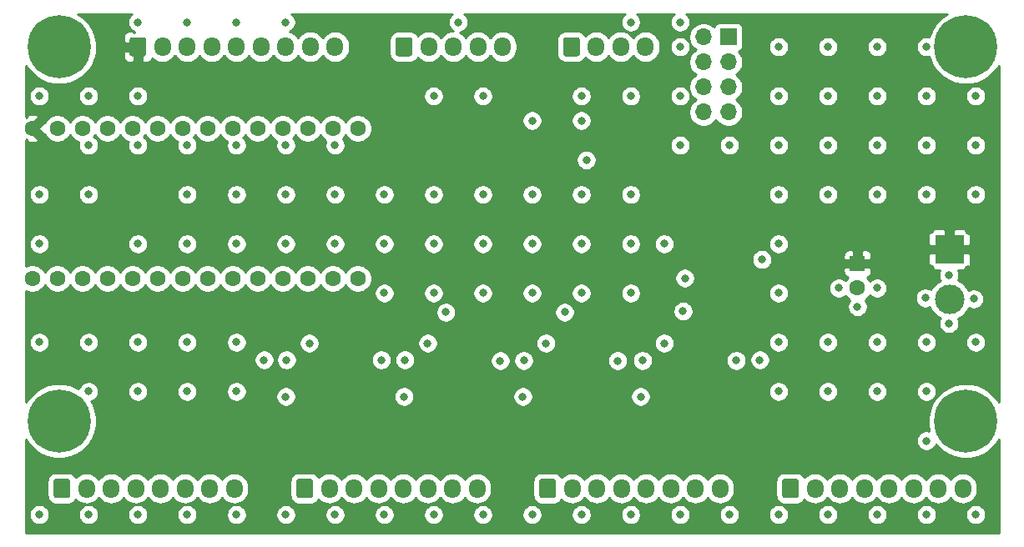
<source format=gbr>
%TF.GenerationSoftware,KiCad,Pcbnew,(5.1.8-0-10_14)*%
%TF.CreationDate,2020-12-11T17:33:19+01:00*%
%TF.ProjectId,32Bit shift register,33324269-7420-4736-9869-667420726567,rev?*%
%TF.SameCoordinates,Original*%
%TF.FileFunction,Copper,L3,Inr*%
%TF.FilePolarity,Positive*%
%FSLAX46Y46*%
G04 Gerber Fmt 4.6, Leading zero omitted, Abs format (unit mm)*
G04 Created by KiCad (PCBNEW (5.1.8-0-10_14)) date 2020-12-11 17:33:19*
%MOMM*%
%LPD*%
G01*
G04 APERTURE LIST*
%TA.AperFunction,ComponentPad*%
%ADD10C,1.600000*%
%TD*%
%TA.AperFunction,ComponentPad*%
%ADD11R,1.700000X1.700000*%
%TD*%
%TA.AperFunction,ComponentPad*%
%ADD12O,1.700000X1.700000*%
%TD*%
%TA.AperFunction,ComponentPad*%
%ADD13O,1.700000X1.950000*%
%TD*%
%TA.AperFunction,ComponentPad*%
%ADD14C,3.000000*%
%TD*%
%TA.AperFunction,ComponentPad*%
%ADD15R,3.000000X3.000000*%
%TD*%
%TA.AperFunction,ComponentPad*%
%ADD16C,0.800000*%
%TD*%
%TA.AperFunction,ComponentPad*%
%ADD17C,6.400000*%
%TD*%
%TA.AperFunction,ComponentPad*%
%ADD18R,1.600000X1.600000*%
%TD*%
%TA.AperFunction,ViaPad*%
%ADD19C,0.800000*%
%TD*%
%TA.AperFunction,Conductor*%
%ADD20C,0.254000*%
%TD*%
%TA.AperFunction,Conductor*%
%ADD21C,0.100000*%
%TD*%
G04 APERTURE END LIST*
D10*
%TO.N,GND*%
%TO.C,U6*%
X94290000Y-63520000D03*
%TO.N,/ESP_TX*%
X96830000Y-63520000D03*
%TO.N,/ESP_RX*%
X99370000Y-63520000D03*
%TO.N,N/C*%
X101910000Y-63520000D03*
X104450000Y-63520000D03*
X106990000Y-63520000D03*
X109530000Y-63520000D03*
X112070000Y-63520000D03*
X114610000Y-63520000D03*
%TO.N,/DIN*%
X117150000Y-63520000D03*
%TO.N,/WCK*%
X119690000Y-63520000D03*
%TO.N,/BCK*%
X122230000Y-63520000D03*
%TO.N,/MOSI*%
X124770000Y-63520000D03*
%TO.N,VCC*%
X94290000Y-48280000D03*
%TO.N,GND*%
X96830000Y-48280000D03*
%TO.N,N/C*%
X99370000Y-48280000D03*
X101910000Y-48280000D03*
%TO.N,/LCD_LED*%
X104450000Y-48280000D03*
%TO.N,/LCD_RESET*%
X106990000Y-48280000D03*
%TO.N,/LCD_DC*%
X109530000Y-48280000D03*
%TO.N,/T_IRQ*%
X112070000Y-48280000D03*
%TO.N,/T_CS*%
X114610000Y-48280000D03*
%TO.N,/SD_CS*%
X117150000Y-48280000D03*
%TO.N,N/C*%
X119690000Y-48280000D03*
%TO.N,/LCD_CS*%
X122230000Y-48280000D03*
%TO.N,/ESP_RESET*%
X124770000Y-48280000D03*
%TO.N,/MISO*%
X127310000Y-63520000D03*
%TO.N,/SCK*%
X127310000Y-48280000D03*
%TD*%
D11*
%TO.N,GND*%
%TO.C,J5*%
X164910000Y-39010000D03*
D12*
%TO.N,/ESP_TX*%
X162370000Y-39010000D03*
%TO.N,N/C*%
X164910000Y-41550000D03*
%TO.N,+3V3*%
X162370000Y-41550000D03*
%TO.N,N/C*%
X164910000Y-44090000D03*
%TO.N,/ESP_RESET*%
X162370000Y-44090000D03*
%TO.N,/ESP_RX*%
X164910000Y-46630000D03*
%TO.N,+3V3*%
X162370000Y-46630000D03*
%TD*%
%TO.N,VCC*%
%TO.C,J8*%
%TA.AperFunction,ComponentPad*%
G36*
G01*
X104150000Y-40725100D02*
X104150000Y-39274900D01*
G75*
G02*
X104399900Y-39025000I249900J0D01*
G01*
X105600100Y-39025000D01*
G75*
G02*
X105850000Y-39274900I0J-249900D01*
G01*
X105850000Y-40725100D01*
G75*
G02*
X105600100Y-40975000I-249900J0D01*
G01*
X104399900Y-40975000D01*
G75*
G02*
X104150000Y-40725100I0J249900D01*
G01*
G37*
%TD.AperFunction*%
D13*
%TO.N,GND*%
X107500000Y-40000000D03*
%TO.N,/LCD_LED*%
X110000000Y-40000000D03*
%TO.N,/LCD_RESET*%
X112500000Y-40000000D03*
%TO.N,/LCD_DC*%
X115000000Y-40000000D03*
%TO.N,/LCD_CS*%
X117500000Y-40000000D03*
%TO.N,/MOSI*%
X120000000Y-40000000D03*
%TO.N,/MISO*%
X122500000Y-40000000D03*
%TO.N,/SCK*%
X125000000Y-40000000D03*
%TD*%
%TO.N,/SCK*%
%TO.C,J7*%
X156500000Y-40000000D03*
%TO.N,/MISO*%
X154000000Y-40000000D03*
%TO.N,/MOSI*%
X151500000Y-40000000D03*
%TO.N,/SD_CS*%
%TA.AperFunction,ComponentPad*%
G36*
G01*
X148150000Y-40725000D02*
X148150000Y-39275000D01*
G75*
G02*
X148400000Y-39025000I250000J0D01*
G01*
X149600000Y-39025000D01*
G75*
G02*
X149850000Y-39275000I0J-250000D01*
G01*
X149850000Y-40725000D01*
G75*
G02*
X149600000Y-40975000I-250000J0D01*
G01*
X148400000Y-40975000D01*
G75*
G02*
X148150000Y-40725000I0J250000D01*
G01*
G37*
%TD.AperFunction*%
%TD*%
%TO.N,/SCK*%
%TO.C,J6*%
X142000000Y-40000000D03*
%TO.N,/MISO*%
X139500000Y-40000000D03*
%TO.N,/MOSI*%
X137000000Y-40000000D03*
%TO.N,/T_CS*%
X134500000Y-40000000D03*
%TO.N,/T_IRQ*%
%TA.AperFunction,ComponentPad*%
G36*
G01*
X131150000Y-40725000D02*
X131150000Y-39275000D01*
G75*
G02*
X131400000Y-39025000I250000J0D01*
G01*
X132600000Y-39025000D01*
G75*
G02*
X132850000Y-39275000I0J-250000D01*
G01*
X132850000Y-40725000D01*
G75*
G02*
X132600000Y-40975000I-250000J0D01*
G01*
X131400000Y-40975000D01*
G75*
G02*
X131150000Y-40725000I0J250000D01*
G01*
G37*
%TD.AperFunction*%
%TD*%
%TO.N,Net-(J1-Pad1)*%
%TO.C,J1*%
%TA.AperFunction,ComponentPad*%
G36*
G01*
X96432000Y-85561000D02*
X96432000Y-84111000D01*
G75*
G02*
X96682000Y-83861000I250000J0D01*
G01*
X97882000Y-83861000D01*
G75*
G02*
X98132000Y-84111000I0J-250000D01*
G01*
X98132000Y-85561000D01*
G75*
G02*
X97882000Y-85811000I-250000J0D01*
G01*
X96682000Y-85811000D01*
G75*
G02*
X96432000Y-85561000I0J250000D01*
G01*
G37*
%TD.AperFunction*%
%TO.N,Net-(J1-Pad2)*%
X99782000Y-84836000D03*
%TO.N,Net-(J1-Pad3)*%
X102282000Y-84836000D03*
%TO.N,Net-(J1-Pad4)*%
X104782000Y-84836000D03*
%TO.N,Net-(J1-Pad5)*%
X107282000Y-84836000D03*
%TO.N,Net-(J1-Pad6)*%
X109782000Y-84836000D03*
%TO.N,Net-(J1-Pad7)*%
X112282000Y-84836000D03*
%TO.N,Net-(J1-Pad8)*%
X114782000Y-84836000D03*
%TD*%
D14*
%TO.N,GND*%
%TO.C,J9*%
X187330000Y-65650000D03*
D15*
%TO.N,VCC*%
X187330000Y-60570000D03*
%TD*%
D16*
%TO.N,GND*%
%TO.C,H4*%
X98697056Y-38302944D03*
X97000000Y-37600000D03*
X95302944Y-38302944D03*
X94600000Y-40000000D03*
X95302944Y-41697056D03*
X97000000Y-42400000D03*
X98697056Y-41697056D03*
X99400000Y-40000000D03*
D17*
X97000000Y-40000000D03*
%TD*%
D16*
%TO.N,GND*%
%TO.C,H3*%
X98697056Y-76302944D03*
X97000000Y-75600000D03*
X95302944Y-76302944D03*
X94600000Y-78000000D03*
X95302944Y-79697056D03*
X97000000Y-80400000D03*
X98697056Y-79697056D03*
X99400000Y-78000000D03*
D17*
X97000000Y-78000000D03*
%TD*%
D16*
%TO.N,GND*%
%TO.C,H2*%
X190697056Y-38302944D03*
X189000000Y-37600000D03*
X187302944Y-38302944D03*
X186600000Y-40000000D03*
X187302944Y-41697056D03*
X189000000Y-42400000D03*
X190697056Y-41697056D03*
X191400000Y-40000000D03*
D17*
X189000000Y-40000000D03*
%TD*%
D16*
%TO.N,GND*%
%TO.C,H1*%
X190697056Y-76302944D03*
X189000000Y-75600000D03*
X187302944Y-76302944D03*
X186600000Y-78000000D03*
X187302944Y-79697056D03*
X189000000Y-80400000D03*
X190697056Y-79697056D03*
X191400000Y-78000000D03*
D17*
X189000000Y-78000000D03*
%TD*%
D10*
%TO.N,GND*%
%TO.C,C9*%
X178000000Y-64500000D03*
D18*
%TO.N,VCC*%
X178000000Y-62000000D03*
%TD*%
D13*
%TO.N,Net-(J4-Pad8)*%
%TO.C,J4*%
X188696000Y-84836000D03*
%TO.N,Net-(J4-Pad7)*%
X186196000Y-84836000D03*
%TO.N,Net-(J4-Pad6)*%
X183696000Y-84836000D03*
%TO.N,Net-(J4-Pad5)*%
X181196000Y-84836000D03*
%TO.N,Net-(J4-Pad4)*%
X178696000Y-84836000D03*
%TO.N,Net-(J4-Pad3)*%
X176196000Y-84836000D03*
%TO.N,Net-(J4-Pad2)*%
X173696000Y-84836000D03*
%TO.N,Net-(J4-Pad1)*%
%TA.AperFunction,ComponentPad*%
G36*
G01*
X170346000Y-85561000D02*
X170346000Y-84111000D01*
G75*
G02*
X170596000Y-83861000I250000J0D01*
G01*
X171796000Y-83861000D01*
G75*
G02*
X172046000Y-84111000I0J-250000D01*
G01*
X172046000Y-85561000D01*
G75*
G02*
X171796000Y-85811000I-250000J0D01*
G01*
X170596000Y-85811000D01*
G75*
G02*
X170346000Y-85561000I0J250000D01*
G01*
G37*
%TD.AperFunction*%
%TD*%
%TO.N,Net-(J3-Pad1)*%
%TO.C,J3*%
%TA.AperFunction,ComponentPad*%
G36*
G01*
X145708000Y-85561000D02*
X145708000Y-84111000D01*
G75*
G02*
X145958000Y-83861000I250000J0D01*
G01*
X147158000Y-83861000D01*
G75*
G02*
X147408000Y-84111000I0J-250000D01*
G01*
X147408000Y-85561000D01*
G75*
G02*
X147158000Y-85811000I-250000J0D01*
G01*
X145958000Y-85811000D01*
G75*
G02*
X145708000Y-85561000I0J250000D01*
G01*
G37*
%TD.AperFunction*%
%TO.N,Net-(J3-Pad2)*%
X149058000Y-84836000D03*
%TO.N,Net-(J3-Pad3)*%
X151558000Y-84836000D03*
%TO.N,Net-(J3-Pad4)*%
X154058000Y-84836000D03*
%TO.N,Net-(J3-Pad5)*%
X156558000Y-84836000D03*
%TO.N,Net-(J3-Pad6)*%
X159058000Y-84836000D03*
%TO.N,Net-(J3-Pad7)*%
X161558000Y-84836000D03*
%TO.N,Net-(J3-Pad8)*%
X164058000Y-84836000D03*
%TD*%
%TO.N,Net-(J2-Pad1)*%
%TO.C,J2*%
%TA.AperFunction,ComponentPad*%
G36*
G01*
X121070000Y-85561000D02*
X121070000Y-84111000D01*
G75*
G02*
X121320000Y-83861000I250000J0D01*
G01*
X122520000Y-83861000D01*
G75*
G02*
X122770000Y-84111000I0J-250000D01*
G01*
X122770000Y-85561000D01*
G75*
G02*
X122520000Y-85811000I-250000J0D01*
G01*
X121320000Y-85811000D01*
G75*
G02*
X121070000Y-85561000I0J250000D01*
G01*
G37*
%TD.AperFunction*%
%TO.N,Net-(J2-Pad2)*%
X124420000Y-84836000D03*
%TO.N,Net-(J2-Pad3)*%
X126920000Y-84836000D03*
%TO.N,Net-(J2-Pad4)*%
X129420000Y-84836000D03*
%TO.N,Net-(J2-Pad5)*%
X131920000Y-84836000D03*
%TO.N,Net-(J2-Pad6)*%
X134420000Y-84836000D03*
%TO.N,Net-(J2-Pad7)*%
X136920000Y-84836000D03*
%TO.N,Net-(J2-Pad8)*%
X139420000Y-84836000D03*
%TD*%
D19*
%TO.N,GND*%
X165700000Y-71850000D03*
X168100000Y-71800000D03*
X153670000Y-71870000D03*
X156190000Y-71850000D03*
X141770000Y-71870000D03*
X144150000Y-71850000D03*
X117800000Y-71800000D03*
X129700000Y-71800000D03*
X132080000Y-71790000D03*
X136250000Y-66950000D03*
X148300000Y-66950000D03*
X160300000Y-66850000D03*
X170000000Y-40000000D03*
X175000000Y-40000000D03*
X180000000Y-40000000D03*
X180000000Y-45000000D03*
X175000000Y-45000000D03*
X170000000Y-45000000D03*
X170000000Y-50000000D03*
X175000000Y-50000000D03*
X180000000Y-50000000D03*
X185000000Y-50000000D03*
X190000000Y-50000000D03*
X190000000Y-55000000D03*
X185000000Y-55000000D03*
X180000000Y-55000000D03*
X175000000Y-55000000D03*
X170000000Y-55000000D03*
X170000000Y-60000000D03*
X170000000Y-65000000D03*
X170000000Y-70000000D03*
X175000000Y-70000000D03*
X180000000Y-70000000D03*
X185000000Y-70000000D03*
X190000000Y-70000000D03*
X185000000Y-75000000D03*
X180000000Y-75000000D03*
X175000000Y-75000000D03*
X170000000Y-75000000D03*
X165000000Y-50000000D03*
X160000000Y-50000000D03*
X155000000Y-55000000D03*
X155000000Y-60000000D03*
X155000000Y-65000000D03*
X150000000Y-65000000D03*
X150000000Y-60000000D03*
X150000000Y-55000000D03*
X145000000Y-55000000D03*
X145000000Y-60000000D03*
X145000000Y-65000000D03*
X140000000Y-65000000D03*
X140000000Y-60000000D03*
X140000000Y-55000000D03*
X135000000Y-55000000D03*
X135000000Y-60000000D03*
X135000000Y-65000000D03*
X130000000Y-65000000D03*
X130000000Y-60000000D03*
X130000000Y-55000000D03*
X150000000Y-45000000D03*
X155000000Y-45000000D03*
X160000000Y-45000000D03*
X140000000Y-45000000D03*
X135000000Y-45000000D03*
X105000000Y-45000000D03*
X100000000Y-45000000D03*
X100000000Y-50000000D03*
X105000000Y-50000000D03*
X110000000Y-50000000D03*
X115000000Y-50000000D03*
X115000000Y-55000000D03*
X110000000Y-55000000D03*
X100000000Y-55000000D03*
X95000000Y-45000000D03*
X95000000Y-55000000D03*
X95000000Y-60000000D03*
X105000000Y-60000000D03*
X110000000Y-60000000D03*
X115000000Y-60000000D03*
X120000000Y-60000000D03*
X120000000Y-55000000D03*
X120000000Y-50000000D03*
X125000000Y-50000000D03*
X125000000Y-55000000D03*
X125000000Y-60000000D03*
X115000000Y-70000000D03*
X110000000Y-70000000D03*
X105000000Y-70000000D03*
X100000000Y-70000000D03*
X95000000Y-70000000D03*
X100000000Y-75000000D03*
X105000000Y-75000000D03*
X110000000Y-75000000D03*
X115000000Y-75000000D03*
X190000000Y-45000000D03*
X185000000Y-45000000D03*
X185000000Y-80000000D03*
X185000000Y-40000000D03*
X150000000Y-47500000D03*
X145000000Y-47500000D03*
X95000000Y-87500000D03*
X100000000Y-87500000D03*
X105000000Y-87500000D03*
X110000000Y-87500000D03*
X115000000Y-87500000D03*
X120000000Y-87500000D03*
X125000000Y-87500000D03*
X130000000Y-87500000D03*
X135000000Y-87500000D03*
X140000000Y-87500000D03*
X145000000Y-87500000D03*
X150000000Y-87500000D03*
X155000000Y-87500000D03*
X160000000Y-87500000D03*
X165000000Y-87500000D03*
X170000000Y-87500000D03*
X175000000Y-87500000D03*
X180000000Y-87500000D03*
X185000000Y-87500000D03*
X190000000Y-87500000D03*
X165000000Y-50000000D03*
X160000000Y-40000000D03*
X105000000Y-37500000D03*
X110000000Y-37500000D03*
X115000000Y-37500000D03*
X120000000Y-37500000D03*
X137500000Y-37500000D03*
X155000000Y-37500000D03*
X160000000Y-37500000D03*
X184900000Y-65500000D03*
X187300000Y-63200000D03*
X189800000Y-65600000D03*
X187300000Y-68100000D03*
X160500000Y-63500000D03*
X158400000Y-60000000D03*
X176100000Y-64500000D03*
X178000000Y-66400000D03*
X180000000Y-64500000D03*
X168300000Y-61600000D03*
X120080000Y-71800000D03*
%TO.N,VCC*%
X185400000Y-62500000D03*
X165700000Y-70400000D03*
X168150000Y-70400000D03*
X153730000Y-70340000D03*
X156180000Y-70360000D03*
X141620000Y-70330000D03*
X144150000Y-70350000D03*
X129700000Y-70300000D03*
X117750000Y-70150000D03*
X132150000Y-70300000D03*
X189300000Y-58700000D03*
X189200000Y-62600000D03*
X185400000Y-58600000D03*
X176200000Y-62000000D03*
X178000000Y-60300000D03*
X179900000Y-62000000D03*
X163400000Y-64200000D03*
X166000000Y-64200000D03*
X120100002Y-70150002D03*
%TO.N,/ESP_TX*%
X150500000Y-51500000D03*
%TO.N,Net-(R1-Pad2)*%
X122400000Y-70099994D03*
X120000000Y-75520000D03*
%TO.N,Net-(R2-Pad2)*%
X132000000Y-75520000D03*
X134400000Y-70099994D03*
%TO.N,Net-(R3-Pad2)*%
X144050000Y-75519998D03*
X146400000Y-70100000D03*
%TO.N,Net-(R4-Pad2)*%
X156000000Y-75509996D03*
X158400000Y-70100000D03*
%TD*%
D20*
%TO.N,VCC*%
X104340226Y-36696063D02*
X104196063Y-36840226D01*
X104082795Y-37009744D01*
X104004774Y-37198102D01*
X103965000Y-37398061D01*
X103965000Y-37601939D01*
X104004774Y-37801898D01*
X104082795Y-37990256D01*
X104196063Y-38159774D01*
X104340226Y-38303937D01*
X104509744Y-38417205D01*
X104626998Y-38465774D01*
X104626998Y-38548748D01*
X104468250Y-38390000D01*
X104150000Y-38386928D01*
X104025518Y-38399188D01*
X103905820Y-38435498D01*
X103795506Y-38494463D01*
X103698815Y-38573815D01*
X103619463Y-38670506D01*
X103560498Y-38780820D01*
X103524188Y-38900518D01*
X103511928Y-39025000D01*
X103515000Y-39468250D01*
X103673750Y-39627000D01*
X104627000Y-39627000D01*
X104627000Y-39607000D01*
X105373000Y-39607000D01*
X105373000Y-39627000D01*
X105393000Y-39627000D01*
X105393000Y-40373000D01*
X105373000Y-40373000D01*
X105373000Y-41451250D01*
X105531750Y-41610000D01*
X105850000Y-41613072D01*
X105974482Y-41600812D01*
X106094180Y-41564502D01*
X106204494Y-41505537D01*
X106301185Y-41426185D01*
X106380537Y-41329494D01*
X106439502Y-41219180D01*
X106450055Y-41184392D01*
X106670987Y-41365706D01*
X106928967Y-41503599D01*
X107208890Y-41588513D01*
X107500000Y-41617185D01*
X107791111Y-41588513D01*
X108071034Y-41503599D01*
X108329014Y-41365706D01*
X108555134Y-41180134D01*
X108740706Y-40954014D01*
X108750000Y-40936626D01*
X108759294Y-40954014D01*
X108944866Y-41180134D01*
X109170987Y-41365706D01*
X109428967Y-41503599D01*
X109708890Y-41588513D01*
X110000000Y-41617185D01*
X110291111Y-41588513D01*
X110571034Y-41503599D01*
X110829014Y-41365706D01*
X111055134Y-41180134D01*
X111240706Y-40954014D01*
X111250000Y-40936626D01*
X111259294Y-40954014D01*
X111444866Y-41180134D01*
X111670987Y-41365706D01*
X111928967Y-41503599D01*
X112208890Y-41588513D01*
X112500000Y-41617185D01*
X112791111Y-41588513D01*
X113071034Y-41503599D01*
X113329014Y-41365706D01*
X113555134Y-41180134D01*
X113740706Y-40954014D01*
X113750000Y-40936626D01*
X113759294Y-40954014D01*
X113944866Y-41180134D01*
X114170987Y-41365706D01*
X114428967Y-41503599D01*
X114708890Y-41588513D01*
X115000000Y-41617185D01*
X115291111Y-41588513D01*
X115571034Y-41503599D01*
X115829014Y-41365706D01*
X116055134Y-41180134D01*
X116240706Y-40954014D01*
X116250000Y-40936626D01*
X116259294Y-40954014D01*
X116444866Y-41180134D01*
X116670987Y-41365706D01*
X116928967Y-41503599D01*
X117208890Y-41588513D01*
X117500000Y-41617185D01*
X117791111Y-41588513D01*
X118071034Y-41503599D01*
X118329014Y-41365706D01*
X118555134Y-41180134D01*
X118740706Y-40954014D01*
X118750000Y-40936626D01*
X118759294Y-40954014D01*
X118944866Y-41180134D01*
X119170987Y-41365706D01*
X119428967Y-41503599D01*
X119708890Y-41588513D01*
X120000000Y-41617185D01*
X120291111Y-41588513D01*
X120571034Y-41503599D01*
X120829014Y-41365706D01*
X121055134Y-41180134D01*
X121240706Y-40954014D01*
X121250000Y-40936626D01*
X121259294Y-40954014D01*
X121444866Y-41180134D01*
X121670987Y-41365706D01*
X121928967Y-41503599D01*
X122208890Y-41588513D01*
X122500000Y-41617185D01*
X122791111Y-41588513D01*
X123071034Y-41503599D01*
X123329014Y-41365706D01*
X123555134Y-41180134D01*
X123740706Y-40954014D01*
X123750000Y-40936626D01*
X123759294Y-40954014D01*
X123944866Y-41180134D01*
X124170987Y-41365706D01*
X124428967Y-41503599D01*
X124708890Y-41588513D01*
X125000000Y-41617185D01*
X125291111Y-41588513D01*
X125571034Y-41503599D01*
X125829014Y-41365706D01*
X126055134Y-41180134D01*
X126240706Y-40954014D01*
X126378599Y-40696033D01*
X126463513Y-40416110D01*
X126485000Y-40197949D01*
X126485000Y-39802050D01*
X126463513Y-39583889D01*
X126378599Y-39303966D01*
X126240706Y-39045986D01*
X126055134Y-38819866D01*
X125829013Y-38634294D01*
X125571033Y-38496401D01*
X125291110Y-38411487D01*
X125000000Y-38382815D01*
X124708889Y-38411487D01*
X124428966Y-38496401D01*
X124170986Y-38634294D01*
X123944866Y-38819866D01*
X123759294Y-39045987D01*
X123750000Y-39063374D01*
X123740706Y-39045986D01*
X123555134Y-38819866D01*
X123329013Y-38634294D01*
X123071033Y-38496401D01*
X122791110Y-38411487D01*
X122500000Y-38382815D01*
X122208889Y-38411487D01*
X121928966Y-38496401D01*
X121670986Y-38634294D01*
X121444866Y-38819866D01*
X121259294Y-39045987D01*
X121250000Y-39063374D01*
X121240706Y-39045986D01*
X121055134Y-38819866D01*
X120829013Y-38634294D01*
X120571033Y-38496401D01*
X120414036Y-38448776D01*
X120490256Y-38417205D01*
X120659774Y-38303937D01*
X120803937Y-38159774D01*
X120917205Y-37990256D01*
X120995226Y-37801898D01*
X121035000Y-37601939D01*
X121035000Y-37398061D01*
X120995226Y-37198102D01*
X120917205Y-37009744D01*
X120803937Y-36840226D01*
X120659774Y-36696063D01*
X120605802Y-36660000D01*
X136894198Y-36660000D01*
X136840226Y-36696063D01*
X136696063Y-36840226D01*
X136582795Y-37009744D01*
X136504774Y-37198102D01*
X136465000Y-37398061D01*
X136465000Y-37601939D01*
X136504774Y-37801898D01*
X136582795Y-37990256D01*
X136696063Y-38159774D01*
X136840226Y-38303937D01*
X136963636Y-38386397D01*
X136708889Y-38411487D01*
X136428966Y-38496401D01*
X136170986Y-38634294D01*
X135944866Y-38819866D01*
X135759294Y-39045987D01*
X135750000Y-39063374D01*
X135740706Y-39045986D01*
X135555134Y-38819866D01*
X135329013Y-38634294D01*
X135071033Y-38496401D01*
X134791110Y-38411487D01*
X134500000Y-38382815D01*
X134208889Y-38411487D01*
X133928966Y-38496401D01*
X133670986Y-38634294D01*
X133444866Y-38819866D01*
X133392777Y-38883337D01*
X133338405Y-38781614D01*
X133227962Y-38647038D01*
X133093386Y-38536595D01*
X132939850Y-38454528D01*
X132773254Y-38403992D01*
X132600000Y-38386928D01*
X131400000Y-38386928D01*
X131226746Y-38403992D01*
X131060150Y-38454528D01*
X130906614Y-38536595D01*
X130772038Y-38647038D01*
X130661595Y-38781614D01*
X130579528Y-38935150D01*
X130528992Y-39101746D01*
X130511928Y-39275000D01*
X130511928Y-40725000D01*
X130528992Y-40898254D01*
X130579528Y-41064850D01*
X130661595Y-41218386D01*
X130772038Y-41352962D01*
X130906614Y-41463405D01*
X131060150Y-41545472D01*
X131226746Y-41596008D01*
X131400000Y-41613072D01*
X132600000Y-41613072D01*
X132773254Y-41596008D01*
X132939850Y-41545472D01*
X133093386Y-41463405D01*
X133227962Y-41352962D01*
X133338405Y-41218386D01*
X133392777Y-41116663D01*
X133444866Y-41180134D01*
X133670987Y-41365706D01*
X133928967Y-41503599D01*
X134208890Y-41588513D01*
X134500000Y-41617185D01*
X134791111Y-41588513D01*
X135071034Y-41503599D01*
X135329014Y-41365706D01*
X135555134Y-41180134D01*
X135740706Y-40954014D01*
X135750000Y-40936626D01*
X135759294Y-40954014D01*
X135944866Y-41180134D01*
X136170987Y-41365706D01*
X136428967Y-41503599D01*
X136708890Y-41588513D01*
X137000000Y-41617185D01*
X137291111Y-41588513D01*
X137571034Y-41503599D01*
X137829014Y-41365706D01*
X138055134Y-41180134D01*
X138240706Y-40954014D01*
X138250000Y-40936626D01*
X138259294Y-40954014D01*
X138444866Y-41180134D01*
X138670987Y-41365706D01*
X138928967Y-41503599D01*
X139208890Y-41588513D01*
X139500000Y-41617185D01*
X139791111Y-41588513D01*
X140071034Y-41503599D01*
X140329014Y-41365706D01*
X140555134Y-41180134D01*
X140740706Y-40954014D01*
X140750000Y-40936626D01*
X140759294Y-40954014D01*
X140944866Y-41180134D01*
X141170987Y-41365706D01*
X141428967Y-41503599D01*
X141708890Y-41588513D01*
X142000000Y-41617185D01*
X142291111Y-41588513D01*
X142571034Y-41503599D01*
X142829014Y-41365706D01*
X143055134Y-41180134D01*
X143240706Y-40954014D01*
X143378599Y-40696033D01*
X143463513Y-40416110D01*
X143485000Y-40197949D01*
X143485000Y-39802050D01*
X143463513Y-39583889D01*
X143378599Y-39303966D01*
X143363117Y-39275000D01*
X147511928Y-39275000D01*
X147511928Y-40725000D01*
X147528992Y-40898254D01*
X147579528Y-41064850D01*
X147661595Y-41218386D01*
X147772038Y-41352962D01*
X147906614Y-41463405D01*
X148060150Y-41545472D01*
X148226746Y-41596008D01*
X148400000Y-41613072D01*
X149600000Y-41613072D01*
X149773254Y-41596008D01*
X149939850Y-41545472D01*
X150093386Y-41463405D01*
X150227962Y-41352962D01*
X150338405Y-41218386D01*
X150392777Y-41116663D01*
X150444866Y-41180134D01*
X150670987Y-41365706D01*
X150928967Y-41503599D01*
X151208890Y-41588513D01*
X151500000Y-41617185D01*
X151791111Y-41588513D01*
X152071034Y-41503599D01*
X152329014Y-41365706D01*
X152555134Y-41180134D01*
X152740706Y-40954014D01*
X152750000Y-40936626D01*
X152759294Y-40954014D01*
X152944866Y-41180134D01*
X153170987Y-41365706D01*
X153428967Y-41503599D01*
X153708890Y-41588513D01*
X154000000Y-41617185D01*
X154291111Y-41588513D01*
X154571034Y-41503599D01*
X154829014Y-41365706D01*
X155055134Y-41180134D01*
X155240706Y-40954014D01*
X155250000Y-40936626D01*
X155259294Y-40954014D01*
X155444866Y-41180134D01*
X155670987Y-41365706D01*
X155928967Y-41503599D01*
X156208890Y-41588513D01*
X156500000Y-41617185D01*
X156791111Y-41588513D01*
X157071034Y-41503599D01*
X157329014Y-41365706D01*
X157555134Y-41180134D01*
X157740706Y-40954014D01*
X157878599Y-40696033D01*
X157963513Y-40416110D01*
X157985000Y-40197949D01*
X157985000Y-39898061D01*
X158965000Y-39898061D01*
X158965000Y-40101939D01*
X159004774Y-40301898D01*
X159082795Y-40490256D01*
X159196063Y-40659774D01*
X159340226Y-40803937D01*
X159509744Y-40917205D01*
X159698102Y-40995226D01*
X159898061Y-41035000D01*
X160101939Y-41035000D01*
X160301898Y-40995226D01*
X160490256Y-40917205D01*
X160659774Y-40803937D01*
X160803937Y-40659774D01*
X160917205Y-40490256D01*
X160995226Y-40301898D01*
X161035000Y-40101939D01*
X161035000Y-39898061D01*
X160995226Y-39698102D01*
X160917205Y-39509744D01*
X160803937Y-39340226D01*
X160659774Y-39196063D01*
X160490256Y-39082795D01*
X160301898Y-39004774D01*
X160101939Y-38965000D01*
X159898061Y-38965000D01*
X159698102Y-39004774D01*
X159509744Y-39082795D01*
X159340226Y-39196063D01*
X159196063Y-39340226D01*
X159082795Y-39509744D01*
X159004774Y-39698102D01*
X158965000Y-39898061D01*
X157985000Y-39898061D01*
X157985000Y-39802050D01*
X157963513Y-39583889D01*
X157878599Y-39303966D01*
X157740706Y-39045986D01*
X157591141Y-38863740D01*
X160885000Y-38863740D01*
X160885000Y-39156260D01*
X160942068Y-39443158D01*
X161054010Y-39713411D01*
X161216525Y-39956632D01*
X161423368Y-40163475D01*
X161597760Y-40280000D01*
X161423368Y-40396525D01*
X161216525Y-40603368D01*
X161054010Y-40846589D01*
X160942068Y-41116842D01*
X160885000Y-41403740D01*
X160885000Y-41696260D01*
X160942068Y-41983158D01*
X161054010Y-42253411D01*
X161216525Y-42496632D01*
X161423368Y-42703475D01*
X161597760Y-42820000D01*
X161423368Y-42936525D01*
X161216525Y-43143368D01*
X161054010Y-43386589D01*
X160942068Y-43656842D01*
X160885000Y-43943740D01*
X160885000Y-44236260D01*
X160942068Y-44523158D01*
X161054010Y-44793411D01*
X161216525Y-45036632D01*
X161423368Y-45243475D01*
X161597760Y-45360000D01*
X161423368Y-45476525D01*
X161216525Y-45683368D01*
X161054010Y-45926589D01*
X160942068Y-46196842D01*
X160885000Y-46483740D01*
X160885000Y-46776260D01*
X160942068Y-47063158D01*
X161054010Y-47333411D01*
X161216525Y-47576632D01*
X161423368Y-47783475D01*
X161666589Y-47945990D01*
X161936842Y-48057932D01*
X162223740Y-48115000D01*
X162516260Y-48115000D01*
X162803158Y-48057932D01*
X163073411Y-47945990D01*
X163316632Y-47783475D01*
X163523475Y-47576632D01*
X163640000Y-47402240D01*
X163756525Y-47576632D01*
X163963368Y-47783475D01*
X164206589Y-47945990D01*
X164476842Y-48057932D01*
X164763740Y-48115000D01*
X165056260Y-48115000D01*
X165343158Y-48057932D01*
X165613411Y-47945990D01*
X165856632Y-47783475D01*
X166063475Y-47576632D01*
X166225990Y-47333411D01*
X166337932Y-47063158D01*
X166395000Y-46776260D01*
X166395000Y-46483740D01*
X166337932Y-46196842D01*
X166225990Y-45926589D01*
X166063475Y-45683368D01*
X165856632Y-45476525D01*
X165682240Y-45360000D01*
X165856632Y-45243475D01*
X166063475Y-45036632D01*
X166156065Y-44898061D01*
X168965000Y-44898061D01*
X168965000Y-45101939D01*
X169004774Y-45301898D01*
X169082795Y-45490256D01*
X169196063Y-45659774D01*
X169340226Y-45803937D01*
X169509744Y-45917205D01*
X169698102Y-45995226D01*
X169898061Y-46035000D01*
X170101939Y-46035000D01*
X170301898Y-45995226D01*
X170490256Y-45917205D01*
X170659774Y-45803937D01*
X170803937Y-45659774D01*
X170917205Y-45490256D01*
X170995226Y-45301898D01*
X171035000Y-45101939D01*
X171035000Y-44898061D01*
X173965000Y-44898061D01*
X173965000Y-45101939D01*
X174004774Y-45301898D01*
X174082795Y-45490256D01*
X174196063Y-45659774D01*
X174340226Y-45803937D01*
X174509744Y-45917205D01*
X174698102Y-45995226D01*
X174898061Y-46035000D01*
X175101939Y-46035000D01*
X175301898Y-45995226D01*
X175490256Y-45917205D01*
X175659774Y-45803937D01*
X175803937Y-45659774D01*
X175917205Y-45490256D01*
X175995226Y-45301898D01*
X176035000Y-45101939D01*
X176035000Y-44898061D01*
X178965000Y-44898061D01*
X178965000Y-45101939D01*
X179004774Y-45301898D01*
X179082795Y-45490256D01*
X179196063Y-45659774D01*
X179340226Y-45803937D01*
X179509744Y-45917205D01*
X179698102Y-45995226D01*
X179898061Y-46035000D01*
X180101939Y-46035000D01*
X180301898Y-45995226D01*
X180490256Y-45917205D01*
X180659774Y-45803937D01*
X180803937Y-45659774D01*
X180917205Y-45490256D01*
X180995226Y-45301898D01*
X181035000Y-45101939D01*
X181035000Y-44898061D01*
X183965000Y-44898061D01*
X183965000Y-45101939D01*
X184004774Y-45301898D01*
X184082795Y-45490256D01*
X184196063Y-45659774D01*
X184340226Y-45803937D01*
X184509744Y-45917205D01*
X184698102Y-45995226D01*
X184898061Y-46035000D01*
X185101939Y-46035000D01*
X185301898Y-45995226D01*
X185490256Y-45917205D01*
X185659774Y-45803937D01*
X185803937Y-45659774D01*
X185917205Y-45490256D01*
X185995226Y-45301898D01*
X186035000Y-45101939D01*
X186035000Y-44898061D01*
X188965000Y-44898061D01*
X188965000Y-45101939D01*
X189004774Y-45301898D01*
X189082795Y-45490256D01*
X189196063Y-45659774D01*
X189340226Y-45803937D01*
X189509744Y-45917205D01*
X189698102Y-45995226D01*
X189898061Y-46035000D01*
X190101939Y-46035000D01*
X190301898Y-45995226D01*
X190490256Y-45917205D01*
X190659774Y-45803937D01*
X190803937Y-45659774D01*
X190917205Y-45490256D01*
X190995226Y-45301898D01*
X191035000Y-45101939D01*
X191035000Y-44898061D01*
X190995226Y-44698102D01*
X190917205Y-44509744D01*
X190803937Y-44340226D01*
X190659774Y-44196063D01*
X190490256Y-44082795D01*
X190301898Y-44004774D01*
X190101939Y-43965000D01*
X189898061Y-43965000D01*
X189698102Y-44004774D01*
X189509744Y-44082795D01*
X189340226Y-44196063D01*
X189196063Y-44340226D01*
X189082795Y-44509744D01*
X189004774Y-44698102D01*
X188965000Y-44898061D01*
X186035000Y-44898061D01*
X185995226Y-44698102D01*
X185917205Y-44509744D01*
X185803937Y-44340226D01*
X185659774Y-44196063D01*
X185490256Y-44082795D01*
X185301898Y-44004774D01*
X185101939Y-43965000D01*
X184898061Y-43965000D01*
X184698102Y-44004774D01*
X184509744Y-44082795D01*
X184340226Y-44196063D01*
X184196063Y-44340226D01*
X184082795Y-44509744D01*
X184004774Y-44698102D01*
X183965000Y-44898061D01*
X181035000Y-44898061D01*
X180995226Y-44698102D01*
X180917205Y-44509744D01*
X180803937Y-44340226D01*
X180659774Y-44196063D01*
X180490256Y-44082795D01*
X180301898Y-44004774D01*
X180101939Y-43965000D01*
X179898061Y-43965000D01*
X179698102Y-44004774D01*
X179509744Y-44082795D01*
X179340226Y-44196063D01*
X179196063Y-44340226D01*
X179082795Y-44509744D01*
X179004774Y-44698102D01*
X178965000Y-44898061D01*
X176035000Y-44898061D01*
X175995226Y-44698102D01*
X175917205Y-44509744D01*
X175803937Y-44340226D01*
X175659774Y-44196063D01*
X175490256Y-44082795D01*
X175301898Y-44004774D01*
X175101939Y-43965000D01*
X174898061Y-43965000D01*
X174698102Y-44004774D01*
X174509744Y-44082795D01*
X174340226Y-44196063D01*
X174196063Y-44340226D01*
X174082795Y-44509744D01*
X174004774Y-44698102D01*
X173965000Y-44898061D01*
X171035000Y-44898061D01*
X170995226Y-44698102D01*
X170917205Y-44509744D01*
X170803937Y-44340226D01*
X170659774Y-44196063D01*
X170490256Y-44082795D01*
X170301898Y-44004774D01*
X170101939Y-43965000D01*
X169898061Y-43965000D01*
X169698102Y-44004774D01*
X169509744Y-44082795D01*
X169340226Y-44196063D01*
X169196063Y-44340226D01*
X169082795Y-44509744D01*
X169004774Y-44698102D01*
X168965000Y-44898061D01*
X166156065Y-44898061D01*
X166225990Y-44793411D01*
X166337932Y-44523158D01*
X166395000Y-44236260D01*
X166395000Y-43943740D01*
X166337932Y-43656842D01*
X166225990Y-43386589D01*
X166063475Y-43143368D01*
X165856632Y-42936525D01*
X165682240Y-42820000D01*
X165856632Y-42703475D01*
X166063475Y-42496632D01*
X166225990Y-42253411D01*
X166337932Y-41983158D01*
X166395000Y-41696260D01*
X166395000Y-41403740D01*
X166337932Y-41116842D01*
X166225990Y-40846589D01*
X166063475Y-40603368D01*
X165931620Y-40471513D01*
X166004180Y-40449502D01*
X166114494Y-40390537D01*
X166211185Y-40311185D01*
X166290537Y-40214494D01*
X166349502Y-40104180D01*
X166385812Y-39984482D01*
X166394323Y-39898061D01*
X168965000Y-39898061D01*
X168965000Y-40101939D01*
X169004774Y-40301898D01*
X169082795Y-40490256D01*
X169196063Y-40659774D01*
X169340226Y-40803937D01*
X169509744Y-40917205D01*
X169698102Y-40995226D01*
X169898061Y-41035000D01*
X170101939Y-41035000D01*
X170301898Y-40995226D01*
X170490256Y-40917205D01*
X170659774Y-40803937D01*
X170803937Y-40659774D01*
X170917205Y-40490256D01*
X170995226Y-40301898D01*
X171035000Y-40101939D01*
X171035000Y-39898061D01*
X173965000Y-39898061D01*
X173965000Y-40101939D01*
X174004774Y-40301898D01*
X174082795Y-40490256D01*
X174196063Y-40659774D01*
X174340226Y-40803937D01*
X174509744Y-40917205D01*
X174698102Y-40995226D01*
X174898061Y-41035000D01*
X175101939Y-41035000D01*
X175301898Y-40995226D01*
X175490256Y-40917205D01*
X175659774Y-40803937D01*
X175803937Y-40659774D01*
X175917205Y-40490256D01*
X175995226Y-40301898D01*
X176035000Y-40101939D01*
X176035000Y-39898061D01*
X178965000Y-39898061D01*
X178965000Y-40101939D01*
X179004774Y-40301898D01*
X179082795Y-40490256D01*
X179196063Y-40659774D01*
X179340226Y-40803937D01*
X179509744Y-40917205D01*
X179698102Y-40995226D01*
X179898061Y-41035000D01*
X180101939Y-41035000D01*
X180301898Y-40995226D01*
X180490256Y-40917205D01*
X180659774Y-40803937D01*
X180803937Y-40659774D01*
X180917205Y-40490256D01*
X180995226Y-40301898D01*
X181035000Y-40101939D01*
X181035000Y-39898061D01*
X180995226Y-39698102D01*
X180917205Y-39509744D01*
X180803937Y-39340226D01*
X180659774Y-39196063D01*
X180490256Y-39082795D01*
X180301898Y-39004774D01*
X180101939Y-38965000D01*
X179898061Y-38965000D01*
X179698102Y-39004774D01*
X179509744Y-39082795D01*
X179340226Y-39196063D01*
X179196063Y-39340226D01*
X179082795Y-39509744D01*
X179004774Y-39698102D01*
X178965000Y-39898061D01*
X176035000Y-39898061D01*
X175995226Y-39698102D01*
X175917205Y-39509744D01*
X175803937Y-39340226D01*
X175659774Y-39196063D01*
X175490256Y-39082795D01*
X175301898Y-39004774D01*
X175101939Y-38965000D01*
X174898061Y-38965000D01*
X174698102Y-39004774D01*
X174509744Y-39082795D01*
X174340226Y-39196063D01*
X174196063Y-39340226D01*
X174082795Y-39509744D01*
X174004774Y-39698102D01*
X173965000Y-39898061D01*
X171035000Y-39898061D01*
X170995226Y-39698102D01*
X170917205Y-39509744D01*
X170803937Y-39340226D01*
X170659774Y-39196063D01*
X170490256Y-39082795D01*
X170301898Y-39004774D01*
X170101939Y-38965000D01*
X169898061Y-38965000D01*
X169698102Y-39004774D01*
X169509744Y-39082795D01*
X169340226Y-39196063D01*
X169196063Y-39340226D01*
X169082795Y-39509744D01*
X169004774Y-39698102D01*
X168965000Y-39898061D01*
X166394323Y-39898061D01*
X166398072Y-39860000D01*
X166398072Y-38160000D01*
X166385812Y-38035518D01*
X166349502Y-37915820D01*
X166290537Y-37805506D01*
X166211185Y-37708815D01*
X166114494Y-37629463D01*
X166004180Y-37570498D01*
X165884482Y-37534188D01*
X165760000Y-37521928D01*
X164060000Y-37521928D01*
X163935518Y-37534188D01*
X163815820Y-37570498D01*
X163705506Y-37629463D01*
X163608815Y-37708815D01*
X163529463Y-37805506D01*
X163470498Y-37915820D01*
X163448487Y-37988380D01*
X163316632Y-37856525D01*
X163073411Y-37694010D01*
X162803158Y-37582068D01*
X162516260Y-37525000D01*
X162223740Y-37525000D01*
X161936842Y-37582068D01*
X161666589Y-37694010D01*
X161423368Y-37856525D01*
X161216525Y-38063368D01*
X161054010Y-38306589D01*
X160942068Y-38576842D01*
X160885000Y-38863740D01*
X157591141Y-38863740D01*
X157555134Y-38819866D01*
X157329013Y-38634294D01*
X157071033Y-38496401D01*
X156791110Y-38411487D01*
X156500000Y-38382815D01*
X156208889Y-38411487D01*
X155928966Y-38496401D01*
X155670986Y-38634294D01*
X155444866Y-38819866D01*
X155259294Y-39045987D01*
X155250000Y-39063374D01*
X155240706Y-39045986D01*
X155055134Y-38819866D01*
X154829013Y-38634294D01*
X154571033Y-38496401D01*
X154291110Y-38411487D01*
X154000000Y-38382815D01*
X153708889Y-38411487D01*
X153428966Y-38496401D01*
X153170986Y-38634294D01*
X152944866Y-38819866D01*
X152759294Y-39045987D01*
X152750000Y-39063374D01*
X152740706Y-39045986D01*
X152555134Y-38819866D01*
X152329013Y-38634294D01*
X152071033Y-38496401D01*
X151791110Y-38411487D01*
X151500000Y-38382815D01*
X151208889Y-38411487D01*
X150928966Y-38496401D01*
X150670986Y-38634294D01*
X150444866Y-38819866D01*
X150392777Y-38883337D01*
X150338405Y-38781614D01*
X150227962Y-38647038D01*
X150093386Y-38536595D01*
X149939850Y-38454528D01*
X149773254Y-38403992D01*
X149600000Y-38386928D01*
X148400000Y-38386928D01*
X148226746Y-38403992D01*
X148060150Y-38454528D01*
X147906614Y-38536595D01*
X147772038Y-38647038D01*
X147661595Y-38781614D01*
X147579528Y-38935150D01*
X147528992Y-39101746D01*
X147511928Y-39275000D01*
X143363117Y-39275000D01*
X143240706Y-39045986D01*
X143055134Y-38819866D01*
X142829013Y-38634294D01*
X142571033Y-38496401D01*
X142291110Y-38411487D01*
X142000000Y-38382815D01*
X141708889Y-38411487D01*
X141428966Y-38496401D01*
X141170986Y-38634294D01*
X140944866Y-38819866D01*
X140759294Y-39045987D01*
X140750000Y-39063374D01*
X140740706Y-39045986D01*
X140555134Y-38819866D01*
X140329013Y-38634294D01*
X140071033Y-38496401D01*
X139791110Y-38411487D01*
X139500000Y-38382815D01*
X139208889Y-38411487D01*
X138928966Y-38496401D01*
X138670986Y-38634294D01*
X138444866Y-38819866D01*
X138259294Y-39045987D01*
X138250000Y-39063374D01*
X138240706Y-39045986D01*
X138055134Y-38819866D01*
X137829013Y-38634294D01*
X137632044Y-38529012D01*
X137801898Y-38495226D01*
X137990256Y-38417205D01*
X138159774Y-38303937D01*
X138303937Y-38159774D01*
X138417205Y-37990256D01*
X138495226Y-37801898D01*
X138535000Y-37601939D01*
X138535000Y-37398061D01*
X138495226Y-37198102D01*
X138417205Y-37009744D01*
X138303937Y-36840226D01*
X138159774Y-36696063D01*
X138105802Y-36660000D01*
X154394198Y-36660000D01*
X154340226Y-36696063D01*
X154196063Y-36840226D01*
X154082795Y-37009744D01*
X154004774Y-37198102D01*
X153965000Y-37398061D01*
X153965000Y-37601939D01*
X154004774Y-37801898D01*
X154082795Y-37990256D01*
X154196063Y-38159774D01*
X154340226Y-38303937D01*
X154509744Y-38417205D01*
X154698102Y-38495226D01*
X154898061Y-38535000D01*
X155101939Y-38535000D01*
X155301898Y-38495226D01*
X155490256Y-38417205D01*
X155659774Y-38303937D01*
X155803937Y-38159774D01*
X155917205Y-37990256D01*
X155995226Y-37801898D01*
X156035000Y-37601939D01*
X156035000Y-37398061D01*
X155995226Y-37198102D01*
X155917205Y-37009744D01*
X155803937Y-36840226D01*
X155659774Y-36696063D01*
X155605802Y-36660000D01*
X159394198Y-36660000D01*
X159340226Y-36696063D01*
X159196063Y-36840226D01*
X159082795Y-37009744D01*
X159004774Y-37198102D01*
X158965000Y-37398061D01*
X158965000Y-37601939D01*
X159004774Y-37801898D01*
X159082795Y-37990256D01*
X159196063Y-38159774D01*
X159340226Y-38303937D01*
X159509744Y-38417205D01*
X159698102Y-38495226D01*
X159898061Y-38535000D01*
X160101939Y-38535000D01*
X160301898Y-38495226D01*
X160490256Y-38417205D01*
X160659774Y-38303937D01*
X160803937Y-38159774D01*
X160917205Y-37990256D01*
X160995226Y-37801898D01*
X161035000Y-37601939D01*
X161035000Y-37398061D01*
X160995226Y-37198102D01*
X160917205Y-37009744D01*
X160803937Y-36840226D01*
X160659774Y-36696063D01*
X160605802Y-36660000D01*
X187095845Y-36660000D01*
X186555330Y-37021161D01*
X186021161Y-37555330D01*
X185601467Y-38183446D01*
X185312377Y-38881372D01*
X185288366Y-39002082D01*
X185101939Y-38965000D01*
X184898061Y-38965000D01*
X184698102Y-39004774D01*
X184509744Y-39082795D01*
X184340226Y-39196063D01*
X184196063Y-39340226D01*
X184082795Y-39509744D01*
X184004774Y-39698102D01*
X183965000Y-39898061D01*
X183965000Y-40101939D01*
X184004774Y-40301898D01*
X184082795Y-40490256D01*
X184196063Y-40659774D01*
X184340226Y-40803937D01*
X184509744Y-40917205D01*
X184698102Y-40995226D01*
X184898061Y-41035000D01*
X185101939Y-41035000D01*
X185288366Y-40997918D01*
X185312377Y-41118628D01*
X185601467Y-41816554D01*
X186021161Y-42444670D01*
X186555330Y-42978839D01*
X187183446Y-43398533D01*
X187881372Y-43687623D01*
X188622285Y-43835000D01*
X189377715Y-43835000D01*
X190118628Y-43687623D01*
X190816554Y-43398533D01*
X191444670Y-42978839D01*
X191978839Y-42444670D01*
X192340000Y-41904155D01*
X192340001Y-76095846D01*
X191978839Y-75555330D01*
X191444670Y-75021161D01*
X190816554Y-74601467D01*
X190118628Y-74312377D01*
X189377715Y-74165000D01*
X188622285Y-74165000D01*
X187881372Y-74312377D01*
X187183446Y-74601467D01*
X186555330Y-75021161D01*
X186021161Y-75555330D01*
X185601467Y-76183446D01*
X185312377Y-76881372D01*
X185165000Y-77622285D01*
X185165000Y-78377715D01*
X185289229Y-79002254D01*
X185101939Y-78965000D01*
X184898061Y-78965000D01*
X184698102Y-79004774D01*
X184509744Y-79082795D01*
X184340226Y-79196063D01*
X184196063Y-79340226D01*
X184082795Y-79509744D01*
X184004774Y-79698102D01*
X183965000Y-79898061D01*
X183965000Y-80101939D01*
X184004774Y-80301898D01*
X184082795Y-80490256D01*
X184196063Y-80659774D01*
X184340226Y-80803937D01*
X184509744Y-80917205D01*
X184698102Y-80995226D01*
X184898061Y-81035000D01*
X185101939Y-81035000D01*
X185301898Y-80995226D01*
X185490256Y-80917205D01*
X185659774Y-80803937D01*
X185803937Y-80659774D01*
X185917205Y-80490256D01*
X185968644Y-80366073D01*
X186021161Y-80444670D01*
X186555330Y-80978839D01*
X187183446Y-81398533D01*
X187881372Y-81687623D01*
X188622285Y-81835000D01*
X189377715Y-81835000D01*
X190118628Y-81687623D01*
X190816554Y-81398533D01*
X191444670Y-80978839D01*
X191978839Y-80444670D01*
X192340001Y-79904154D01*
X192340001Y-89340000D01*
X93660000Y-89340000D01*
X93660000Y-87398061D01*
X93965000Y-87398061D01*
X93965000Y-87601939D01*
X94004774Y-87801898D01*
X94082795Y-87990256D01*
X94196063Y-88159774D01*
X94340226Y-88303937D01*
X94509744Y-88417205D01*
X94698102Y-88495226D01*
X94898061Y-88535000D01*
X95101939Y-88535000D01*
X95301898Y-88495226D01*
X95490256Y-88417205D01*
X95659774Y-88303937D01*
X95803937Y-88159774D01*
X95917205Y-87990256D01*
X95995226Y-87801898D01*
X96035000Y-87601939D01*
X96035000Y-87398061D01*
X98965000Y-87398061D01*
X98965000Y-87601939D01*
X99004774Y-87801898D01*
X99082795Y-87990256D01*
X99196063Y-88159774D01*
X99340226Y-88303937D01*
X99509744Y-88417205D01*
X99698102Y-88495226D01*
X99898061Y-88535000D01*
X100101939Y-88535000D01*
X100301898Y-88495226D01*
X100490256Y-88417205D01*
X100659774Y-88303937D01*
X100803937Y-88159774D01*
X100917205Y-87990256D01*
X100995226Y-87801898D01*
X101035000Y-87601939D01*
X101035000Y-87398061D01*
X103965000Y-87398061D01*
X103965000Y-87601939D01*
X104004774Y-87801898D01*
X104082795Y-87990256D01*
X104196063Y-88159774D01*
X104340226Y-88303937D01*
X104509744Y-88417205D01*
X104698102Y-88495226D01*
X104898061Y-88535000D01*
X105101939Y-88535000D01*
X105301898Y-88495226D01*
X105490256Y-88417205D01*
X105659774Y-88303937D01*
X105803937Y-88159774D01*
X105917205Y-87990256D01*
X105995226Y-87801898D01*
X106035000Y-87601939D01*
X106035000Y-87398061D01*
X108965000Y-87398061D01*
X108965000Y-87601939D01*
X109004774Y-87801898D01*
X109082795Y-87990256D01*
X109196063Y-88159774D01*
X109340226Y-88303937D01*
X109509744Y-88417205D01*
X109698102Y-88495226D01*
X109898061Y-88535000D01*
X110101939Y-88535000D01*
X110301898Y-88495226D01*
X110490256Y-88417205D01*
X110659774Y-88303937D01*
X110803937Y-88159774D01*
X110917205Y-87990256D01*
X110995226Y-87801898D01*
X111035000Y-87601939D01*
X111035000Y-87398061D01*
X113965000Y-87398061D01*
X113965000Y-87601939D01*
X114004774Y-87801898D01*
X114082795Y-87990256D01*
X114196063Y-88159774D01*
X114340226Y-88303937D01*
X114509744Y-88417205D01*
X114698102Y-88495226D01*
X114898061Y-88535000D01*
X115101939Y-88535000D01*
X115301898Y-88495226D01*
X115490256Y-88417205D01*
X115659774Y-88303937D01*
X115803937Y-88159774D01*
X115917205Y-87990256D01*
X115995226Y-87801898D01*
X116035000Y-87601939D01*
X116035000Y-87398061D01*
X118965000Y-87398061D01*
X118965000Y-87601939D01*
X119004774Y-87801898D01*
X119082795Y-87990256D01*
X119196063Y-88159774D01*
X119340226Y-88303937D01*
X119509744Y-88417205D01*
X119698102Y-88495226D01*
X119898061Y-88535000D01*
X120101939Y-88535000D01*
X120301898Y-88495226D01*
X120490256Y-88417205D01*
X120659774Y-88303937D01*
X120803937Y-88159774D01*
X120917205Y-87990256D01*
X120995226Y-87801898D01*
X121035000Y-87601939D01*
X121035000Y-87398061D01*
X123965000Y-87398061D01*
X123965000Y-87601939D01*
X124004774Y-87801898D01*
X124082795Y-87990256D01*
X124196063Y-88159774D01*
X124340226Y-88303937D01*
X124509744Y-88417205D01*
X124698102Y-88495226D01*
X124898061Y-88535000D01*
X125101939Y-88535000D01*
X125301898Y-88495226D01*
X125490256Y-88417205D01*
X125659774Y-88303937D01*
X125803937Y-88159774D01*
X125917205Y-87990256D01*
X125995226Y-87801898D01*
X126035000Y-87601939D01*
X126035000Y-87398061D01*
X128965000Y-87398061D01*
X128965000Y-87601939D01*
X129004774Y-87801898D01*
X129082795Y-87990256D01*
X129196063Y-88159774D01*
X129340226Y-88303937D01*
X129509744Y-88417205D01*
X129698102Y-88495226D01*
X129898061Y-88535000D01*
X130101939Y-88535000D01*
X130301898Y-88495226D01*
X130490256Y-88417205D01*
X130659774Y-88303937D01*
X130803937Y-88159774D01*
X130917205Y-87990256D01*
X130995226Y-87801898D01*
X131035000Y-87601939D01*
X131035000Y-87398061D01*
X133965000Y-87398061D01*
X133965000Y-87601939D01*
X134004774Y-87801898D01*
X134082795Y-87990256D01*
X134196063Y-88159774D01*
X134340226Y-88303937D01*
X134509744Y-88417205D01*
X134698102Y-88495226D01*
X134898061Y-88535000D01*
X135101939Y-88535000D01*
X135301898Y-88495226D01*
X135490256Y-88417205D01*
X135659774Y-88303937D01*
X135803937Y-88159774D01*
X135917205Y-87990256D01*
X135995226Y-87801898D01*
X136035000Y-87601939D01*
X136035000Y-87398061D01*
X138965000Y-87398061D01*
X138965000Y-87601939D01*
X139004774Y-87801898D01*
X139082795Y-87990256D01*
X139196063Y-88159774D01*
X139340226Y-88303937D01*
X139509744Y-88417205D01*
X139698102Y-88495226D01*
X139898061Y-88535000D01*
X140101939Y-88535000D01*
X140301898Y-88495226D01*
X140490256Y-88417205D01*
X140659774Y-88303937D01*
X140803937Y-88159774D01*
X140917205Y-87990256D01*
X140995226Y-87801898D01*
X141035000Y-87601939D01*
X141035000Y-87398061D01*
X143965000Y-87398061D01*
X143965000Y-87601939D01*
X144004774Y-87801898D01*
X144082795Y-87990256D01*
X144196063Y-88159774D01*
X144340226Y-88303937D01*
X144509744Y-88417205D01*
X144698102Y-88495226D01*
X144898061Y-88535000D01*
X145101939Y-88535000D01*
X145301898Y-88495226D01*
X145490256Y-88417205D01*
X145659774Y-88303937D01*
X145803937Y-88159774D01*
X145917205Y-87990256D01*
X145995226Y-87801898D01*
X146035000Y-87601939D01*
X146035000Y-87398061D01*
X148965000Y-87398061D01*
X148965000Y-87601939D01*
X149004774Y-87801898D01*
X149082795Y-87990256D01*
X149196063Y-88159774D01*
X149340226Y-88303937D01*
X149509744Y-88417205D01*
X149698102Y-88495226D01*
X149898061Y-88535000D01*
X150101939Y-88535000D01*
X150301898Y-88495226D01*
X150490256Y-88417205D01*
X150659774Y-88303937D01*
X150803937Y-88159774D01*
X150917205Y-87990256D01*
X150995226Y-87801898D01*
X151035000Y-87601939D01*
X151035000Y-87398061D01*
X153965000Y-87398061D01*
X153965000Y-87601939D01*
X154004774Y-87801898D01*
X154082795Y-87990256D01*
X154196063Y-88159774D01*
X154340226Y-88303937D01*
X154509744Y-88417205D01*
X154698102Y-88495226D01*
X154898061Y-88535000D01*
X155101939Y-88535000D01*
X155301898Y-88495226D01*
X155490256Y-88417205D01*
X155659774Y-88303937D01*
X155803937Y-88159774D01*
X155917205Y-87990256D01*
X155995226Y-87801898D01*
X156035000Y-87601939D01*
X156035000Y-87398061D01*
X158965000Y-87398061D01*
X158965000Y-87601939D01*
X159004774Y-87801898D01*
X159082795Y-87990256D01*
X159196063Y-88159774D01*
X159340226Y-88303937D01*
X159509744Y-88417205D01*
X159698102Y-88495226D01*
X159898061Y-88535000D01*
X160101939Y-88535000D01*
X160301898Y-88495226D01*
X160490256Y-88417205D01*
X160659774Y-88303937D01*
X160803937Y-88159774D01*
X160917205Y-87990256D01*
X160995226Y-87801898D01*
X161035000Y-87601939D01*
X161035000Y-87398061D01*
X163965000Y-87398061D01*
X163965000Y-87601939D01*
X164004774Y-87801898D01*
X164082795Y-87990256D01*
X164196063Y-88159774D01*
X164340226Y-88303937D01*
X164509744Y-88417205D01*
X164698102Y-88495226D01*
X164898061Y-88535000D01*
X165101939Y-88535000D01*
X165301898Y-88495226D01*
X165490256Y-88417205D01*
X165659774Y-88303937D01*
X165803937Y-88159774D01*
X165917205Y-87990256D01*
X165995226Y-87801898D01*
X166035000Y-87601939D01*
X166035000Y-87398061D01*
X168965000Y-87398061D01*
X168965000Y-87601939D01*
X169004774Y-87801898D01*
X169082795Y-87990256D01*
X169196063Y-88159774D01*
X169340226Y-88303937D01*
X169509744Y-88417205D01*
X169698102Y-88495226D01*
X169898061Y-88535000D01*
X170101939Y-88535000D01*
X170301898Y-88495226D01*
X170490256Y-88417205D01*
X170659774Y-88303937D01*
X170803937Y-88159774D01*
X170917205Y-87990256D01*
X170995226Y-87801898D01*
X171035000Y-87601939D01*
X171035000Y-87398061D01*
X173965000Y-87398061D01*
X173965000Y-87601939D01*
X174004774Y-87801898D01*
X174082795Y-87990256D01*
X174196063Y-88159774D01*
X174340226Y-88303937D01*
X174509744Y-88417205D01*
X174698102Y-88495226D01*
X174898061Y-88535000D01*
X175101939Y-88535000D01*
X175301898Y-88495226D01*
X175490256Y-88417205D01*
X175659774Y-88303937D01*
X175803937Y-88159774D01*
X175917205Y-87990256D01*
X175995226Y-87801898D01*
X176035000Y-87601939D01*
X176035000Y-87398061D01*
X178965000Y-87398061D01*
X178965000Y-87601939D01*
X179004774Y-87801898D01*
X179082795Y-87990256D01*
X179196063Y-88159774D01*
X179340226Y-88303937D01*
X179509744Y-88417205D01*
X179698102Y-88495226D01*
X179898061Y-88535000D01*
X180101939Y-88535000D01*
X180301898Y-88495226D01*
X180490256Y-88417205D01*
X180659774Y-88303937D01*
X180803937Y-88159774D01*
X180917205Y-87990256D01*
X180995226Y-87801898D01*
X181035000Y-87601939D01*
X181035000Y-87398061D01*
X183965000Y-87398061D01*
X183965000Y-87601939D01*
X184004774Y-87801898D01*
X184082795Y-87990256D01*
X184196063Y-88159774D01*
X184340226Y-88303937D01*
X184509744Y-88417205D01*
X184698102Y-88495226D01*
X184898061Y-88535000D01*
X185101939Y-88535000D01*
X185301898Y-88495226D01*
X185490256Y-88417205D01*
X185659774Y-88303937D01*
X185803937Y-88159774D01*
X185917205Y-87990256D01*
X185995226Y-87801898D01*
X186035000Y-87601939D01*
X186035000Y-87398061D01*
X188965000Y-87398061D01*
X188965000Y-87601939D01*
X189004774Y-87801898D01*
X189082795Y-87990256D01*
X189196063Y-88159774D01*
X189340226Y-88303937D01*
X189509744Y-88417205D01*
X189698102Y-88495226D01*
X189898061Y-88535000D01*
X190101939Y-88535000D01*
X190301898Y-88495226D01*
X190490256Y-88417205D01*
X190659774Y-88303937D01*
X190803937Y-88159774D01*
X190917205Y-87990256D01*
X190995226Y-87801898D01*
X191035000Y-87601939D01*
X191035000Y-87398061D01*
X190995226Y-87198102D01*
X190917205Y-87009744D01*
X190803937Y-86840226D01*
X190659774Y-86696063D01*
X190490256Y-86582795D01*
X190301898Y-86504774D01*
X190101939Y-86465000D01*
X189898061Y-86465000D01*
X189698102Y-86504774D01*
X189509744Y-86582795D01*
X189340226Y-86696063D01*
X189196063Y-86840226D01*
X189082795Y-87009744D01*
X189004774Y-87198102D01*
X188965000Y-87398061D01*
X186035000Y-87398061D01*
X185995226Y-87198102D01*
X185917205Y-87009744D01*
X185803937Y-86840226D01*
X185659774Y-86696063D01*
X185490256Y-86582795D01*
X185301898Y-86504774D01*
X185101939Y-86465000D01*
X184898061Y-86465000D01*
X184698102Y-86504774D01*
X184509744Y-86582795D01*
X184340226Y-86696063D01*
X184196063Y-86840226D01*
X184082795Y-87009744D01*
X184004774Y-87198102D01*
X183965000Y-87398061D01*
X181035000Y-87398061D01*
X180995226Y-87198102D01*
X180917205Y-87009744D01*
X180803937Y-86840226D01*
X180659774Y-86696063D01*
X180490256Y-86582795D01*
X180301898Y-86504774D01*
X180101939Y-86465000D01*
X179898061Y-86465000D01*
X179698102Y-86504774D01*
X179509744Y-86582795D01*
X179340226Y-86696063D01*
X179196063Y-86840226D01*
X179082795Y-87009744D01*
X179004774Y-87198102D01*
X178965000Y-87398061D01*
X176035000Y-87398061D01*
X175995226Y-87198102D01*
X175917205Y-87009744D01*
X175803937Y-86840226D01*
X175659774Y-86696063D01*
X175490256Y-86582795D01*
X175301898Y-86504774D01*
X175101939Y-86465000D01*
X174898061Y-86465000D01*
X174698102Y-86504774D01*
X174509744Y-86582795D01*
X174340226Y-86696063D01*
X174196063Y-86840226D01*
X174082795Y-87009744D01*
X174004774Y-87198102D01*
X173965000Y-87398061D01*
X171035000Y-87398061D01*
X170995226Y-87198102D01*
X170917205Y-87009744D01*
X170803937Y-86840226D01*
X170659774Y-86696063D01*
X170490256Y-86582795D01*
X170301898Y-86504774D01*
X170101939Y-86465000D01*
X169898061Y-86465000D01*
X169698102Y-86504774D01*
X169509744Y-86582795D01*
X169340226Y-86696063D01*
X169196063Y-86840226D01*
X169082795Y-87009744D01*
X169004774Y-87198102D01*
X168965000Y-87398061D01*
X166035000Y-87398061D01*
X165995226Y-87198102D01*
X165917205Y-87009744D01*
X165803937Y-86840226D01*
X165659774Y-86696063D01*
X165490256Y-86582795D01*
X165301898Y-86504774D01*
X165101939Y-86465000D01*
X164898061Y-86465000D01*
X164698102Y-86504774D01*
X164509744Y-86582795D01*
X164340226Y-86696063D01*
X164196063Y-86840226D01*
X164082795Y-87009744D01*
X164004774Y-87198102D01*
X163965000Y-87398061D01*
X161035000Y-87398061D01*
X160995226Y-87198102D01*
X160917205Y-87009744D01*
X160803937Y-86840226D01*
X160659774Y-86696063D01*
X160490256Y-86582795D01*
X160301898Y-86504774D01*
X160101939Y-86465000D01*
X159898061Y-86465000D01*
X159698102Y-86504774D01*
X159509744Y-86582795D01*
X159340226Y-86696063D01*
X159196063Y-86840226D01*
X159082795Y-87009744D01*
X159004774Y-87198102D01*
X158965000Y-87398061D01*
X156035000Y-87398061D01*
X155995226Y-87198102D01*
X155917205Y-87009744D01*
X155803937Y-86840226D01*
X155659774Y-86696063D01*
X155490256Y-86582795D01*
X155301898Y-86504774D01*
X155101939Y-86465000D01*
X154898061Y-86465000D01*
X154698102Y-86504774D01*
X154509744Y-86582795D01*
X154340226Y-86696063D01*
X154196063Y-86840226D01*
X154082795Y-87009744D01*
X154004774Y-87198102D01*
X153965000Y-87398061D01*
X151035000Y-87398061D01*
X150995226Y-87198102D01*
X150917205Y-87009744D01*
X150803937Y-86840226D01*
X150659774Y-86696063D01*
X150490256Y-86582795D01*
X150301898Y-86504774D01*
X150101939Y-86465000D01*
X149898061Y-86465000D01*
X149698102Y-86504774D01*
X149509744Y-86582795D01*
X149340226Y-86696063D01*
X149196063Y-86840226D01*
X149082795Y-87009744D01*
X149004774Y-87198102D01*
X148965000Y-87398061D01*
X146035000Y-87398061D01*
X145995226Y-87198102D01*
X145917205Y-87009744D01*
X145803937Y-86840226D01*
X145659774Y-86696063D01*
X145490256Y-86582795D01*
X145301898Y-86504774D01*
X145101939Y-86465000D01*
X144898061Y-86465000D01*
X144698102Y-86504774D01*
X144509744Y-86582795D01*
X144340226Y-86696063D01*
X144196063Y-86840226D01*
X144082795Y-87009744D01*
X144004774Y-87198102D01*
X143965000Y-87398061D01*
X141035000Y-87398061D01*
X140995226Y-87198102D01*
X140917205Y-87009744D01*
X140803937Y-86840226D01*
X140659774Y-86696063D01*
X140490256Y-86582795D01*
X140301898Y-86504774D01*
X140101939Y-86465000D01*
X139898061Y-86465000D01*
X139698102Y-86504774D01*
X139509744Y-86582795D01*
X139340226Y-86696063D01*
X139196063Y-86840226D01*
X139082795Y-87009744D01*
X139004774Y-87198102D01*
X138965000Y-87398061D01*
X136035000Y-87398061D01*
X135995226Y-87198102D01*
X135917205Y-87009744D01*
X135803937Y-86840226D01*
X135659774Y-86696063D01*
X135490256Y-86582795D01*
X135301898Y-86504774D01*
X135101939Y-86465000D01*
X134898061Y-86465000D01*
X134698102Y-86504774D01*
X134509744Y-86582795D01*
X134340226Y-86696063D01*
X134196063Y-86840226D01*
X134082795Y-87009744D01*
X134004774Y-87198102D01*
X133965000Y-87398061D01*
X131035000Y-87398061D01*
X130995226Y-87198102D01*
X130917205Y-87009744D01*
X130803937Y-86840226D01*
X130659774Y-86696063D01*
X130490256Y-86582795D01*
X130301898Y-86504774D01*
X130101939Y-86465000D01*
X129898061Y-86465000D01*
X129698102Y-86504774D01*
X129509744Y-86582795D01*
X129340226Y-86696063D01*
X129196063Y-86840226D01*
X129082795Y-87009744D01*
X129004774Y-87198102D01*
X128965000Y-87398061D01*
X126035000Y-87398061D01*
X125995226Y-87198102D01*
X125917205Y-87009744D01*
X125803937Y-86840226D01*
X125659774Y-86696063D01*
X125490256Y-86582795D01*
X125301898Y-86504774D01*
X125101939Y-86465000D01*
X124898061Y-86465000D01*
X124698102Y-86504774D01*
X124509744Y-86582795D01*
X124340226Y-86696063D01*
X124196063Y-86840226D01*
X124082795Y-87009744D01*
X124004774Y-87198102D01*
X123965000Y-87398061D01*
X121035000Y-87398061D01*
X120995226Y-87198102D01*
X120917205Y-87009744D01*
X120803937Y-86840226D01*
X120659774Y-86696063D01*
X120490256Y-86582795D01*
X120301898Y-86504774D01*
X120101939Y-86465000D01*
X119898061Y-86465000D01*
X119698102Y-86504774D01*
X119509744Y-86582795D01*
X119340226Y-86696063D01*
X119196063Y-86840226D01*
X119082795Y-87009744D01*
X119004774Y-87198102D01*
X118965000Y-87398061D01*
X116035000Y-87398061D01*
X115995226Y-87198102D01*
X115917205Y-87009744D01*
X115803937Y-86840226D01*
X115659774Y-86696063D01*
X115490256Y-86582795D01*
X115301898Y-86504774D01*
X115101939Y-86465000D01*
X114898061Y-86465000D01*
X114698102Y-86504774D01*
X114509744Y-86582795D01*
X114340226Y-86696063D01*
X114196063Y-86840226D01*
X114082795Y-87009744D01*
X114004774Y-87198102D01*
X113965000Y-87398061D01*
X111035000Y-87398061D01*
X110995226Y-87198102D01*
X110917205Y-87009744D01*
X110803937Y-86840226D01*
X110659774Y-86696063D01*
X110490256Y-86582795D01*
X110301898Y-86504774D01*
X110101939Y-86465000D01*
X109898061Y-86465000D01*
X109698102Y-86504774D01*
X109509744Y-86582795D01*
X109340226Y-86696063D01*
X109196063Y-86840226D01*
X109082795Y-87009744D01*
X109004774Y-87198102D01*
X108965000Y-87398061D01*
X106035000Y-87398061D01*
X105995226Y-87198102D01*
X105917205Y-87009744D01*
X105803937Y-86840226D01*
X105659774Y-86696063D01*
X105490256Y-86582795D01*
X105301898Y-86504774D01*
X105101939Y-86465000D01*
X104898061Y-86465000D01*
X104698102Y-86504774D01*
X104509744Y-86582795D01*
X104340226Y-86696063D01*
X104196063Y-86840226D01*
X104082795Y-87009744D01*
X104004774Y-87198102D01*
X103965000Y-87398061D01*
X101035000Y-87398061D01*
X100995226Y-87198102D01*
X100917205Y-87009744D01*
X100803937Y-86840226D01*
X100659774Y-86696063D01*
X100490256Y-86582795D01*
X100301898Y-86504774D01*
X100101939Y-86465000D01*
X99898061Y-86465000D01*
X99698102Y-86504774D01*
X99509744Y-86582795D01*
X99340226Y-86696063D01*
X99196063Y-86840226D01*
X99082795Y-87009744D01*
X99004774Y-87198102D01*
X98965000Y-87398061D01*
X96035000Y-87398061D01*
X95995226Y-87198102D01*
X95917205Y-87009744D01*
X95803937Y-86840226D01*
X95659774Y-86696063D01*
X95490256Y-86582795D01*
X95301898Y-86504774D01*
X95101939Y-86465000D01*
X94898061Y-86465000D01*
X94698102Y-86504774D01*
X94509744Y-86582795D01*
X94340226Y-86696063D01*
X94196063Y-86840226D01*
X94082795Y-87009744D01*
X94004774Y-87198102D01*
X93965000Y-87398061D01*
X93660000Y-87398061D01*
X93660000Y-84111000D01*
X95793928Y-84111000D01*
X95793928Y-85561000D01*
X95810992Y-85734254D01*
X95861528Y-85900850D01*
X95943595Y-86054386D01*
X96054038Y-86188962D01*
X96188614Y-86299405D01*
X96342150Y-86381472D01*
X96508746Y-86432008D01*
X96682000Y-86449072D01*
X97882000Y-86449072D01*
X98055254Y-86432008D01*
X98221850Y-86381472D01*
X98375386Y-86299405D01*
X98509962Y-86188962D01*
X98620405Y-86054386D01*
X98674777Y-85952663D01*
X98726866Y-86016134D01*
X98952987Y-86201706D01*
X99210967Y-86339599D01*
X99490890Y-86424513D01*
X99782000Y-86453185D01*
X100073111Y-86424513D01*
X100353034Y-86339599D01*
X100611014Y-86201706D01*
X100837134Y-86016134D01*
X101022706Y-85790014D01*
X101032000Y-85772626D01*
X101041294Y-85790014D01*
X101226866Y-86016134D01*
X101452987Y-86201706D01*
X101710967Y-86339599D01*
X101990890Y-86424513D01*
X102282000Y-86453185D01*
X102573111Y-86424513D01*
X102853034Y-86339599D01*
X103111014Y-86201706D01*
X103337134Y-86016134D01*
X103522706Y-85790014D01*
X103532000Y-85772626D01*
X103541294Y-85790014D01*
X103726866Y-86016134D01*
X103952987Y-86201706D01*
X104210967Y-86339599D01*
X104490890Y-86424513D01*
X104782000Y-86453185D01*
X105073111Y-86424513D01*
X105353034Y-86339599D01*
X105611014Y-86201706D01*
X105837134Y-86016134D01*
X106022706Y-85790014D01*
X106032000Y-85772626D01*
X106041294Y-85790014D01*
X106226866Y-86016134D01*
X106452987Y-86201706D01*
X106710967Y-86339599D01*
X106990890Y-86424513D01*
X107282000Y-86453185D01*
X107573111Y-86424513D01*
X107853034Y-86339599D01*
X108111014Y-86201706D01*
X108337134Y-86016134D01*
X108522706Y-85790014D01*
X108532000Y-85772626D01*
X108541294Y-85790014D01*
X108726866Y-86016134D01*
X108952987Y-86201706D01*
X109210967Y-86339599D01*
X109490890Y-86424513D01*
X109782000Y-86453185D01*
X110073111Y-86424513D01*
X110353034Y-86339599D01*
X110611014Y-86201706D01*
X110837134Y-86016134D01*
X111022706Y-85790014D01*
X111032000Y-85772626D01*
X111041294Y-85790014D01*
X111226866Y-86016134D01*
X111452987Y-86201706D01*
X111710967Y-86339599D01*
X111990890Y-86424513D01*
X112282000Y-86453185D01*
X112573111Y-86424513D01*
X112853034Y-86339599D01*
X113111014Y-86201706D01*
X113337134Y-86016134D01*
X113522706Y-85790014D01*
X113532000Y-85772626D01*
X113541294Y-85790014D01*
X113726866Y-86016134D01*
X113952987Y-86201706D01*
X114210967Y-86339599D01*
X114490890Y-86424513D01*
X114782000Y-86453185D01*
X115073111Y-86424513D01*
X115353034Y-86339599D01*
X115611014Y-86201706D01*
X115837134Y-86016134D01*
X116022706Y-85790014D01*
X116160599Y-85532033D01*
X116245513Y-85252110D01*
X116267000Y-85033949D01*
X116267000Y-84638050D01*
X116245513Y-84419889D01*
X116160599Y-84139966D01*
X116145117Y-84111000D01*
X120431928Y-84111000D01*
X120431928Y-85561000D01*
X120448992Y-85734254D01*
X120499528Y-85900850D01*
X120581595Y-86054386D01*
X120692038Y-86188962D01*
X120826614Y-86299405D01*
X120980150Y-86381472D01*
X121146746Y-86432008D01*
X121320000Y-86449072D01*
X122520000Y-86449072D01*
X122693254Y-86432008D01*
X122859850Y-86381472D01*
X123013386Y-86299405D01*
X123147962Y-86188962D01*
X123258405Y-86054386D01*
X123312777Y-85952663D01*
X123364866Y-86016134D01*
X123590987Y-86201706D01*
X123848967Y-86339599D01*
X124128890Y-86424513D01*
X124420000Y-86453185D01*
X124711111Y-86424513D01*
X124991034Y-86339599D01*
X125249014Y-86201706D01*
X125475134Y-86016134D01*
X125660706Y-85790014D01*
X125670000Y-85772626D01*
X125679294Y-85790014D01*
X125864866Y-86016134D01*
X126090987Y-86201706D01*
X126348967Y-86339599D01*
X126628890Y-86424513D01*
X126920000Y-86453185D01*
X127211111Y-86424513D01*
X127491034Y-86339599D01*
X127749014Y-86201706D01*
X127975134Y-86016134D01*
X128160706Y-85790014D01*
X128170000Y-85772626D01*
X128179294Y-85790014D01*
X128364866Y-86016134D01*
X128590987Y-86201706D01*
X128848967Y-86339599D01*
X129128890Y-86424513D01*
X129420000Y-86453185D01*
X129711111Y-86424513D01*
X129991034Y-86339599D01*
X130249014Y-86201706D01*
X130475134Y-86016134D01*
X130660706Y-85790014D01*
X130670000Y-85772626D01*
X130679294Y-85790014D01*
X130864866Y-86016134D01*
X131090987Y-86201706D01*
X131348967Y-86339599D01*
X131628890Y-86424513D01*
X131920000Y-86453185D01*
X132211111Y-86424513D01*
X132491034Y-86339599D01*
X132749014Y-86201706D01*
X132975134Y-86016134D01*
X133160706Y-85790014D01*
X133170000Y-85772626D01*
X133179294Y-85790014D01*
X133364866Y-86016134D01*
X133590987Y-86201706D01*
X133848967Y-86339599D01*
X134128890Y-86424513D01*
X134420000Y-86453185D01*
X134711111Y-86424513D01*
X134991034Y-86339599D01*
X135249014Y-86201706D01*
X135475134Y-86016134D01*
X135660706Y-85790014D01*
X135670000Y-85772626D01*
X135679294Y-85790014D01*
X135864866Y-86016134D01*
X136090987Y-86201706D01*
X136348967Y-86339599D01*
X136628890Y-86424513D01*
X136920000Y-86453185D01*
X137211111Y-86424513D01*
X137491034Y-86339599D01*
X137749014Y-86201706D01*
X137975134Y-86016134D01*
X138160706Y-85790014D01*
X138170000Y-85772626D01*
X138179294Y-85790014D01*
X138364866Y-86016134D01*
X138590987Y-86201706D01*
X138848967Y-86339599D01*
X139128890Y-86424513D01*
X139420000Y-86453185D01*
X139711111Y-86424513D01*
X139991034Y-86339599D01*
X140249014Y-86201706D01*
X140475134Y-86016134D01*
X140660706Y-85790014D01*
X140798599Y-85532033D01*
X140883513Y-85252110D01*
X140905000Y-85033949D01*
X140905000Y-84638050D01*
X140883513Y-84419889D01*
X140798599Y-84139966D01*
X140783117Y-84111000D01*
X145069928Y-84111000D01*
X145069928Y-85561000D01*
X145086992Y-85734254D01*
X145137528Y-85900850D01*
X145219595Y-86054386D01*
X145330038Y-86188962D01*
X145464614Y-86299405D01*
X145618150Y-86381472D01*
X145784746Y-86432008D01*
X145958000Y-86449072D01*
X147158000Y-86449072D01*
X147331254Y-86432008D01*
X147497850Y-86381472D01*
X147651386Y-86299405D01*
X147785962Y-86188962D01*
X147896405Y-86054386D01*
X147950777Y-85952663D01*
X148002866Y-86016134D01*
X148228987Y-86201706D01*
X148486967Y-86339599D01*
X148766890Y-86424513D01*
X149058000Y-86453185D01*
X149349111Y-86424513D01*
X149629034Y-86339599D01*
X149887014Y-86201706D01*
X150113134Y-86016134D01*
X150298706Y-85790014D01*
X150308000Y-85772626D01*
X150317294Y-85790014D01*
X150502866Y-86016134D01*
X150728987Y-86201706D01*
X150986967Y-86339599D01*
X151266890Y-86424513D01*
X151558000Y-86453185D01*
X151849111Y-86424513D01*
X152129034Y-86339599D01*
X152387014Y-86201706D01*
X152613134Y-86016134D01*
X152798706Y-85790014D01*
X152808000Y-85772626D01*
X152817294Y-85790014D01*
X153002866Y-86016134D01*
X153228987Y-86201706D01*
X153486967Y-86339599D01*
X153766890Y-86424513D01*
X154058000Y-86453185D01*
X154349111Y-86424513D01*
X154629034Y-86339599D01*
X154887014Y-86201706D01*
X155113134Y-86016134D01*
X155298706Y-85790014D01*
X155308000Y-85772626D01*
X155317294Y-85790014D01*
X155502866Y-86016134D01*
X155728987Y-86201706D01*
X155986967Y-86339599D01*
X156266890Y-86424513D01*
X156558000Y-86453185D01*
X156849111Y-86424513D01*
X157129034Y-86339599D01*
X157387014Y-86201706D01*
X157613134Y-86016134D01*
X157798706Y-85790014D01*
X157808000Y-85772626D01*
X157817294Y-85790014D01*
X158002866Y-86016134D01*
X158228987Y-86201706D01*
X158486967Y-86339599D01*
X158766890Y-86424513D01*
X159058000Y-86453185D01*
X159349111Y-86424513D01*
X159629034Y-86339599D01*
X159887014Y-86201706D01*
X160113134Y-86016134D01*
X160298706Y-85790014D01*
X160308000Y-85772626D01*
X160317294Y-85790014D01*
X160502866Y-86016134D01*
X160728987Y-86201706D01*
X160986967Y-86339599D01*
X161266890Y-86424513D01*
X161558000Y-86453185D01*
X161849111Y-86424513D01*
X162129034Y-86339599D01*
X162387014Y-86201706D01*
X162613134Y-86016134D01*
X162798706Y-85790014D01*
X162808000Y-85772626D01*
X162817294Y-85790014D01*
X163002866Y-86016134D01*
X163228987Y-86201706D01*
X163486967Y-86339599D01*
X163766890Y-86424513D01*
X164058000Y-86453185D01*
X164349111Y-86424513D01*
X164629034Y-86339599D01*
X164887014Y-86201706D01*
X165113134Y-86016134D01*
X165298706Y-85790014D01*
X165436599Y-85532033D01*
X165521513Y-85252110D01*
X165543000Y-85033949D01*
X165543000Y-84638050D01*
X165521513Y-84419889D01*
X165436599Y-84139966D01*
X165421117Y-84111000D01*
X169707928Y-84111000D01*
X169707928Y-85561000D01*
X169724992Y-85734254D01*
X169775528Y-85900850D01*
X169857595Y-86054386D01*
X169968038Y-86188962D01*
X170102614Y-86299405D01*
X170256150Y-86381472D01*
X170422746Y-86432008D01*
X170596000Y-86449072D01*
X171796000Y-86449072D01*
X171969254Y-86432008D01*
X172135850Y-86381472D01*
X172289386Y-86299405D01*
X172423962Y-86188962D01*
X172534405Y-86054386D01*
X172588777Y-85952663D01*
X172640866Y-86016134D01*
X172866987Y-86201706D01*
X173124967Y-86339599D01*
X173404890Y-86424513D01*
X173696000Y-86453185D01*
X173987111Y-86424513D01*
X174267034Y-86339599D01*
X174525014Y-86201706D01*
X174751134Y-86016134D01*
X174936706Y-85790014D01*
X174946000Y-85772626D01*
X174955294Y-85790014D01*
X175140866Y-86016134D01*
X175366987Y-86201706D01*
X175624967Y-86339599D01*
X175904890Y-86424513D01*
X176196000Y-86453185D01*
X176487111Y-86424513D01*
X176767034Y-86339599D01*
X177025014Y-86201706D01*
X177251134Y-86016134D01*
X177436706Y-85790014D01*
X177446000Y-85772626D01*
X177455294Y-85790014D01*
X177640866Y-86016134D01*
X177866987Y-86201706D01*
X178124967Y-86339599D01*
X178404890Y-86424513D01*
X178696000Y-86453185D01*
X178987111Y-86424513D01*
X179267034Y-86339599D01*
X179525014Y-86201706D01*
X179751134Y-86016134D01*
X179936706Y-85790014D01*
X179946000Y-85772626D01*
X179955294Y-85790014D01*
X180140866Y-86016134D01*
X180366987Y-86201706D01*
X180624967Y-86339599D01*
X180904890Y-86424513D01*
X181196000Y-86453185D01*
X181487111Y-86424513D01*
X181767034Y-86339599D01*
X182025014Y-86201706D01*
X182251134Y-86016134D01*
X182436706Y-85790014D01*
X182446000Y-85772626D01*
X182455294Y-85790014D01*
X182640866Y-86016134D01*
X182866987Y-86201706D01*
X183124967Y-86339599D01*
X183404890Y-86424513D01*
X183696000Y-86453185D01*
X183987111Y-86424513D01*
X184267034Y-86339599D01*
X184525014Y-86201706D01*
X184751134Y-86016134D01*
X184936706Y-85790014D01*
X184946000Y-85772626D01*
X184955294Y-85790014D01*
X185140866Y-86016134D01*
X185366987Y-86201706D01*
X185624967Y-86339599D01*
X185904890Y-86424513D01*
X186196000Y-86453185D01*
X186487111Y-86424513D01*
X186767034Y-86339599D01*
X187025014Y-86201706D01*
X187251134Y-86016134D01*
X187436706Y-85790014D01*
X187446000Y-85772626D01*
X187455294Y-85790014D01*
X187640866Y-86016134D01*
X187866987Y-86201706D01*
X188124967Y-86339599D01*
X188404890Y-86424513D01*
X188696000Y-86453185D01*
X188987111Y-86424513D01*
X189267034Y-86339599D01*
X189525014Y-86201706D01*
X189751134Y-86016134D01*
X189936706Y-85790014D01*
X190074599Y-85532033D01*
X190159513Y-85252110D01*
X190181000Y-85033949D01*
X190181000Y-84638050D01*
X190159513Y-84419889D01*
X190074599Y-84139966D01*
X189936706Y-83881986D01*
X189751134Y-83655866D01*
X189525013Y-83470294D01*
X189267033Y-83332401D01*
X188987110Y-83247487D01*
X188696000Y-83218815D01*
X188404889Y-83247487D01*
X188124966Y-83332401D01*
X187866986Y-83470294D01*
X187640866Y-83655866D01*
X187455294Y-83881987D01*
X187446000Y-83899374D01*
X187436706Y-83881986D01*
X187251134Y-83655866D01*
X187025013Y-83470294D01*
X186767033Y-83332401D01*
X186487110Y-83247487D01*
X186196000Y-83218815D01*
X185904889Y-83247487D01*
X185624966Y-83332401D01*
X185366986Y-83470294D01*
X185140866Y-83655866D01*
X184955294Y-83881987D01*
X184946000Y-83899374D01*
X184936706Y-83881986D01*
X184751134Y-83655866D01*
X184525013Y-83470294D01*
X184267033Y-83332401D01*
X183987110Y-83247487D01*
X183696000Y-83218815D01*
X183404889Y-83247487D01*
X183124966Y-83332401D01*
X182866986Y-83470294D01*
X182640866Y-83655866D01*
X182455294Y-83881987D01*
X182446000Y-83899374D01*
X182436706Y-83881986D01*
X182251134Y-83655866D01*
X182025013Y-83470294D01*
X181767033Y-83332401D01*
X181487110Y-83247487D01*
X181196000Y-83218815D01*
X180904889Y-83247487D01*
X180624966Y-83332401D01*
X180366986Y-83470294D01*
X180140866Y-83655866D01*
X179955294Y-83881987D01*
X179946000Y-83899374D01*
X179936706Y-83881986D01*
X179751134Y-83655866D01*
X179525013Y-83470294D01*
X179267033Y-83332401D01*
X178987110Y-83247487D01*
X178696000Y-83218815D01*
X178404889Y-83247487D01*
X178124966Y-83332401D01*
X177866986Y-83470294D01*
X177640866Y-83655866D01*
X177455294Y-83881987D01*
X177446000Y-83899374D01*
X177436706Y-83881986D01*
X177251134Y-83655866D01*
X177025013Y-83470294D01*
X176767033Y-83332401D01*
X176487110Y-83247487D01*
X176196000Y-83218815D01*
X175904889Y-83247487D01*
X175624966Y-83332401D01*
X175366986Y-83470294D01*
X175140866Y-83655866D01*
X174955294Y-83881987D01*
X174946000Y-83899374D01*
X174936706Y-83881986D01*
X174751134Y-83655866D01*
X174525013Y-83470294D01*
X174267033Y-83332401D01*
X173987110Y-83247487D01*
X173696000Y-83218815D01*
X173404889Y-83247487D01*
X173124966Y-83332401D01*
X172866986Y-83470294D01*
X172640866Y-83655866D01*
X172588777Y-83719337D01*
X172534405Y-83617614D01*
X172423962Y-83483038D01*
X172289386Y-83372595D01*
X172135850Y-83290528D01*
X171969254Y-83239992D01*
X171796000Y-83222928D01*
X170596000Y-83222928D01*
X170422746Y-83239992D01*
X170256150Y-83290528D01*
X170102614Y-83372595D01*
X169968038Y-83483038D01*
X169857595Y-83617614D01*
X169775528Y-83771150D01*
X169724992Y-83937746D01*
X169707928Y-84111000D01*
X165421117Y-84111000D01*
X165298706Y-83881986D01*
X165113134Y-83655866D01*
X164887013Y-83470294D01*
X164629033Y-83332401D01*
X164349110Y-83247487D01*
X164058000Y-83218815D01*
X163766889Y-83247487D01*
X163486966Y-83332401D01*
X163228986Y-83470294D01*
X163002866Y-83655866D01*
X162817294Y-83881987D01*
X162808000Y-83899374D01*
X162798706Y-83881986D01*
X162613134Y-83655866D01*
X162387013Y-83470294D01*
X162129033Y-83332401D01*
X161849110Y-83247487D01*
X161558000Y-83218815D01*
X161266889Y-83247487D01*
X160986966Y-83332401D01*
X160728986Y-83470294D01*
X160502866Y-83655866D01*
X160317294Y-83881987D01*
X160308000Y-83899374D01*
X160298706Y-83881986D01*
X160113134Y-83655866D01*
X159887013Y-83470294D01*
X159629033Y-83332401D01*
X159349110Y-83247487D01*
X159058000Y-83218815D01*
X158766889Y-83247487D01*
X158486966Y-83332401D01*
X158228986Y-83470294D01*
X158002866Y-83655866D01*
X157817294Y-83881987D01*
X157808000Y-83899374D01*
X157798706Y-83881986D01*
X157613134Y-83655866D01*
X157387013Y-83470294D01*
X157129033Y-83332401D01*
X156849110Y-83247487D01*
X156558000Y-83218815D01*
X156266889Y-83247487D01*
X155986966Y-83332401D01*
X155728986Y-83470294D01*
X155502866Y-83655866D01*
X155317294Y-83881987D01*
X155308000Y-83899374D01*
X155298706Y-83881986D01*
X155113134Y-83655866D01*
X154887013Y-83470294D01*
X154629033Y-83332401D01*
X154349110Y-83247487D01*
X154058000Y-83218815D01*
X153766889Y-83247487D01*
X153486966Y-83332401D01*
X153228986Y-83470294D01*
X153002866Y-83655866D01*
X152817294Y-83881987D01*
X152808000Y-83899374D01*
X152798706Y-83881986D01*
X152613134Y-83655866D01*
X152387013Y-83470294D01*
X152129033Y-83332401D01*
X151849110Y-83247487D01*
X151558000Y-83218815D01*
X151266889Y-83247487D01*
X150986966Y-83332401D01*
X150728986Y-83470294D01*
X150502866Y-83655866D01*
X150317294Y-83881987D01*
X150308000Y-83899374D01*
X150298706Y-83881986D01*
X150113134Y-83655866D01*
X149887013Y-83470294D01*
X149629033Y-83332401D01*
X149349110Y-83247487D01*
X149058000Y-83218815D01*
X148766889Y-83247487D01*
X148486966Y-83332401D01*
X148228986Y-83470294D01*
X148002866Y-83655866D01*
X147950777Y-83719337D01*
X147896405Y-83617614D01*
X147785962Y-83483038D01*
X147651386Y-83372595D01*
X147497850Y-83290528D01*
X147331254Y-83239992D01*
X147158000Y-83222928D01*
X145958000Y-83222928D01*
X145784746Y-83239992D01*
X145618150Y-83290528D01*
X145464614Y-83372595D01*
X145330038Y-83483038D01*
X145219595Y-83617614D01*
X145137528Y-83771150D01*
X145086992Y-83937746D01*
X145069928Y-84111000D01*
X140783117Y-84111000D01*
X140660706Y-83881986D01*
X140475134Y-83655866D01*
X140249013Y-83470294D01*
X139991033Y-83332401D01*
X139711110Y-83247487D01*
X139420000Y-83218815D01*
X139128889Y-83247487D01*
X138848966Y-83332401D01*
X138590986Y-83470294D01*
X138364866Y-83655866D01*
X138179294Y-83881987D01*
X138170000Y-83899374D01*
X138160706Y-83881986D01*
X137975134Y-83655866D01*
X137749013Y-83470294D01*
X137491033Y-83332401D01*
X137211110Y-83247487D01*
X136920000Y-83218815D01*
X136628889Y-83247487D01*
X136348966Y-83332401D01*
X136090986Y-83470294D01*
X135864866Y-83655866D01*
X135679294Y-83881987D01*
X135670000Y-83899374D01*
X135660706Y-83881986D01*
X135475134Y-83655866D01*
X135249013Y-83470294D01*
X134991033Y-83332401D01*
X134711110Y-83247487D01*
X134420000Y-83218815D01*
X134128889Y-83247487D01*
X133848966Y-83332401D01*
X133590986Y-83470294D01*
X133364866Y-83655866D01*
X133179294Y-83881987D01*
X133170000Y-83899374D01*
X133160706Y-83881986D01*
X132975134Y-83655866D01*
X132749013Y-83470294D01*
X132491033Y-83332401D01*
X132211110Y-83247487D01*
X131920000Y-83218815D01*
X131628889Y-83247487D01*
X131348966Y-83332401D01*
X131090986Y-83470294D01*
X130864866Y-83655866D01*
X130679294Y-83881987D01*
X130670000Y-83899374D01*
X130660706Y-83881986D01*
X130475134Y-83655866D01*
X130249013Y-83470294D01*
X129991033Y-83332401D01*
X129711110Y-83247487D01*
X129420000Y-83218815D01*
X129128889Y-83247487D01*
X128848966Y-83332401D01*
X128590986Y-83470294D01*
X128364866Y-83655866D01*
X128179294Y-83881987D01*
X128170000Y-83899374D01*
X128160706Y-83881986D01*
X127975134Y-83655866D01*
X127749013Y-83470294D01*
X127491033Y-83332401D01*
X127211110Y-83247487D01*
X126920000Y-83218815D01*
X126628889Y-83247487D01*
X126348966Y-83332401D01*
X126090986Y-83470294D01*
X125864866Y-83655866D01*
X125679294Y-83881987D01*
X125670000Y-83899374D01*
X125660706Y-83881986D01*
X125475134Y-83655866D01*
X125249013Y-83470294D01*
X124991033Y-83332401D01*
X124711110Y-83247487D01*
X124420000Y-83218815D01*
X124128889Y-83247487D01*
X123848966Y-83332401D01*
X123590986Y-83470294D01*
X123364866Y-83655866D01*
X123312777Y-83719337D01*
X123258405Y-83617614D01*
X123147962Y-83483038D01*
X123013386Y-83372595D01*
X122859850Y-83290528D01*
X122693254Y-83239992D01*
X122520000Y-83222928D01*
X121320000Y-83222928D01*
X121146746Y-83239992D01*
X120980150Y-83290528D01*
X120826614Y-83372595D01*
X120692038Y-83483038D01*
X120581595Y-83617614D01*
X120499528Y-83771150D01*
X120448992Y-83937746D01*
X120431928Y-84111000D01*
X116145117Y-84111000D01*
X116022706Y-83881986D01*
X115837134Y-83655866D01*
X115611013Y-83470294D01*
X115353033Y-83332401D01*
X115073110Y-83247487D01*
X114782000Y-83218815D01*
X114490889Y-83247487D01*
X114210966Y-83332401D01*
X113952986Y-83470294D01*
X113726866Y-83655866D01*
X113541294Y-83881987D01*
X113532000Y-83899374D01*
X113522706Y-83881986D01*
X113337134Y-83655866D01*
X113111013Y-83470294D01*
X112853033Y-83332401D01*
X112573110Y-83247487D01*
X112282000Y-83218815D01*
X111990889Y-83247487D01*
X111710966Y-83332401D01*
X111452986Y-83470294D01*
X111226866Y-83655866D01*
X111041294Y-83881987D01*
X111032000Y-83899374D01*
X111022706Y-83881986D01*
X110837134Y-83655866D01*
X110611013Y-83470294D01*
X110353033Y-83332401D01*
X110073110Y-83247487D01*
X109782000Y-83218815D01*
X109490889Y-83247487D01*
X109210966Y-83332401D01*
X108952986Y-83470294D01*
X108726866Y-83655866D01*
X108541294Y-83881987D01*
X108532000Y-83899374D01*
X108522706Y-83881986D01*
X108337134Y-83655866D01*
X108111013Y-83470294D01*
X107853033Y-83332401D01*
X107573110Y-83247487D01*
X107282000Y-83218815D01*
X106990889Y-83247487D01*
X106710966Y-83332401D01*
X106452986Y-83470294D01*
X106226866Y-83655866D01*
X106041294Y-83881987D01*
X106032000Y-83899374D01*
X106022706Y-83881986D01*
X105837134Y-83655866D01*
X105611013Y-83470294D01*
X105353033Y-83332401D01*
X105073110Y-83247487D01*
X104782000Y-83218815D01*
X104490889Y-83247487D01*
X104210966Y-83332401D01*
X103952986Y-83470294D01*
X103726866Y-83655866D01*
X103541294Y-83881987D01*
X103532000Y-83899374D01*
X103522706Y-83881986D01*
X103337134Y-83655866D01*
X103111013Y-83470294D01*
X102853033Y-83332401D01*
X102573110Y-83247487D01*
X102282000Y-83218815D01*
X101990889Y-83247487D01*
X101710966Y-83332401D01*
X101452986Y-83470294D01*
X101226866Y-83655866D01*
X101041294Y-83881987D01*
X101032000Y-83899374D01*
X101022706Y-83881986D01*
X100837134Y-83655866D01*
X100611013Y-83470294D01*
X100353033Y-83332401D01*
X100073110Y-83247487D01*
X99782000Y-83218815D01*
X99490889Y-83247487D01*
X99210966Y-83332401D01*
X98952986Y-83470294D01*
X98726866Y-83655866D01*
X98674777Y-83719337D01*
X98620405Y-83617614D01*
X98509962Y-83483038D01*
X98375386Y-83372595D01*
X98221850Y-83290528D01*
X98055254Y-83239992D01*
X97882000Y-83222928D01*
X96682000Y-83222928D01*
X96508746Y-83239992D01*
X96342150Y-83290528D01*
X96188614Y-83372595D01*
X96054038Y-83483038D01*
X95943595Y-83617614D01*
X95861528Y-83771150D01*
X95810992Y-83937746D01*
X95793928Y-84111000D01*
X93660000Y-84111000D01*
X93660000Y-79904155D01*
X94021161Y-80444670D01*
X94555330Y-80978839D01*
X95183446Y-81398533D01*
X95881372Y-81687623D01*
X96622285Y-81835000D01*
X97377715Y-81835000D01*
X98118628Y-81687623D01*
X98816554Y-81398533D01*
X99444670Y-80978839D01*
X99978839Y-80444670D01*
X100398533Y-79816554D01*
X100687623Y-79118628D01*
X100835000Y-78377715D01*
X100835000Y-77622285D01*
X100687623Y-76881372D01*
X100398533Y-76183446D01*
X100276186Y-76000340D01*
X100301898Y-75995226D01*
X100490256Y-75917205D01*
X100659774Y-75803937D01*
X100803937Y-75659774D01*
X100917205Y-75490256D01*
X100995226Y-75301898D01*
X101035000Y-75101939D01*
X101035000Y-74898061D01*
X103965000Y-74898061D01*
X103965000Y-75101939D01*
X104004774Y-75301898D01*
X104082795Y-75490256D01*
X104196063Y-75659774D01*
X104340226Y-75803937D01*
X104509744Y-75917205D01*
X104698102Y-75995226D01*
X104898061Y-76035000D01*
X105101939Y-76035000D01*
X105301898Y-75995226D01*
X105490256Y-75917205D01*
X105659774Y-75803937D01*
X105803937Y-75659774D01*
X105917205Y-75490256D01*
X105995226Y-75301898D01*
X106035000Y-75101939D01*
X106035000Y-74898061D01*
X108965000Y-74898061D01*
X108965000Y-75101939D01*
X109004774Y-75301898D01*
X109082795Y-75490256D01*
X109196063Y-75659774D01*
X109340226Y-75803937D01*
X109509744Y-75917205D01*
X109698102Y-75995226D01*
X109898061Y-76035000D01*
X110101939Y-76035000D01*
X110301898Y-75995226D01*
X110490256Y-75917205D01*
X110659774Y-75803937D01*
X110803937Y-75659774D01*
X110917205Y-75490256D01*
X110995226Y-75301898D01*
X111035000Y-75101939D01*
X111035000Y-74898061D01*
X113965000Y-74898061D01*
X113965000Y-75101939D01*
X114004774Y-75301898D01*
X114082795Y-75490256D01*
X114196063Y-75659774D01*
X114340226Y-75803937D01*
X114509744Y-75917205D01*
X114698102Y-75995226D01*
X114898061Y-76035000D01*
X115101939Y-76035000D01*
X115301898Y-75995226D01*
X115490256Y-75917205D01*
X115659774Y-75803937D01*
X115803937Y-75659774D01*
X115917205Y-75490256D01*
X115947109Y-75418061D01*
X118965000Y-75418061D01*
X118965000Y-75621939D01*
X119004774Y-75821898D01*
X119082795Y-76010256D01*
X119196063Y-76179774D01*
X119340226Y-76323937D01*
X119509744Y-76437205D01*
X119698102Y-76515226D01*
X119898061Y-76555000D01*
X120101939Y-76555000D01*
X120301898Y-76515226D01*
X120490256Y-76437205D01*
X120659774Y-76323937D01*
X120803937Y-76179774D01*
X120917205Y-76010256D01*
X120995226Y-75821898D01*
X121035000Y-75621939D01*
X121035000Y-75418061D01*
X130965000Y-75418061D01*
X130965000Y-75621939D01*
X131004774Y-75821898D01*
X131082795Y-76010256D01*
X131196063Y-76179774D01*
X131340226Y-76323937D01*
X131509744Y-76437205D01*
X131698102Y-76515226D01*
X131898061Y-76555000D01*
X132101939Y-76555000D01*
X132301898Y-76515226D01*
X132490256Y-76437205D01*
X132659774Y-76323937D01*
X132803937Y-76179774D01*
X132917205Y-76010256D01*
X132995226Y-75821898D01*
X133035000Y-75621939D01*
X133035000Y-75418061D01*
X133035000Y-75418059D01*
X143015000Y-75418059D01*
X143015000Y-75621937D01*
X143054774Y-75821896D01*
X143132795Y-76010254D01*
X143246063Y-76179772D01*
X143390226Y-76323935D01*
X143559744Y-76437203D01*
X143748102Y-76515224D01*
X143948061Y-76554998D01*
X144151939Y-76554998D01*
X144351898Y-76515224D01*
X144540256Y-76437203D01*
X144709774Y-76323935D01*
X144853937Y-76179772D01*
X144967205Y-76010254D01*
X145045226Y-75821896D01*
X145085000Y-75621937D01*
X145085000Y-75418059D01*
X145083011Y-75408057D01*
X154965000Y-75408057D01*
X154965000Y-75611935D01*
X155004774Y-75811894D01*
X155082795Y-76000252D01*
X155196063Y-76169770D01*
X155340226Y-76313933D01*
X155509744Y-76427201D01*
X155698102Y-76505222D01*
X155898061Y-76544996D01*
X156101939Y-76544996D01*
X156301898Y-76505222D01*
X156490256Y-76427201D01*
X156659774Y-76313933D01*
X156803937Y-76169770D01*
X156917205Y-76000252D01*
X156995226Y-75811894D01*
X157035000Y-75611935D01*
X157035000Y-75408057D01*
X156995226Y-75208098D01*
X156917205Y-75019740D01*
X156835902Y-74898061D01*
X168965000Y-74898061D01*
X168965000Y-75101939D01*
X169004774Y-75301898D01*
X169082795Y-75490256D01*
X169196063Y-75659774D01*
X169340226Y-75803937D01*
X169509744Y-75917205D01*
X169698102Y-75995226D01*
X169898061Y-76035000D01*
X170101939Y-76035000D01*
X170301898Y-75995226D01*
X170490256Y-75917205D01*
X170659774Y-75803937D01*
X170803937Y-75659774D01*
X170917205Y-75490256D01*
X170995226Y-75301898D01*
X171035000Y-75101939D01*
X171035000Y-74898061D01*
X173965000Y-74898061D01*
X173965000Y-75101939D01*
X174004774Y-75301898D01*
X174082795Y-75490256D01*
X174196063Y-75659774D01*
X174340226Y-75803937D01*
X174509744Y-75917205D01*
X174698102Y-75995226D01*
X174898061Y-76035000D01*
X175101939Y-76035000D01*
X175301898Y-75995226D01*
X175490256Y-75917205D01*
X175659774Y-75803937D01*
X175803937Y-75659774D01*
X175917205Y-75490256D01*
X175995226Y-75301898D01*
X176035000Y-75101939D01*
X176035000Y-74898061D01*
X178965000Y-74898061D01*
X178965000Y-75101939D01*
X179004774Y-75301898D01*
X179082795Y-75490256D01*
X179196063Y-75659774D01*
X179340226Y-75803937D01*
X179509744Y-75917205D01*
X179698102Y-75995226D01*
X179898061Y-76035000D01*
X180101939Y-76035000D01*
X180301898Y-75995226D01*
X180490256Y-75917205D01*
X180659774Y-75803937D01*
X180803937Y-75659774D01*
X180917205Y-75490256D01*
X180995226Y-75301898D01*
X181035000Y-75101939D01*
X181035000Y-74898061D01*
X183965000Y-74898061D01*
X183965000Y-75101939D01*
X184004774Y-75301898D01*
X184082795Y-75490256D01*
X184196063Y-75659774D01*
X184340226Y-75803937D01*
X184509744Y-75917205D01*
X184698102Y-75995226D01*
X184898061Y-76035000D01*
X185101939Y-76035000D01*
X185301898Y-75995226D01*
X185490256Y-75917205D01*
X185659774Y-75803937D01*
X185803937Y-75659774D01*
X185917205Y-75490256D01*
X185995226Y-75301898D01*
X186035000Y-75101939D01*
X186035000Y-74898061D01*
X185995226Y-74698102D01*
X185917205Y-74509744D01*
X185803937Y-74340226D01*
X185659774Y-74196063D01*
X185490256Y-74082795D01*
X185301898Y-74004774D01*
X185101939Y-73965000D01*
X184898061Y-73965000D01*
X184698102Y-74004774D01*
X184509744Y-74082795D01*
X184340226Y-74196063D01*
X184196063Y-74340226D01*
X184082795Y-74509744D01*
X184004774Y-74698102D01*
X183965000Y-74898061D01*
X181035000Y-74898061D01*
X180995226Y-74698102D01*
X180917205Y-74509744D01*
X180803937Y-74340226D01*
X180659774Y-74196063D01*
X180490256Y-74082795D01*
X180301898Y-74004774D01*
X180101939Y-73965000D01*
X179898061Y-73965000D01*
X179698102Y-74004774D01*
X179509744Y-74082795D01*
X179340226Y-74196063D01*
X179196063Y-74340226D01*
X179082795Y-74509744D01*
X179004774Y-74698102D01*
X178965000Y-74898061D01*
X176035000Y-74898061D01*
X175995226Y-74698102D01*
X175917205Y-74509744D01*
X175803937Y-74340226D01*
X175659774Y-74196063D01*
X175490256Y-74082795D01*
X175301898Y-74004774D01*
X175101939Y-73965000D01*
X174898061Y-73965000D01*
X174698102Y-74004774D01*
X174509744Y-74082795D01*
X174340226Y-74196063D01*
X174196063Y-74340226D01*
X174082795Y-74509744D01*
X174004774Y-74698102D01*
X173965000Y-74898061D01*
X171035000Y-74898061D01*
X170995226Y-74698102D01*
X170917205Y-74509744D01*
X170803937Y-74340226D01*
X170659774Y-74196063D01*
X170490256Y-74082795D01*
X170301898Y-74004774D01*
X170101939Y-73965000D01*
X169898061Y-73965000D01*
X169698102Y-74004774D01*
X169509744Y-74082795D01*
X169340226Y-74196063D01*
X169196063Y-74340226D01*
X169082795Y-74509744D01*
X169004774Y-74698102D01*
X168965000Y-74898061D01*
X156835902Y-74898061D01*
X156803937Y-74850222D01*
X156659774Y-74706059D01*
X156490256Y-74592791D01*
X156301898Y-74514770D01*
X156101939Y-74474996D01*
X155898061Y-74474996D01*
X155698102Y-74514770D01*
X155509744Y-74592791D01*
X155340226Y-74706059D01*
X155196063Y-74850222D01*
X155082795Y-75019740D01*
X155004774Y-75208098D01*
X154965000Y-75408057D01*
X145083011Y-75408057D01*
X145045226Y-75218100D01*
X144967205Y-75029742D01*
X144853937Y-74860224D01*
X144709774Y-74716061D01*
X144540256Y-74602793D01*
X144351898Y-74524772D01*
X144151939Y-74484998D01*
X143948061Y-74484998D01*
X143748102Y-74524772D01*
X143559744Y-74602793D01*
X143390226Y-74716061D01*
X143246063Y-74860224D01*
X143132795Y-75029742D01*
X143054774Y-75218100D01*
X143015000Y-75418059D01*
X133035000Y-75418059D01*
X132995226Y-75218102D01*
X132917205Y-75029744D01*
X132803937Y-74860226D01*
X132659774Y-74716063D01*
X132490256Y-74602795D01*
X132301898Y-74524774D01*
X132101939Y-74485000D01*
X131898061Y-74485000D01*
X131698102Y-74524774D01*
X131509744Y-74602795D01*
X131340226Y-74716063D01*
X131196063Y-74860226D01*
X131082795Y-75029744D01*
X131004774Y-75218102D01*
X130965000Y-75418061D01*
X121035000Y-75418061D01*
X120995226Y-75218102D01*
X120917205Y-75029744D01*
X120803937Y-74860226D01*
X120659774Y-74716063D01*
X120490256Y-74602795D01*
X120301898Y-74524774D01*
X120101939Y-74485000D01*
X119898061Y-74485000D01*
X119698102Y-74524774D01*
X119509744Y-74602795D01*
X119340226Y-74716063D01*
X119196063Y-74860226D01*
X119082795Y-75029744D01*
X119004774Y-75218102D01*
X118965000Y-75418061D01*
X115947109Y-75418061D01*
X115995226Y-75301898D01*
X116035000Y-75101939D01*
X116035000Y-74898061D01*
X115995226Y-74698102D01*
X115917205Y-74509744D01*
X115803937Y-74340226D01*
X115659774Y-74196063D01*
X115490256Y-74082795D01*
X115301898Y-74004774D01*
X115101939Y-73965000D01*
X114898061Y-73965000D01*
X114698102Y-74004774D01*
X114509744Y-74082795D01*
X114340226Y-74196063D01*
X114196063Y-74340226D01*
X114082795Y-74509744D01*
X114004774Y-74698102D01*
X113965000Y-74898061D01*
X111035000Y-74898061D01*
X110995226Y-74698102D01*
X110917205Y-74509744D01*
X110803937Y-74340226D01*
X110659774Y-74196063D01*
X110490256Y-74082795D01*
X110301898Y-74004774D01*
X110101939Y-73965000D01*
X109898061Y-73965000D01*
X109698102Y-74004774D01*
X109509744Y-74082795D01*
X109340226Y-74196063D01*
X109196063Y-74340226D01*
X109082795Y-74509744D01*
X109004774Y-74698102D01*
X108965000Y-74898061D01*
X106035000Y-74898061D01*
X105995226Y-74698102D01*
X105917205Y-74509744D01*
X105803937Y-74340226D01*
X105659774Y-74196063D01*
X105490256Y-74082795D01*
X105301898Y-74004774D01*
X105101939Y-73965000D01*
X104898061Y-73965000D01*
X104698102Y-74004774D01*
X104509744Y-74082795D01*
X104340226Y-74196063D01*
X104196063Y-74340226D01*
X104082795Y-74509744D01*
X104004774Y-74698102D01*
X103965000Y-74898061D01*
X101035000Y-74898061D01*
X100995226Y-74698102D01*
X100917205Y-74509744D01*
X100803937Y-74340226D01*
X100659774Y-74196063D01*
X100490256Y-74082795D01*
X100301898Y-74004774D01*
X100101939Y-73965000D01*
X99898061Y-73965000D01*
X99698102Y-74004774D01*
X99509744Y-74082795D01*
X99340226Y-74196063D01*
X99196063Y-74340226D01*
X99082795Y-74509744D01*
X99004774Y-74698102D01*
X98999660Y-74723814D01*
X98816554Y-74601467D01*
X98118628Y-74312377D01*
X97377715Y-74165000D01*
X96622285Y-74165000D01*
X95881372Y-74312377D01*
X95183446Y-74601467D01*
X94555330Y-75021161D01*
X94021161Y-75555330D01*
X93660000Y-76095845D01*
X93660000Y-71698061D01*
X116765000Y-71698061D01*
X116765000Y-71901939D01*
X116804774Y-72101898D01*
X116882795Y-72290256D01*
X116996063Y-72459774D01*
X117140226Y-72603937D01*
X117309744Y-72717205D01*
X117498102Y-72795226D01*
X117698061Y-72835000D01*
X117901939Y-72835000D01*
X118101898Y-72795226D01*
X118290256Y-72717205D01*
X118459774Y-72603937D01*
X118603937Y-72459774D01*
X118717205Y-72290256D01*
X118795226Y-72101898D01*
X118835000Y-71901939D01*
X118835000Y-71698061D01*
X119045000Y-71698061D01*
X119045000Y-71901939D01*
X119084774Y-72101898D01*
X119162795Y-72290256D01*
X119276063Y-72459774D01*
X119420226Y-72603937D01*
X119589744Y-72717205D01*
X119778102Y-72795226D01*
X119978061Y-72835000D01*
X120181939Y-72835000D01*
X120381898Y-72795226D01*
X120570256Y-72717205D01*
X120739774Y-72603937D01*
X120883937Y-72459774D01*
X120997205Y-72290256D01*
X121075226Y-72101898D01*
X121115000Y-71901939D01*
X121115000Y-71698061D01*
X128665000Y-71698061D01*
X128665000Y-71901939D01*
X128704774Y-72101898D01*
X128782795Y-72290256D01*
X128896063Y-72459774D01*
X129040226Y-72603937D01*
X129209744Y-72717205D01*
X129398102Y-72795226D01*
X129598061Y-72835000D01*
X129801939Y-72835000D01*
X130001898Y-72795226D01*
X130190256Y-72717205D01*
X130359774Y-72603937D01*
X130503937Y-72459774D01*
X130617205Y-72290256D01*
X130695226Y-72101898D01*
X130735000Y-71901939D01*
X130735000Y-71698061D01*
X130733011Y-71688061D01*
X131045000Y-71688061D01*
X131045000Y-71891939D01*
X131084774Y-72091898D01*
X131162795Y-72280256D01*
X131276063Y-72449774D01*
X131420226Y-72593937D01*
X131589744Y-72707205D01*
X131778102Y-72785226D01*
X131978061Y-72825000D01*
X132181939Y-72825000D01*
X132381898Y-72785226D01*
X132570256Y-72707205D01*
X132739774Y-72593937D01*
X132883937Y-72449774D01*
X132997205Y-72280256D01*
X133075226Y-72091898D01*
X133115000Y-71891939D01*
X133115000Y-71768061D01*
X140735000Y-71768061D01*
X140735000Y-71971939D01*
X140774774Y-72171898D01*
X140852795Y-72360256D01*
X140966063Y-72529774D01*
X141110226Y-72673937D01*
X141279744Y-72787205D01*
X141468102Y-72865226D01*
X141668061Y-72905000D01*
X141871939Y-72905000D01*
X142071898Y-72865226D01*
X142260256Y-72787205D01*
X142429774Y-72673937D01*
X142573937Y-72529774D01*
X142687205Y-72360256D01*
X142765226Y-72171898D01*
X142805000Y-71971939D01*
X142805000Y-71768061D01*
X142801022Y-71748061D01*
X143115000Y-71748061D01*
X143115000Y-71951939D01*
X143154774Y-72151898D01*
X143232795Y-72340256D01*
X143346063Y-72509774D01*
X143490226Y-72653937D01*
X143659744Y-72767205D01*
X143848102Y-72845226D01*
X144048061Y-72885000D01*
X144251939Y-72885000D01*
X144451898Y-72845226D01*
X144640256Y-72767205D01*
X144809774Y-72653937D01*
X144953937Y-72509774D01*
X145067205Y-72340256D01*
X145145226Y-72151898D01*
X145185000Y-71951939D01*
X145185000Y-71768061D01*
X152635000Y-71768061D01*
X152635000Y-71971939D01*
X152674774Y-72171898D01*
X152752795Y-72360256D01*
X152866063Y-72529774D01*
X153010226Y-72673937D01*
X153179744Y-72787205D01*
X153368102Y-72865226D01*
X153568061Y-72905000D01*
X153771939Y-72905000D01*
X153971898Y-72865226D01*
X154160256Y-72787205D01*
X154329774Y-72673937D01*
X154473937Y-72529774D01*
X154587205Y-72360256D01*
X154665226Y-72171898D01*
X154705000Y-71971939D01*
X154705000Y-71768061D01*
X154701022Y-71748061D01*
X155155000Y-71748061D01*
X155155000Y-71951939D01*
X155194774Y-72151898D01*
X155272795Y-72340256D01*
X155386063Y-72509774D01*
X155530226Y-72653937D01*
X155699744Y-72767205D01*
X155888102Y-72845226D01*
X156088061Y-72885000D01*
X156291939Y-72885000D01*
X156491898Y-72845226D01*
X156680256Y-72767205D01*
X156849774Y-72653937D01*
X156993937Y-72509774D01*
X157107205Y-72340256D01*
X157185226Y-72151898D01*
X157225000Y-71951939D01*
X157225000Y-71748061D01*
X164665000Y-71748061D01*
X164665000Y-71951939D01*
X164704774Y-72151898D01*
X164782795Y-72340256D01*
X164896063Y-72509774D01*
X165040226Y-72653937D01*
X165209744Y-72767205D01*
X165398102Y-72845226D01*
X165598061Y-72885000D01*
X165801939Y-72885000D01*
X166001898Y-72845226D01*
X166190256Y-72767205D01*
X166359774Y-72653937D01*
X166503937Y-72509774D01*
X166617205Y-72340256D01*
X166695226Y-72151898D01*
X166735000Y-71951939D01*
X166735000Y-71748061D01*
X166725055Y-71698061D01*
X167065000Y-71698061D01*
X167065000Y-71901939D01*
X167104774Y-72101898D01*
X167182795Y-72290256D01*
X167296063Y-72459774D01*
X167440226Y-72603937D01*
X167609744Y-72717205D01*
X167798102Y-72795226D01*
X167998061Y-72835000D01*
X168201939Y-72835000D01*
X168401898Y-72795226D01*
X168590256Y-72717205D01*
X168759774Y-72603937D01*
X168903937Y-72459774D01*
X169017205Y-72290256D01*
X169095226Y-72101898D01*
X169135000Y-71901939D01*
X169135000Y-71698061D01*
X169095226Y-71498102D01*
X169017205Y-71309744D01*
X168903937Y-71140226D01*
X168759774Y-70996063D01*
X168590256Y-70882795D01*
X168401898Y-70804774D01*
X168201939Y-70765000D01*
X167998061Y-70765000D01*
X167798102Y-70804774D01*
X167609744Y-70882795D01*
X167440226Y-70996063D01*
X167296063Y-71140226D01*
X167182795Y-71309744D01*
X167104774Y-71498102D01*
X167065000Y-71698061D01*
X166725055Y-71698061D01*
X166695226Y-71548102D01*
X166617205Y-71359744D01*
X166503937Y-71190226D01*
X166359774Y-71046063D01*
X166190256Y-70932795D01*
X166001898Y-70854774D01*
X165801939Y-70815000D01*
X165598061Y-70815000D01*
X165398102Y-70854774D01*
X165209744Y-70932795D01*
X165040226Y-71046063D01*
X164896063Y-71190226D01*
X164782795Y-71359744D01*
X164704774Y-71548102D01*
X164665000Y-71748061D01*
X157225000Y-71748061D01*
X157185226Y-71548102D01*
X157107205Y-71359744D01*
X156993937Y-71190226D01*
X156849774Y-71046063D01*
X156680256Y-70932795D01*
X156491898Y-70854774D01*
X156291939Y-70815000D01*
X156088061Y-70815000D01*
X155888102Y-70854774D01*
X155699744Y-70932795D01*
X155530226Y-71046063D01*
X155386063Y-71190226D01*
X155272795Y-71359744D01*
X155194774Y-71548102D01*
X155155000Y-71748061D01*
X154701022Y-71748061D01*
X154665226Y-71568102D01*
X154587205Y-71379744D01*
X154473937Y-71210226D01*
X154329774Y-71066063D01*
X154160256Y-70952795D01*
X153971898Y-70874774D01*
X153771939Y-70835000D01*
X153568061Y-70835000D01*
X153368102Y-70874774D01*
X153179744Y-70952795D01*
X153010226Y-71066063D01*
X152866063Y-71210226D01*
X152752795Y-71379744D01*
X152674774Y-71568102D01*
X152635000Y-71768061D01*
X145185000Y-71768061D01*
X145185000Y-71748061D01*
X145145226Y-71548102D01*
X145067205Y-71359744D01*
X144953937Y-71190226D01*
X144809774Y-71046063D01*
X144640256Y-70932795D01*
X144451898Y-70854774D01*
X144251939Y-70815000D01*
X144048061Y-70815000D01*
X143848102Y-70854774D01*
X143659744Y-70932795D01*
X143490226Y-71046063D01*
X143346063Y-71190226D01*
X143232795Y-71359744D01*
X143154774Y-71548102D01*
X143115000Y-71748061D01*
X142801022Y-71748061D01*
X142765226Y-71568102D01*
X142687205Y-71379744D01*
X142573937Y-71210226D01*
X142429774Y-71066063D01*
X142260256Y-70952795D01*
X142071898Y-70874774D01*
X141871939Y-70835000D01*
X141668061Y-70835000D01*
X141468102Y-70874774D01*
X141279744Y-70952795D01*
X141110226Y-71066063D01*
X140966063Y-71210226D01*
X140852795Y-71379744D01*
X140774774Y-71568102D01*
X140735000Y-71768061D01*
X133115000Y-71768061D01*
X133115000Y-71688061D01*
X133075226Y-71488102D01*
X132997205Y-71299744D01*
X132883937Y-71130226D01*
X132739774Y-70986063D01*
X132570256Y-70872795D01*
X132381898Y-70794774D01*
X132181939Y-70755000D01*
X131978061Y-70755000D01*
X131778102Y-70794774D01*
X131589744Y-70872795D01*
X131420226Y-70986063D01*
X131276063Y-71130226D01*
X131162795Y-71299744D01*
X131084774Y-71488102D01*
X131045000Y-71688061D01*
X130733011Y-71688061D01*
X130695226Y-71498102D01*
X130617205Y-71309744D01*
X130503937Y-71140226D01*
X130359774Y-70996063D01*
X130190256Y-70882795D01*
X130001898Y-70804774D01*
X129801939Y-70765000D01*
X129598061Y-70765000D01*
X129398102Y-70804774D01*
X129209744Y-70882795D01*
X129040226Y-70996063D01*
X128896063Y-71140226D01*
X128782795Y-71309744D01*
X128704774Y-71498102D01*
X128665000Y-71698061D01*
X121115000Y-71698061D01*
X121075226Y-71498102D01*
X120997205Y-71309744D01*
X120883937Y-71140226D01*
X120739774Y-70996063D01*
X120570256Y-70882795D01*
X120381898Y-70804774D01*
X120181939Y-70765000D01*
X119978061Y-70765000D01*
X119778102Y-70804774D01*
X119589744Y-70882795D01*
X119420226Y-70996063D01*
X119276063Y-71140226D01*
X119162795Y-71309744D01*
X119084774Y-71498102D01*
X119045000Y-71698061D01*
X118835000Y-71698061D01*
X118795226Y-71498102D01*
X118717205Y-71309744D01*
X118603937Y-71140226D01*
X118459774Y-70996063D01*
X118290256Y-70882795D01*
X118101898Y-70804774D01*
X117901939Y-70765000D01*
X117698061Y-70765000D01*
X117498102Y-70804774D01*
X117309744Y-70882795D01*
X117140226Y-70996063D01*
X116996063Y-71140226D01*
X116882795Y-71309744D01*
X116804774Y-71498102D01*
X116765000Y-71698061D01*
X93660000Y-71698061D01*
X93660000Y-69898061D01*
X93965000Y-69898061D01*
X93965000Y-70101939D01*
X94004774Y-70301898D01*
X94082795Y-70490256D01*
X94196063Y-70659774D01*
X94340226Y-70803937D01*
X94509744Y-70917205D01*
X94698102Y-70995226D01*
X94898061Y-71035000D01*
X95101939Y-71035000D01*
X95301898Y-70995226D01*
X95490256Y-70917205D01*
X95659774Y-70803937D01*
X95803937Y-70659774D01*
X95917205Y-70490256D01*
X95995226Y-70301898D01*
X96035000Y-70101939D01*
X96035000Y-69898061D01*
X98965000Y-69898061D01*
X98965000Y-70101939D01*
X99004774Y-70301898D01*
X99082795Y-70490256D01*
X99196063Y-70659774D01*
X99340226Y-70803937D01*
X99509744Y-70917205D01*
X99698102Y-70995226D01*
X99898061Y-71035000D01*
X100101939Y-71035000D01*
X100301898Y-70995226D01*
X100490256Y-70917205D01*
X100659774Y-70803937D01*
X100803937Y-70659774D01*
X100917205Y-70490256D01*
X100995226Y-70301898D01*
X101035000Y-70101939D01*
X101035000Y-69898061D01*
X103965000Y-69898061D01*
X103965000Y-70101939D01*
X104004774Y-70301898D01*
X104082795Y-70490256D01*
X104196063Y-70659774D01*
X104340226Y-70803937D01*
X104509744Y-70917205D01*
X104698102Y-70995226D01*
X104898061Y-71035000D01*
X105101939Y-71035000D01*
X105301898Y-70995226D01*
X105490256Y-70917205D01*
X105659774Y-70803937D01*
X105803937Y-70659774D01*
X105917205Y-70490256D01*
X105995226Y-70301898D01*
X106035000Y-70101939D01*
X106035000Y-69898061D01*
X108965000Y-69898061D01*
X108965000Y-70101939D01*
X109004774Y-70301898D01*
X109082795Y-70490256D01*
X109196063Y-70659774D01*
X109340226Y-70803937D01*
X109509744Y-70917205D01*
X109698102Y-70995226D01*
X109898061Y-71035000D01*
X110101939Y-71035000D01*
X110301898Y-70995226D01*
X110490256Y-70917205D01*
X110659774Y-70803937D01*
X110803937Y-70659774D01*
X110917205Y-70490256D01*
X110995226Y-70301898D01*
X111035000Y-70101939D01*
X111035000Y-69898061D01*
X113965000Y-69898061D01*
X113965000Y-70101939D01*
X114004774Y-70301898D01*
X114082795Y-70490256D01*
X114196063Y-70659774D01*
X114340226Y-70803937D01*
X114509744Y-70917205D01*
X114698102Y-70995226D01*
X114898061Y-71035000D01*
X115101939Y-71035000D01*
X115301898Y-70995226D01*
X115490256Y-70917205D01*
X115659774Y-70803937D01*
X115803937Y-70659774D01*
X115917205Y-70490256D01*
X115995226Y-70301898D01*
X116035000Y-70101939D01*
X116035000Y-69998055D01*
X121365000Y-69998055D01*
X121365000Y-70201933D01*
X121404774Y-70401892D01*
X121482795Y-70590250D01*
X121596063Y-70759768D01*
X121740226Y-70903931D01*
X121909744Y-71017199D01*
X122098102Y-71095220D01*
X122298061Y-71134994D01*
X122501939Y-71134994D01*
X122701898Y-71095220D01*
X122890256Y-71017199D01*
X123059774Y-70903931D01*
X123203937Y-70759768D01*
X123317205Y-70590250D01*
X123395226Y-70401892D01*
X123435000Y-70201933D01*
X123435000Y-69998055D01*
X133365000Y-69998055D01*
X133365000Y-70201933D01*
X133404774Y-70401892D01*
X133482795Y-70590250D01*
X133596063Y-70759768D01*
X133740226Y-70903931D01*
X133909744Y-71017199D01*
X134098102Y-71095220D01*
X134298061Y-71134994D01*
X134501939Y-71134994D01*
X134701898Y-71095220D01*
X134890256Y-71017199D01*
X135059774Y-70903931D01*
X135203937Y-70759768D01*
X135317205Y-70590250D01*
X135395226Y-70401892D01*
X135435000Y-70201933D01*
X135435000Y-69998061D01*
X145365000Y-69998061D01*
X145365000Y-70201939D01*
X145404774Y-70401898D01*
X145482795Y-70590256D01*
X145596063Y-70759774D01*
X145740226Y-70903937D01*
X145909744Y-71017205D01*
X146098102Y-71095226D01*
X146298061Y-71135000D01*
X146501939Y-71135000D01*
X146701898Y-71095226D01*
X146890256Y-71017205D01*
X147059774Y-70903937D01*
X147203937Y-70759774D01*
X147317205Y-70590256D01*
X147395226Y-70401898D01*
X147435000Y-70201939D01*
X147435000Y-69998061D01*
X157365000Y-69998061D01*
X157365000Y-70201939D01*
X157404774Y-70401898D01*
X157482795Y-70590256D01*
X157596063Y-70759774D01*
X157740226Y-70903937D01*
X157909744Y-71017205D01*
X158098102Y-71095226D01*
X158298061Y-71135000D01*
X158501939Y-71135000D01*
X158701898Y-71095226D01*
X158890256Y-71017205D01*
X159059774Y-70903937D01*
X159203937Y-70759774D01*
X159317205Y-70590256D01*
X159395226Y-70401898D01*
X159435000Y-70201939D01*
X159435000Y-69998061D01*
X159415109Y-69898061D01*
X168965000Y-69898061D01*
X168965000Y-70101939D01*
X169004774Y-70301898D01*
X169082795Y-70490256D01*
X169196063Y-70659774D01*
X169340226Y-70803937D01*
X169509744Y-70917205D01*
X169698102Y-70995226D01*
X169898061Y-71035000D01*
X170101939Y-71035000D01*
X170301898Y-70995226D01*
X170490256Y-70917205D01*
X170659774Y-70803937D01*
X170803937Y-70659774D01*
X170917205Y-70490256D01*
X170995226Y-70301898D01*
X171035000Y-70101939D01*
X171035000Y-69898061D01*
X173965000Y-69898061D01*
X173965000Y-70101939D01*
X174004774Y-70301898D01*
X174082795Y-70490256D01*
X174196063Y-70659774D01*
X174340226Y-70803937D01*
X174509744Y-70917205D01*
X174698102Y-70995226D01*
X174898061Y-71035000D01*
X175101939Y-71035000D01*
X175301898Y-70995226D01*
X175490256Y-70917205D01*
X175659774Y-70803937D01*
X175803937Y-70659774D01*
X175917205Y-70490256D01*
X175995226Y-70301898D01*
X176035000Y-70101939D01*
X176035000Y-69898061D01*
X178965000Y-69898061D01*
X178965000Y-70101939D01*
X179004774Y-70301898D01*
X179082795Y-70490256D01*
X179196063Y-70659774D01*
X179340226Y-70803937D01*
X179509744Y-70917205D01*
X179698102Y-70995226D01*
X179898061Y-71035000D01*
X180101939Y-71035000D01*
X180301898Y-70995226D01*
X180490256Y-70917205D01*
X180659774Y-70803937D01*
X180803937Y-70659774D01*
X180917205Y-70490256D01*
X180995226Y-70301898D01*
X181035000Y-70101939D01*
X181035000Y-69898061D01*
X183965000Y-69898061D01*
X183965000Y-70101939D01*
X184004774Y-70301898D01*
X184082795Y-70490256D01*
X184196063Y-70659774D01*
X184340226Y-70803937D01*
X184509744Y-70917205D01*
X184698102Y-70995226D01*
X184898061Y-71035000D01*
X185101939Y-71035000D01*
X185301898Y-70995226D01*
X185490256Y-70917205D01*
X185659774Y-70803937D01*
X185803937Y-70659774D01*
X185917205Y-70490256D01*
X185995226Y-70301898D01*
X186035000Y-70101939D01*
X186035000Y-69898061D01*
X188965000Y-69898061D01*
X188965000Y-70101939D01*
X189004774Y-70301898D01*
X189082795Y-70490256D01*
X189196063Y-70659774D01*
X189340226Y-70803937D01*
X189509744Y-70917205D01*
X189698102Y-70995226D01*
X189898061Y-71035000D01*
X190101939Y-71035000D01*
X190301898Y-70995226D01*
X190490256Y-70917205D01*
X190659774Y-70803937D01*
X190803937Y-70659774D01*
X190917205Y-70490256D01*
X190995226Y-70301898D01*
X191035000Y-70101939D01*
X191035000Y-69898061D01*
X190995226Y-69698102D01*
X190917205Y-69509744D01*
X190803937Y-69340226D01*
X190659774Y-69196063D01*
X190490256Y-69082795D01*
X190301898Y-69004774D01*
X190101939Y-68965000D01*
X189898061Y-68965000D01*
X189698102Y-69004774D01*
X189509744Y-69082795D01*
X189340226Y-69196063D01*
X189196063Y-69340226D01*
X189082795Y-69509744D01*
X189004774Y-69698102D01*
X188965000Y-69898061D01*
X186035000Y-69898061D01*
X185995226Y-69698102D01*
X185917205Y-69509744D01*
X185803937Y-69340226D01*
X185659774Y-69196063D01*
X185490256Y-69082795D01*
X185301898Y-69004774D01*
X185101939Y-68965000D01*
X184898061Y-68965000D01*
X184698102Y-69004774D01*
X184509744Y-69082795D01*
X184340226Y-69196063D01*
X184196063Y-69340226D01*
X184082795Y-69509744D01*
X184004774Y-69698102D01*
X183965000Y-69898061D01*
X181035000Y-69898061D01*
X180995226Y-69698102D01*
X180917205Y-69509744D01*
X180803937Y-69340226D01*
X180659774Y-69196063D01*
X180490256Y-69082795D01*
X180301898Y-69004774D01*
X180101939Y-68965000D01*
X179898061Y-68965000D01*
X179698102Y-69004774D01*
X179509744Y-69082795D01*
X179340226Y-69196063D01*
X179196063Y-69340226D01*
X179082795Y-69509744D01*
X179004774Y-69698102D01*
X178965000Y-69898061D01*
X176035000Y-69898061D01*
X175995226Y-69698102D01*
X175917205Y-69509744D01*
X175803937Y-69340226D01*
X175659774Y-69196063D01*
X175490256Y-69082795D01*
X175301898Y-69004774D01*
X175101939Y-68965000D01*
X174898061Y-68965000D01*
X174698102Y-69004774D01*
X174509744Y-69082795D01*
X174340226Y-69196063D01*
X174196063Y-69340226D01*
X174082795Y-69509744D01*
X174004774Y-69698102D01*
X173965000Y-69898061D01*
X171035000Y-69898061D01*
X170995226Y-69698102D01*
X170917205Y-69509744D01*
X170803937Y-69340226D01*
X170659774Y-69196063D01*
X170490256Y-69082795D01*
X170301898Y-69004774D01*
X170101939Y-68965000D01*
X169898061Y-68965000D01*
X169698102Y-69004774D01*
X169509744Y-69082795D01*
X169340226Y-69196063D01*
X169196063Y-69340226D01*
X169082795Y-69509744D01*
X169004774Y-69698102D01*
X168965000Y-69898061D01*
X159415109Y-69898061D01*
X159395226Y-69798102D01*
X159317205Y-69609744D01*
X159203937Y-69440226D01*
X159059774Y-69296063D01*
X158890256Y-69182795D01*
X158701898Y-69104774D01*
X158501939Y-69065000D01*
X158298061Y-69065000D01*
X158098102Y-69104774D01*
X157909744Y-69182795D01*
X157740226Y-69296063D01*
X157596063Y-69440226D01*
X157482795Y-69609744D01*
X157404774Y-69798102D01*
X157365000Y-69998061D01*
X147435000Y-69998061D01*
X147395226Y-69798102D01*
X147317205Y-69609744D01*
X147203937Y-69440226D01*
X147059774Y-69296063D01*
X146890256Y-69182795D01*
X146701898Y-69104774D01*
X146501939Y-69065000D01*
X146298061Y-69065000D01*
X146098102Y-69104774D01*
X145909744Y-69182795D01*
X145740226Y-69296063D01*
X145596063Y-69440226D01*
X145482795Y-69609744D01*
X145404774Y-69798102D01*
X145365000Y-69998061D01*
X135435000Y-69998061D01*
X135435000Y-69998055D01*
X135395226Y-69798096D01*
X135317205Y-69609738D01*
X135203937Y-69440220D01*
X135059774Y-69296057D01*
X134890256Y-69182789D01*
X134701898Y-69104768D01*
X134501939Y-69064994D01*
X134298061Y-69064994D01*
X134098102Y-69104768D01*
X133909744Y-69182789D01*
X133740226Y-69296057D01*
X133596063Y-69440220D01*
X133482795Y-69609738D01*
X133404774Y-69798096D01*
X133365000Y-69998055D01*
X123435000Y-69998055D01*
X123395226Y-69798096D01*
X123317205Y-69609738D01*
X123203937Y-69440220D01*
X123059774Y-69296057D01*
X122890256Y-69182789D01*
X122701898Y-69104768D01*
X122501939Y-69064994D01*
X122298061Y-69064994D01*
X122098102Y-69104768D01*
X121909744Y-69182789D01*
X121740226Y-69296057D01*
X121596063Y-69440220D01*
X121482795Y-69609738D01*
X121404774Y-69798096D01*
X121365000Y-69998055D01*
X116035000Y-69998055D01*
X116035000Y-69898061D01*
X115995226Y-69698102D01*
X115917205Y-69509744D01*
X115803937Y-69340226D01*
X115659774Y-69196063D01*
X115490256Y-69082795D01*
X115301898Y-69004774D01*
X115101939Y-68965000D01*
X114898061Y-68965000D01*
X114698102Y-69004774D01*
X114509744Y-69082795D01*
X114340226Y-69196063D01*
X114196063Y-69340226D01*
X114082795Y-69509744D01*
X114004774Y-69698102D01*
X113965000Y-69898061D01*
X111035000Y-69898061D01*
X110995226Y-69698102D01*
X110917205Y-69509744D01*
X110803937Y-69340226D01*
X110659774Y-69196063D01*
X110490256Y-69082795D01*
X110301898Y-69004774D01*
X110101939Y-68965000D01*
X109898061Y-68965000D01*
X109698102Y-69004774D01*
X109509744Y-69082795D01*
X109340226Y-69196063D01*
X109196063Y-69340226D01*
X109082795Y-69509744D01*
X109004774Y-69698102D01*
X108965000Y-69898061D01*
X106035000Y-69898061D01*
X105995226Y-69698102D01*
X105917205Y-69509744D01*
X105803937Y-69340226D01*
X105659774Y-69196063D01*
X105490256Y-69082795D01*
X105301898Y-69004774D01*
X105101939Y-68965000D01*
X104898061Y-68965000D01*
X104698102Y-69004774D01*
X104509744Y-69082795D01*
X104340226Y-69196063D01*
X104196063Y-69340226D01*
X104082795Y-69509744D01*
X104004774Y-69698102D01*
X103965000Y-69898061D01*
X101035000Y-69898061D01*
X100995226Y-69698102D01*
X100917205Y-69509744D01*
X100803937Y-69340226D01*
X100659774Y-69196063D01*
X100490256Y-69082795D01*
X100301898Y-69004774D01*
X100101939Y-68965000D01*
X99898061Y-68965000D01*
X99698102Y-69004774D01*
X99509744Y-69082795D01*
X99340226Y-69196063D01*
X99196063Y-69340226D01*
X99082795Y-69509744D01*
X99004774Y-69698102D01*
X98965000Y-69898061D01*
X96035000Y-69898061D01*
X95995226Y-69698102D01*
X95917205Y-69509744D01*
X95803937Y-69340226D01*
X95659774Y-69196063D01*
X95490256Y-69082795D01*
X95301898Y-69004774D01*
X95101939Y-68965000D01*
X94898061Y-68965000D01*
X94698102Y-69004774D01*
X94509744Y-69082795D01*
X94340226Y-69196063D01*
X94196063Y-69340226D01*
X94082795Y-69509744D01*
X94004774Y-69698102D01*
X93965000Y-69898061D01*
X93660000Y-69898061D01*
X93660000Y-66848061D01*
X135215000Y-66848061D01*
X135215000Y-67051939D01*
X135254774Y-67251898D01*
X135332795Y-67440256D01*
X135446063Y-67609774D01*
X135590226Y-67753937D01*
X135759744Y-67867205D01*
X135948102Y-67945226D01*
X136148061Y-67985000D01*
X136351939Y-67985000D01*
X136551898Y-67945226D01*
X136740256Y-67867205D01*
X136909774Y-67753937D01*
X137053937Y-67609774D01*
X137167205Y-67440256D01*
X137245226Y-67251898D01*
X137285000Y-67051939D01*
X137285000Y-66848061D01*
X147265000Y-66848061D01*
X147265000Y-67051939D01*
X147304774Y-67251898D01*
X147382795Y-67440256D01*
X147496063Y-67609774D01*
X147640226Y-67753937D01*
X147809744Y-67867205D01*
X147998102Y-67945226D01*
X148198061Y-67985000D01*
X148401939Y-67985000D01*
X148601898Y-67945226D01*
X148790256Y-67867205D01*
X148959774Y-67753937D01*
X149103937Y-67609774D01*
X149217205Y-67440256D01*
X149295226Y-67251898D01*
X149335000Y-67051939D01*
X149335000Y-66848061D01*
X149315109Y-66748061D01*
X159265000Y-66748061D01*
X159265000Y-66951939D01*
X159304774Y-67151898D01*
X159382795Y-67340256D01*
X159496063Y-67509774D01*
X159640226Y-67653937D01*
X159809744Y-67767205D01*
X159998102Y-67845226D01*
X160198061Y-67885000D01*
X160401939Y-67885000D01*
X160601898Y-67845226D01*
X160790256Y-67767205D01*
X160959774Y-67653937D01*
X161103937Y-67509774D01*
X161217205Y-67340256D01*
X161295226Y-67151898D01*
X161335000Y-66951939D01*
X161335000Y-66748061D01*
X161295226Y-66548102D01*
X161217205Y-66359744D01*
X161103937Y-66190226D01*
X160959774Y-66046063D01*
X160790256Y-65932795D01*
X160601898Y-65854774D01*
X160401939Y-65815000D01*
X160198061Y-65815000D01*
X159998102Y-65854774D01*
X159809744Y-65932795D01*
X159640226Y-66046063D01*
X159496063Y-66190226D01*
X159382795Y-66359744D01*
X159304774Y-66548102D01*
X159265000Y-66748061D01*
X149315109Y-66748061D01*
X149295226Y-66648102D01*
X149217205Y-66459744D01*
X149103937Y-66290226D01*
X148959774Y-66146063D01*
X148790256Y-66032795D01*
X148601898Y-65954774D01*
X148401939Y-65915000D01*
X148198061Y-65915000D01*
X147998102Y-65954774D01*
X147809744Y-66032795D01*
X147640226Y-66146063D01*
X147496063Y-66290226D01*
X147382795Y-66459744D01*
X147304774Y-66648102D01*
X147265000Y-66848061D01*
X137285000Y-66848061D01*
X137245226Y-66648102D01*
X137167205Y-66459744D01*
X137053937Y-66290226D01*
X136909774Y-66146063D01*
X136740256Y-66032795D01*
X136551898Y-65954774D01*
X136351939Y-65915000D01*
X136148061Y-65915000D01*
X135948102Y-65954774D01*
X135759744Y-66032795D01*
X135590226Y-66146063D01*
X135446063Y-66290226D01*
X135332795Y-66459744D01*
X135254774Y-66648102D01*
X135215000Y-66848061D01*
X93660000Y-66848061D01*
X93660000Y-64812278D01*
X93871426Y-64899853D01*
X94148665Y-64955000D01*
X94431335Y-64955000D01*
X94708574Y-64899853D01*
X94969727Y-64791680D01*
X95204759Y-64634637D01*
X95404637Y-64434759D01*
X95560000Y-64202241D01*
X95715363Y-64434759D01*
X95915241Y-64634637D01*
X96150273Y-64791680D01*
X96411426Y-64899853D01*
X96688665Y-64955000D01*
X96971335Y-64955000D01*
X97248574Y-64899853D01*
X97509727Y-64791680D01*
X97744759Y-64634637D01*
X97944637Y-64434759D01*
X98100000Y-64202241D01*
X98255363Y-64434759D01*
X98455241Y-64634637D01*
X98690273Y-64791680D01*
X98951426Y-64899853D01*
X99228665Y-64955000D01*
X99511335Y-64955000D01*
X99788574Y-64899853D01*
X100049727Y-64791680D01*
X100284759Y-64634637D01*
X100484637Y-64434759D01*
X100640000Y-64202241D01*
X100795363Y-64434759D01*
X100995241Y-64634637D01*
X101230273Y-64791680D01*
X101491426Y-64899853D01*
X101768665Y-64955000D01*
X102051335Y-64955000D01*
X102328574Y-64899853D01*
X102589727Y-64791680D01*
X102824759Y-64634637D01*
X103024637Y-64434759D01*
X103180000Y-64202241D01*
X103335363Y-64434759D01*
X103535241Y-64634637D01*
X103770273Y-64791680D01*
X104031426Y-64899853D01*
X104308665Y-64955000D01*
X104591335Y-64955000D01*
X104868574Y-64899853D01*
X105129727Y-64791680D01*
X105364759Y-64634637D01*
X105564637Y-64434759D01*
X105720000Y-64202241D01*
X105875363Y-64434759D01*
X106075241Y-64634637D01*
X106310273Y-64791680D01*
X106571426Y-64899853D01*
X106848665Y-64955000D01*
X107131335Y-64955000D01*
X107408574Y-64899853D01*
X107669727Y-64791680D01*
X107904759Y-64634637D01*
X108104637Y-64434759D01*
X108260000Y-64202241D01*
X108415363Y-64434759D01*
X108615241Y-64634637D01*
X108850273Y-64791680D01*
X109111426Y-64899853D01*
X109388665Y-64955000D01*
X109671335Y-64955000D01*
X109948574Y-64899853D01*
X110209727Y-64791680D01*
X110444759Y-64634637D01*
X110644637Y-64434759D01*
X110800000Y-64202241D01*
X110955363Y-64434759D01*
X111155241Y-64634637D01*
X111390273Y-64791680D01*
X111651426Y-64899853D01*
X111928665Y-64955000D01*
X112211335Y-64955000D01*
X112488574Y-64899853D01*
X112749727Y-64791680D01*
X112984759Y-64634637D01*
X113184637Y-64434759D01*
X113340000Y-64202241D01*
X113495363Y-64434759D01*
X113695241Y-64634637D01*
X113930273Y-64791680D01*
X114191426Y-64899853D01*
X114468665Y-64955000D01*
X114751335Y-64955000D01*
X115028574Y-64899853D01*
X115289727Y-64791680D01*
X115524759Y-64634637D01*
X115724637Y-64434759D01*
X115880000Y-64202241D01*
X116035363Y-64434759D01*
X116235241Y-64634637D01*
X116470273Y-64791680D01*
X116731426Y-64899853D01*
X117008665Y-64955000D01*
X117291335Y-64955000D01*
X117568574Y-64899853D01*
X117829727Y-64791680D01*
X118064759Y-64634637D01*
X118264637Y-64434759D01*
X118420000Y-64202241D01*
X118575363Y-64434759D01*
X118775241Y-64634637D01*
X119010273Y-64791680D01*
X119271426Y-64899853D01*
X119548665Y-64955000D01*
X119831335Y-64955000D01*
X120108574Y-64899853D01*
X120369727Y-64791680D01*
X120604759Y-64634637D01*
X120804637Y-64434759D01*
X120960000Y-64202241D01*
X121115363Y-64434759D01*
X121315241Y-64634637D01*
X121550273Y-64791680D01*
X121811426Y-64899853D01*
X122088665Y-64955000D01*
X122371335Y-64955000D01*
X122648574Y-64899853D01*
X122909727Y-64791680D01*
X123144759Y-64634637D01*
X123344637Y-64434759D01*
X123500000Y-64202241D01*
X123655363Y-64434759D01*
X123855241Y-64634637D01*
X124090273Y-64791680D01*
X124351426Y-64899853D01*
X124628665Y-64955000D01*
X124911335Y-64955000D01*
X125188574Y-64899853D01*
X125449727Y-64791680D01*
X125684759Y-64634637D01*
X125884637Y-64434759D01*
X126040000Y-64202241D01*
X126195363Y-64434759D01*
X126395241Y-64634637D01*
X126630273Y-64791680D01*
X126891426Y-64899853D01*
X127168665Y-64955000D01*
X127451335Y-64955000D01*
X127728574Y-64899853D01*
X127732900Y-64898061D01*
X128965000Y-64898061D01*
X128965000Y-65101939D01*
X129004774Y-65301898D01*
X129082795Y-65490256D01*
X129196063Y-65659774D01*
X129340226Y-65803937D01*
X129509744Y-65917205D01*
X129698102Y-65995226D01*
X129898061Y-66035000D01*
X130101939Y-66035000D01*
X130301898Y-65995226D01*
X130490256Y-65917205D01*
X130659774Y-65803937D01*
X130803937Y-65659774D01*
X130917205Y-65490256D01*
X130995226Y-65301898D01*
X131035000Y-65101939D01*
X131035000Y-64898061D01*
X133965000Y-64898061D01*
X133965000Y-65101939D01*
X134004774Y-65301898D01*
X134082795Y-65490256D01*
X134196063Y-65659774D01*
X134340226Y-65803937D01*
X134509744Y-65917205D01*
X134698102Y-65995226D01*
X134898061Y-66035000D01*
X135101939Y-66035000D01*
X135301898Y-65995226D01*
X135490256Y-65917205D01*
X135659774Y-65803937D01*
X135803937Y-65659774D01*
X135917205Y-65490256D01*
X135995226Y-65301898D01*
X136035000Y-65101939D01*
X136035000Y-64898061D01*
X138965000Y-64898061D01*
X138965000Y-65101939D01*
X139004774Y-65301898D01*
X139082795Y-65490256D01*
X139196063Y-65659774D01*
X139340226Y-65803937D01*
X139509744Y-65917205D01*
X139698102Y-65995226D01*
X139898061Y-66035000D01*
X140101939Y-66035000D01*
X140301898Y-65995226D01*
X140490256Y-65917205D01*
X140659774Y-65803937D01*
X140803937Y-65659774D01*
X140917205Y-65490256D01*
X140995226Y-65301898D01*
X141035000Y-65101939D01*
X141035000Y-64898061D01*
X143965000Y-64898061D01*
X143965000Y-65101939D01*
X144004774Y-65301898D01*
X144082795Y-65490256D01*
X144196063Y-65659774D01*
X144340226Y-65803937D01*
X144509744Y-65917205D01*
X144698102Y-65995226D01*
X144898061Y-66035000D01*
X145101939Y-66035000D01*
X145301898Y-65995226D01*
X145490256Y-65917205D01*
X145659774Y-65803937D01*
X145803937Y-65659774D01*
X145917205Y-65490256D01*
X145995226Y-65301898D01*
X146035000Y-65101939D01*
X146035000Y-64898061D01*
X148965000Y-64898061D01*
X148965000Y-65101939D01*
X149004774Y-65301898D01*
X149082795Y-65490256D01*
X149196063Y-65659774D01*
X149340226Y-65803937D01*
X149509744Y-65917205D01*
X149698102Y-65995226D01*
X149898061Y-66035000D01*
X150101939Y-66035000D01*
X150301898Y-65995226D01*
X150490256Y-65917205D01*
X150659774Y-65803937D01*
X150803937Y-65659774D01*
X150917205Y-65490256D01*
X150995226Y-65301898D01*
X151035000Y-65101939D01*
X151035000Y-64898061D01*
X153965000Y-64898061D01*
X153965000Y-65101939D01*
X154004774Y-65301898D01*
X154082795Y-65490256D01*
X154196063Y-65659774D01*
X154340226Y-65803937D01*
X154509744Y-65917205D01*
X154698102Y-65995226D01*
X154898061Y-66035000D01*
X155101939Y-66035000D01*
X155301898Y-65995226D01*
X155490256Y-65917205D01*
X155659774Y-65803937D01*
X155803937Y-65659774D01*
X155917205Y-65490256D01*
X155995226Y-65301898D01*
X156035000Y-65101939D01*
X156035000Y-64898061D01*
X168965000Y-64898061D01*
X168965000Y-65101939D01*
X169004774Y-65301898D01*
X169082795Y-65490256D01*
X169196063Y-65659774D01*
X169340226Y-65803937D01*
X169509744Y-65917205D01*
X169698102Y-65995226D01*
X169898061Y-66035000D01*
X170101939Y-66035000D01*
X170301898Y-65995226D01*
X170490256Y-65917205D01*
X170659774Y-65803937D01*
X170803937Y-65659774D01*
X170917205Y-65490256D01*
X170995226Y-65301898D01*
X171035000Y-65101939D01*
X171035000Y-64898061D01*
X170995226Y-64698102D01*
X170917205Y-64509744D01*
X170842582Y-64398061D01*
X175065000Y-64398061D01*
X175065000Y-64601939D01*
X175104774Y-64801898D01*
X175182795Y-64990256D01*
X175296063Y-65159774D01*
X175440226Y-65303937D01*
X175609744Y-65417205D01*
X175798102Y-65495226D01*
X175998061Y-65535000D01*
X176201939Y-65535000D01*
X176401898Y-65495226D01*
X176590256Y-65417205D01*
X176759774Y-65303937D01*
X176790670Y-65273041D01*
X176885363Y-65414759D01*
X177085241Y-65614637D01*
X177226959Y-65709330D01*
X177196063Y-65740226D01*
X177082795Y-65909744D01*
X177004774Y-66098102D01*
X176965000Y-66298061D01*
X176965000Y-66501939D01*
X177004774Y-66701898D01*
X177082795Y-66890256D01*
X177196063Y-67059774D01*
X177340226Y-67203937D01*
X177509744Y-67317205D01*
X177698102Y-67395226D01*
X177898061Y-67435000D01*
X178101939Y-67435000D01*
X178301898Y-67395226D01*
X178490256Y-67317205D01*
X178659774Y-67203937D01*
X178803937Y-67059774D01*
X178917205Y-66890256D01*
X178995226Y-66701898D01*
X179035000Y-66501939D01*
X179035000Y-66298061D01*
X178995226Y-66098102D01*
X178917205Y-65909744D01*
X178803937Y-65740226D01*
X178773041Y-65709330D01*
X178914759Y-65614637D01*
X179114637Y-65414759D01*
X179249384Y-65213095D01*
X179340226Y-65303937D01*
X179509744Y-65417205D01*
X179698102Y-65495226D01*
X179898061Y-65535000D01*
X180101939Y-65535000D01*
X180301898Y-65495226D01*
X180490256Y-65417205D01*
X180518907Y-65398061D01*
X183865000Y-65398061D01*
X183865000Y-65601939D01*
X183904774Y-65801898D01*
X183982795Y-65990256D01*
X184096063Y-66159774D01*
X184240226Y-66303937D01*
X184409744Y-66417205D01*
X184598102Y-66495226D01*
X184798061Y-66535000D01*
X185001939Y-66535000D01*
X185201898Y-66495226D01*
X185344697Y-66436076D01*
X185437988Y-66661302D01*
X185671637Y-67010983D01*
X185969017Y-67308363D01*
X186318698Y-67542012D01*
X186404347Y-67577489D01*
X186382795Y-67609744D01*
X186304774Y-67798102D01*
X186265000Y-67998061D01*
X186265000Y-68201939D01*
X186304774Y-68401898D01*
X186382795Y-68590256D01*
X186496063Y-68759774D01*
X186640226Y-68903937D01*
X186809744Y-69017205D01*
X186998102Y-69095226D01*
X187198061Y-69135000D01*
X187401939Y-69135000D01*
X187601898Y-69095226D01*
X187790256Y-69017205D01*
X187959774Y-68903937D01*
X188103937Y-68759774D01*
X188217205Y-68590256D01*
X188295226Y-68401898D01*
X188335000Y-68201939D01*
X188335000Y-67998061D01*
X188295226Y-67798102D01*
X188217205Y-67609744D01*
X188208659Y-67596954D01*
X188341302Y-67542012D01*
X188690983Y-67308363D01*
X188988363Y-67010983D01*
X189222012Y-66661302D01*
X189287778Y-66502528D01*
X189309744Y-66517205D01*
X189498102Y-66595226D01*
X189698061Y-66635000D01*
X189901939Y-66635000D01*
X190101898Y-66595226D01*
X190290256Y-66517205D01*
X190459774Y-66403937D01*
X190603937Y-66259774D01*
X190717205Y-66090256D01*
X190795226Y-65901898D01*
X190835000Y-65701939D01*
X190835000Y-65498061D01*
X190795226Y-65298102D01*
X190717205Y-65109744D01*
X190603937Y-64940226D01*
X190459774Y-64796063D01*
X190290256Y-64682795D01*
X190101898Y-64604774D01*
X189901939Y-64565000D01*
X189698061Y-64565000D01*
X189498102Y-64604774D01*
X189309744Y-64682795D01*
X189255336Y-64719149D01*
X189222012Y-64638698D01*
X188988363Y-64289017D01*
X188690983Y-63991637D01*
X188341302Y-63757988D01*
X188208659Y-63703046D01*
X188217205Y-63690256D01*
X188295226Y-63501898D01*
X188335000Y-63301939D01*
X188335000Y-63098061D01*
X188295226Y-62898102D01*
X188217205Y-62709744D01*
X188214784Y-62706120D01*
X188830000Y-62708072D01*
X188954482Y-62695812D01*
X189074180Y-62659502D01*
X189184494Y-62600537D01*
X189281185Y-62521185D01*
X189360537Y-62424494D01*
X189419502Y-62314180D01*
X189455812Y-62194482D01*
X189468072Y-62070000D01*
X189465000Y-61101750D01*
X189306250Y-60943000D01*
X187703000Y-60943000D01*
X187703000Y-60963000D01*
X186957000Y-60963000D01*
X186957000Y-60943000D01*
X185353750Y-60943000D01*
X185195000Y-61101750D01*
X185191928Y-62070000D01*
X185204188Y-62194482D01*
X185240498Y-62314180D01*
X185299463Y-62424494D01*
X185378815Y-62521185D01*
X185475506Y-62600537D01*
X185585820Y-62659502D01*
X185705518Y-62695812D01*
X185830000Y-62708072D01*
X186385089Y-62706311D01*
X186382795Y-62709744D01*
X186304774Y-62898102D01*
X186265000Y-63098061D01*
X186265000Y-63301939D01*
X186304774Y-63501898D01*
X186382795Y-63690256D01*
X186404347Y-63722511D01*
X186318698Y-63757988D01*
X185969017Y-63991637D01*
X185671637Y-64289017D01*
X185449079Y-64622099D01*
X185390256Y-64582795D01*
X185201898Y-64504774D01*
X185001939Y-64465000D01*
X184798061Y-64465000D01*
X184598102Y-64504774D01*
X184409744Y-64582795D01*
X184240226Y-64696063D01*
X184096063Y-64840226D01*
X183982795Y-65009744D01*
X183904774Y-65198102D01*
X183865000Y-65398061D01*
X180518907Y-65398061D01*
X180659774Y-65303937D01*
X180803937Y-65159774D01*
X180917205Y-64990256D01*
X180995226Y-64801898D01*
X181035000Y-64601939D01*
X181035000Y-64398061D01*
X180995226Y-64198102D01*
X180917205Y-64009744D01*
X180803937Y-63840226D01*
X180659774Y-63696063D01*
X180490256Y-63582795D01*
X180301898Y-63504774D01*
X180101939Y-63465000D01*
X179898061Y-63465000D01*
X179698102Y-63504774D01*
X179509744Y-63582795D01*
X179340226Y-63696063D01*
X179249384Y-63786905D01*
X179114637Y-63585241D01*
X178948057Y-63418661D01*
X179044180Y-63389502D01*
X179154494Y-63330537D01*
X179251185Y-63251185D01*
X179330537Y-63154494D01*
X179389502Y-63044180D01*
X179425812Y-62924482D01*
X179438072Y-62800000D01*
X179435000Y-62531750D01*
X179276250Y-62373000D01*
X178373000Y-62373000D01*
X178373000Y-62393000D01*
X177627000Y-62393000D01*
X177627000Y-62373000D01*
X176723750Y-62373000D01*
X176565000Y-62531750D01*
X176561928Y-62800000D01*
X176574188Y-62924482D01*
X176610498Y-63044180D01*
X176669463Y-63154494D01*
X176748815Y-63251185D01*
X176845506Y-63330537D01*
X176955820Y-63389502D01*
X177051943Y-63418661D01*
X176885363Y-63585241D01*
X176790670Y-63726959D01*
X176759774Y-63696063D01*
X176590256Y-63582795D01*
X176401898Y-63504774D01*
X176201939Y-63465000D01*
X175998061Y-63465000D01*
X175798102Y-63504774D01*
X175609744Y-63582795D01*
X175440226Y-63696063D01*
X175296063Y-63840226D01*
X175182795Y-64009744D01*
X175104774Y-64198102D01*
X175065000Y-64398061D01*
X170842582Y-64398061D01*
X170803937Y-64340226D01*
X170659774Y-64196063D01*
X170490256Y-64082795D01*
X170301898Y-64004774D01*
X170101939Y-63965000D01*
X169898061Y-63965000D01*
X169698102Y-64004774D01*
X169509744Y-64082795D01*
X169340226Y-64196063D01*
X169196063Y-64340226D01*
X169082795Y-64509744D01*
X169004774Y-64698102D01*
X168965000Y-64898061D01*
X156035000Y-64898061D01*
X155995226Y-64698102D01*
X155917205Y-64509744D01*
X155803937Y-64340226D01*
X155659774Y-64196063D01*
X155490256Y-64082795D01*
X155301898Y-64004774D01*
X155101939Y-63965000D01*
X154898061Y-63965000D01*
X154698102Y-64004774D01*
X154509744Y-64082795D01*
X154340226Y-64196063D01*
X154196063Y-64340226D01*
X154082795Y-64509744D01*
X154004774Y-64698102D01*
X153965000Y-64898061D01*
X151035000Y-64898061D01*
X150995226Y-64698102D01*
X150917205Y-64509744D01*
X150803937Y-64340226D01*
X150659774Y-64196063D01*
X150490256Y-64082795D01*
X150301898Y-64004774D01*
X150101939Y-63965000D01*
X149898061Y-63965000D01*
X149698102Y-64004774D01*
X149509744Y-64082795D01*
X149340226Y-64196063D01*
X149196063Y-64340226D01*
X149082795Y-64509744D01*
X149004774Y-64698102D01*
X148965000Y-64898061D01*
X146035000Y-64898061D01*
X145995226Y-64698102D01*
X145917205Y-64509744D01*
X145803937Y-64340226D01*
X145659774Y-64196063D01*
X145490256Y-64082795D01*
X145301898Y-64004774D01*
X145101939Y-63965000D01*
X144898061Y-63965000D01*
X144698102Y-64004774D01*
X144509744Y-64082795D01*
X144340226Y-64196063D01*
X144196063Y-64340226D01*
X144082795Y-64509744D01*
X144004774Y-64698102D01*
X143965000Y-64898061D01*
X141035000Y-64898061D01*
X140995226Y-64698102D01*
X140917205Y-64509744D01*
X140803937Y-64340226D01*
X140659774Y-64196063D01*
X140490256Y-64082795D01*
X140301898Y-64004774D01*
X140101939Y-63965000D01*
X139898061Y-63965000D01*
X139698102Y-64004774D01*
X139509744Y-64082795D01*
X139340226Y-64196063D01*
X139196063Y-64340226D01*
X139082795Y-64509744D01*
X139004774Y-64698102D01*
X138965000Y-64898061D01*
X136035000Y-64898061D01*
X135995226Y-64698102D01*
X135917205Y-64509744D01*
X135803937Y-64340226D01*
X135659774Y-64196063D01*
X135490256Y-64082795D01*
X135301898Y-64004774D01*
X135101939Y-63965000D01*
X134898061Y-63965000D01*
X134698102Y-64004774D01*
X134509744Y-64082795D01*
X134340226Y-64196063D01*
X134196063Y-64340226D01*
X134082795Y-64509744D01*
X134004774Y-64698102D01*
X133965000Y-64898061D01*
X131035000Y-64898061D01*
X130995226Y-64698102D01*
X130917205Y-64509744D01*
X130803937Y-64340226D01*
X130659774Y-64196063D01*
X130490256Y-64082795D01*
X130301898Y-64004774D01*
X130101939Y-63965000D01*
X129898061Y-63965000D01*
X129698102Y-64004774D01*
X129509744Y-64082795D01*
X129340226Y-64196063D01*
X129196063Y-64340226D01*
X129082795Y-64509744D01*
X129004774Y-64698102D01*
X128965000Y-64898061D01*
X127732900Y-64898061D01*
X127989727Y-64791680D01*
X128224759Y-64634637D01*
X128424637Y-64434759D01*
X128581680Y-64199727D01*
X128689853Y-63938574D01*
X128745000Y-63661335D01*
X128745000Y-63398061D01*
X159465000Y-63398061D01*
X159465000Y-63601939D01*
X159504774Y-63801898D01*
X159582795Y-63990256D01*
X159696063Y-64159774D01*
X159840226Y-64303937D01*
X160009744Y-64417205D01*
X160198102Y-64495226D01*
X160398061Y-64535000D01*
X160601939Y-64535000D01*
X160801898Y-64495226D01*
X160990256Y-64417205D01*
X161159774Y-64303937D01*
X161303937Y-64159774D01*
X161417205Y-63990256D01*
X161495226Y-63801898D01*
X161535000Y-63601939D01*
X161535000Y-63398061D01*
X161495226Y-63198102D01*
X161417205Y-63009744D01*
X161303937Y-62840226D01*
X161159774Y-62696063D01*
X160990256Y-62582795D01*
X160801898Y-62504774D01*
X160601939Y-62465000D01*
X160398061Y-62465000D01*
X160198102Y-62504774D01*
X160009744Y-62582795D01*
X159840226Y-62696063D01*
X159696063Y-62840226D01*
X159582795Y-63009744D01*
X159504774Y-63198102D01*
X159465000Y-63398061D01*
X128745000Y-63398061D01*
X128745000Y-63378665D01*
X128689853Y-63101426D01*
X128581680Y-62840273D01*
X128424637Y-62605241D01*
X128224759Y-62405363D01*
X127989727Y-62248320D01*
X127728574Y-62140147D01*
X127451335Y-62085000D01*
X127168665Y-62085000D01*
X126891426Y-62140147D01*
X126630273Y-62248320D01*
X126395241Y-62405363D01*
X126195363Y-62605241D01*
X126040000Y-62837759D01*
X125884637Y-62605241D01*
X125684759Y-62405363D01*
X125449727Y-62248320D01*
X125188574Y-62140147D01*
X124911335Y-62085000D01*
X124628665Y-62085000D01*
X124351426Y-62140147D01*
X124090273Y-62248320D01*
X123855241Y-62405363D01*
X123655363Y-62605241D01*
X123500000Y-62837759D01*
X123344637Y-62605241D01*
X123144759Y-62405363D01*
X122909727Y-62248320D01*
X122648574Y-62140147D01*
X122371335Y-62085000D01*
X122088665Y-62085000D01*
X121811426Y-62140147D01*
X121550273Y-62248320D01*
X121315241Y-62405363D01*
X121115363Y-62605241D01*
X120960000Y-62837759D01*
X120804637Y-62605241D01*
X120604759Y-62405363D01*
X120369727Y-62248320D01*
X120108574Y-62140147D01*
X119831335Y-62085000D01*
X119548665Y-62085000D01*
X119271426Y-62140147D01*
X119010273Y-62248320D01*
X118775241Y-62405363D01*
X118575363Y-62605241D01*
X118420000Y-62837759D01*
X118264637Y-62605241D01*
X118064759Y-62405363D01*
X117829727Y-62248320D01*
X117568574Y-62140147D01*
X117291335Y-62085000D01*
X117008665Y-62085000D01*
X116731426Y-62140147D01*
X116470273Y-62248320D01*
X116235241Y-62405363D01*
X116035363Y-62605241D01*
X115880000Y-62837759D01*
X115724637Y-62605241D01*
X115524759Y-62405363D01*
X115289727Y-62248320D01*
X115028574Y-62140147D01*
X114751335Y-62085000D01*
X114468665Y-62085000D01*
X114191426Y-62140147D01*
X113930273Y-62248320D01*
X113695241Y-62405363D01*
X113495363Y-62605241D01*
X113340000Y-62837759D01*
X113184637Y-62605241D01*
X112984759Y-62405363D01*
X112749727Y-62248320D01*
X112488574Y-62140147D01*
X112211335Y-62085000D01*
X111928665Y-62085000D01*
X111651426Y-62140147D01*
X111390273Y-62248320D01*
X111155241Y-62405363D01*
X110955363Y-62605241D01*
X110800000Y-62837759D01*
X110644637Y-62605241D01*
X110444759Y-62405363D01*
X110209727Y-62248320D01*
X109948574Y-62140147D01*
X109671335Y-62085000D01*
X109388665Y-62085000D01*
X109111426Y-62140147D01*
X108850273Y-62248320D01*
X108615241Y-62405363D01*
X108415363Y-62605241D01*
X108260000Y-62837759D01*
X108104637Y-62605241D01*
X107904759Y-62405363D01*
X107669727Y-62248320D01*
X107408574Y-62140147D01*
X107131335Y-62085000D01*
X106848665Y-62085000D01*
X106571426Y-62140147D01*
X106310273Y-62248320D01*
X106075241Y-62405363D01*
X105875363Y-62605241D01*
X105720000Y-62837759D01*
X105564637Y-62605241D01*
X105364759Y-62405363D01*
X105129727Y-62248320D01*
X104868574Y-62140147D01*
X104591335Y-62085000D01*
X104308665Y-62085000D01*
X104031426Y-62140147D01*
X103770273Y-62248320D01*
X103535241Y-62405363D01*
X103335363Y-62605241D01*
X103180000Y-62837759D01*
X103024637Y-62605241D01*
X102824759Y-62405363D01*
X102589727Y-62248320D01*
X102328574Y-62140147D01*
X102051335Y-62085000D01*
X101768665Y-62085000D01*
X101491426Y-62140147D01*
X101230273Y-62248320D01*
X100995241Y-62405363D01*
X100795363Y-62605241D01*
X100640000Y-62837759D01*
X100484637Y-62605241D01*
X100284759Y-62405363D01*
X100049727Y-62248320D01*
X99788574Y-62140147D01*
X99511335Y-62085000D01*
X99228665Y-62085000D01*
X98951426Y-62140147D01*
X98690273Y-62248320D01*
X98455241Y-62405363D01*
X98255363Y-62605241D01*
X98100000Y-62837759D01*
X97944637Y-62605241D01*
X97744759Y-62405363D01*
X97509727Y-62248320D01*
X97248574Y-62140147D01*
X96971335Y-62085000D01*
X96688665Y-62085000D01*
X96411426Y-62140147D01*
X96150273Y-62248320D01*
X95915241Y-62405363D01*
X95715363Y-62605241D01*
X95560000Y-62837759D01*
X95404637Y-62605241D01*
X95204759Y-62405363D01*
X94969727Y-62248320D01*
X94708574Y-62140147D01*
X94431335Y-62085000D01*
X94148665Y-62085000D01*
X93871426Y-62140147D01*
X93660000Y-62227722D01*
X93660000Y-61498061D01*
X167265000Y-61498061D01*
X167265000Y-61701939D01*
X167304774Y-61901898D01*
X167382795Y-62090256D01*
X167496063Y-62259774D01*
X167640226Y-62403937D01*
X167809744Y-62517205D01*
X167998102Y-62595226D01*
X168198061Y-62635000D01*
X168401939Y-62635000D01*
X168601898Y-62595226D01*
X168790256Y-62517205D01*
X168959774Y-62403937D01*
X169103937Y-62259774D01*
X169217205Y-62090256D01*
X169295226Y-61901898D01*
X169335000Y-61701939D01*
X169335000Y-61498061D01*
X169295226Y-61298102D01*
X169254591Y-61200000D01*
X176561928Y-61200000D01*
X176565000Y-61468250D01*
X176723750Y-61627000D01*
X177627000Y-61627000D01*
X177627000Y-60723750D01*
X178373000Y-60723750D01*
X178373000Y-61627000D01*
X179276250Y-61627000D01*
X179435000Y-61468250D01*
X179438072Y-61200000D01*
X179425812Y-61075518D01*
X179389502Y-60955820D01*
X179330537Y-60845506D01*
X179251185Y-60748815D01*
X179154494Y-60669463D01*
X179044180Y-60610498D01*
X178924482Y-60574188D01*
X178800000Y-60561928D01*
X178531750Y-60565000D01*
X178373000Y-60723750D01*
X177627000Y-60723750D01*
X177468250Y-60565000D01*
X177200000Y-60561928D01*
X177075518Y-60574188D01*
X176955820Y-60610498D01*
X176845506Y-60669463D01*
X176748815Y-60748815D01*
X176669463Y-60845506D01*
X176610498Y-60955820D01*
X176574188Y-61075518D01*
X176561928Y-61200000D01*
X169254591Y-61200000D01*
X169217205Y-61109744D01*
X169103937Y-60940226D01*
X168959774Y-60796063D01*
X168790256Y-60682795D01*
X168601898Y-60604774D01*
X168401939Y-60565000D01*
X168198061Y-60565000D01*
X167998102Y-60604774D01*
X167809744Y-60682795D01*
X167640226Y-60796063D01*
X167496063Y-60940226D01*
X167382795Y-61109744D01*
X167304774Y-61298102D01*
X167265000Y-61498061D01*
X93660000Y-61498061D01*
X93660000Y-59898061D01*
X93965000Y-59898061D01*
X93965000Y-60101939D01*
X94004774Y-60301898D01*
X94082795Y-60490256D01*
X94196063Y-60659774D01*
X94340226Y-60803937D01*
X94509744Y-60917205D01*
X94698102Y-60995226D01*
X94898061Y-61035000D01*
X95101939Y-61035000D01*
X95301898Y-60995226D01*
X95490256Y-60917205D01*
X95659774Y-60803937D01*
X95803937Y-60659774D01*
X95917205Y-60490256D01*
X95995226Y-60301898D01*
X96035000Y-60101939D01*
X96035000Y-59898061D01*
X103965000Y-59898061D01*
X103965000Y-60101939D01*
X104004774Y-60301898D01*
X104082795Y-60490256D01*
X104196063Y-60659774D01*
X104340226Y-60803937D01*
X104509744Y-60917205D01*
X104698102Y-60995226D01*
X104898061Y-61035000D01*
X105101939Y-61035000D01*
X105301898Y-60995226D01*
X105490256Y-60917205D01*
X105659774Y-60803937D01*
X105803937Y-60659774D01*
X105917205Y-60490256D01*
X105995226Y-60301898D01*
X106035000Y-60101939D01*
X106035000Y-59898061D01*
X108965000Y-59898061D01*
X108965000Y-60101939D01*
X109004774Y-60301898D01*
X109082795Y-60490256D01*
X109196063Y-60659774D01*
X109340226Y-60803937D01*
X109509744Y-60917205D01*
X109698102Y-60995226D01*
X109898061Y-61035000D01*
X110101939Y-61035000D01*
X110301898Y-60995226D01*
X110490256Y-60917205D01*
X110659774Y-60803937D01*
X110803937Y-60659774D01*
X110917205Y-60490256D01*
X110995226Y-60301898D01*
X111035000Y-60101939D01*
X111035000Y-59898061D01*
X113965000Y-59898061D01*
X113965000Y-60101939D01*
X114004774Y-60301898D01*
X114082795Y-60490256D01*
X114196063Y-60659774D01*
X114340226Y-60803937D01*
X114509744Y-60917205D01*
X114698102Y-60995226D01*
X114898061Y-61035000D01*
X115101939Y-61035000D01*
X115301898Y-60995226D01*
X115490256Y-60917205D01*
X115659774Y-60803937D01*
X115803937Y-60659774D01*
X115917205Y-60490256D01*
X115995226Y-60301898D01*
X116035000Y-60101939D01*
X116035000Y-59898061D01*
X118965000Y-59898061D01*
X118965000Y-60101939D01*
X119004774Y-60301898D01*
X119082795Y-60490256D01*
X119196063Y-60659774D01*
X119340226Y-60803937D01*
X119509744Y-60917205D01*
X119698102Y-60995226D01*
X119898061Y-61035000D01*
X120101939Y-61035000D01*
X120301898Y-60995226D01*
X120490256Y-60917205D01*
X120659774Y-60803937D01*
X120803937Y-60659774D01*
X120917205Y-60490256D01*
X120995226Y-60301898D01*
X121035000Y-60101939D01*
X121035000Y-59898061D01*
X123965000Y-59898061D01*
X123965000Y-60101939D01*
X124004774Y-60301898D01*
X124082795Y-60490256D01*
X124196063Y-60659774D01*
X124340226Y-60803937D01*
X124509744Y-60917205D01*
X124698102Y-60995226D01*
X124898061Y-61035000D01*
X125101939Y-61035000D01*
X125301898Y-60995226D01*
X125490256Y-60917205D01*
X125659774Y-60803937D01*
X125803937Y-60659774D01*
X125917205Y-60490256D01*
X125995226Y-60301898D01*
X126035000Y-60101939D01*
X126035000Y-59898061D01*
X128965000Y-59898061D01*
X128965000Y-60101939D01*
X129004774Y-60301898D01*
X129082795Y-60490256D01*
X129196063Y-60659774D01*
X129340226Y-60803937D01*
X129509744Y-60917205D01*
X129698102Y-60995226D01*
X129898061Y-61035000D01*
X130101939Y-61035000D01*
X130301898Y-60995226D01*
X130490256Y-60917205D01*
X130659774Y-60803937D01*
X130803937Y-60659774D01*
X130917205Y-60490256D01*
X130995226Y-60301898D01*
X131035000Y-60101939D01*
X131035000Y-59898061D01*
X133965000Y-59898061D01*
X133965000Y-60101939D01*
X134004774Y-60301898D01*
X134082795Y-60490256D01*
X134196063Y-60659774D01*
X134340226Y-60803937D01*
X134509744Y-60917205D01*
X134698102Y-60995226D01*
X134898061Y-61035000D01*
X135101939Y-61035000D01*
X135301898Y-60995226D01*
X135490256Y-60917205D01*
X135659774Y-60803937D01*
X135803937Y-60659774D01*
X135917205Y-60490256D01*
X135995226Y-60301898D01*
X136035000Y-60101939D01*
X136035000Y-59898061D01*
X138965000Y-59898061D01*
X138965000Y-60101939D01*
X139004774Y-60301898D01*
X139082795Y-60490256D01*
X139196063Y-60659774D01*
X139340226Y-60803937D01*
X139509744Y-60917205D01*
X139698102Y-60995226D01*
X139898061Y-61035000D01*
X140101939Y-61035000D01*
X140301898Y-60995226D01*
X140490256Y-60917205D01*
X140659774Y-60803937D01*
X140803937Y-60659774D01*
X140917205Y-60490256D01*
X140995226Y-60301898D01*
X141035000Y-60101939D01*
X141035000Y-59898061D01*
X143965000Y-59898061D01*
X143965000Y-60101939D01*
X144004774Y-60301898D01*
X144082795Y-60490256D01*
X144196063Y-60659774D01*
X144340226Y-60803937D01*
X144509744Y-60917205D01*
X144698102Y-60995226D01*
X144898061Y-61035000D01*
X145101939Y-61035000D01*
X145301898Y-60995226D01*
X145490256Y-60917205D01*
X145659774Y-60803937D01*
X145803937Y-60659774D01*
X145917205Y-60490256D01*
X145995226Y-60301898D01*
X146035000Y-60101939D01*
X146035000Y-59898061D01*
X148965000Y-59898061D01*
X148965000Y-60101939D01*
X149004774Y-60301898D01*
X149082795Y-60490256D01*
X149196063Y-60659774D01*
X149340226Y-60803937D01*
X149509744Y-60917205D01*
X149698102Y-60995226D01*
X149898061Y-61035000D01*
X150101939Y-61035000D01*
X150301898Y-60995226D01*
X150490256Y-60917205D01*
X150659774Y-60803937D01*
X150803937Y-60659774D01*
X150917205Y-60490256D01*
X150995226Y-60301898D01*
X151035000Y-60101939D01*
X151035000Y-59898061D01*
X153965000Y-59898061D01*
X153965000Y-60101939D01*
X154004774Y-60301898D01*
X154082795Y-60490256D01*
X154196063Y-60659774D01*
X154340226Y-60803937D01*
X154509744Y-60917205D01*
X154698102Y-60995226D01*
X154898061Y-61035000D01*
X155101939Y-61035000D01*
X155301898Y-60995226D01*
X155490256Y-60917205D01*
X155659774Y-60803937D01*
X155803937Y-60659774D01*
X155917205Y-60490256D01*
X155995226Y-60301898D01*
X156035000Y-60101939D01*
X156035000Y-59898061D01*
X157365000Y-59898061D01*
X157365000Y-60101939D01*
X157404774Y-60301898D01*
X157482795Y-60490256D01*
X157596063Y-60659774D01*
X157740226Y-60803937D01*
X157909744Y-60917205D01*
X158098102Y-60995226D01*
X158298061Y-61035000D01*
X158501939Y-61035000D01*
X158701898Y-60995226D01*
X158890256Y-60917205D01*
X159059774Y-60803937D01*
X159203937Y-60659774D01*
X159317205Y-60490256D01*
X159395226Y-60301898D01*
X159435000Y-60101939D01*
X159435000Y-59898061D01*
X168965000Y-59898061D01*
X168965000Y-60101939D01*
X169004774Y-60301898D01*
X169082795Y-60490256D01*
X169196063Y-60659774D01*
X169340226Y-60803937D01*
X169509744Y-60917205D01*
X169698102Y-60995226D01*
X169898061Y-61035000D01*
X170101939Y-61035000D01*
X170301898Y-60995226D01*
X170490256Y-60917205D01*
X170659774Y-60803937D01*
X170803937Y-60659774D01*
X170917205Y-60490256D01*
X170995226Y-60301898D01*
X171035000Y-60101939D01*
X171035000Y-59898061D01*
X170995226Y-59698102D01*
X170917205Y-59509744D01*
X170803937Y-59340226D01*
X170659774Y-59196063D01*
X170490256Y-59082795D01*
X170459367Y-59070000D01*
X185191928Y-59070000D01*
X185195000Y-60038250D01*
X185353750Y-60197000D01*
X186957000Y-60197000D01*
X186957000Y-58593750D01*
X187703000Y-58593750D01*
X187703000Y-60197000D01*
X189306250Y-60197000D01*
X189465000Y-60038250D01*
X189468072Y-59070000D01*
X189455812Y-58945518D01*
X189419502Y-58825820D01*
X189360537Y-58715506D01*
X189281185Y-58618815D01*
X189184494Y-58539463D01*
X189074180Y-58480498D01*
X188954482Y-58444188D01*
X188830000Y-58431928D01*
X187861750Y-58435000D01*
X187703000Y-58593750D01*
X186957000Y-58593750D01*
X186798250Y-58435000D01*
X185830000Y-58431928D01*
X185705518Y-58444188D01*
X185585820Y-58480498D01*
X185475506Y-58539463D01*
X185378815Y-58618815D01*
X185299463Y-58715506D01*
X185240498Y-58825820D01*
X185204188Y-58945518D01*
X185191928Y-59070000D01*
X170459367Y-59070000D01*
X170301898Y-59004774D01*
X170101939Y-58965000D01*
X169898061Y-58965000D01*
X169698102Y-59004774D01*
X169509744Y-59082795D01*
X169340226Y-59196063D01*
X169196063Y-59340226D01*
X169082795Y-59509744D01*
X169004774Y-59698102D01*
X168965000Y-59898061D01*
X159435000Y-59898061D01*
X159395226Y-59698102D01*
X159317205Y-59509744D01*
X159203937Y-59340226D01*
X159059774Y-59196063D01*
X158890256Y-59082795D01*
X158701898Y-59004774D01*
X158501939Y-58965000D01*
X158298061Y-58965000D01*
X158098102Y-59004774D01*
X157909744Y-59082795D01*
X157740226Y-59196063D01*
X157596063Y-59340226D01*
X157482795Y-59509744D01*
X157404774Y-59698102D01*
X157365000Y-59898061D01*
X156035000Y-59898061D01*
X155995226Y-59698102D01*
X155917205Y-59509744D01*
X155803937Y-59340226D01*
X155659774Y-59196063D01*
X155490256Y-59082795D01*
X155301898Y-59004774D01*
X155101939Y-58965000D01*
X154898061Y-58965000D01*
X154698102Y-59004774D01*
X154509744Y-59082795D01*
X154340226Y-59196063D01*
X154196063Y-59340226D01*
X154082795Y-59509744D01*
X154004774Y-59698102D01*
X153965000Y-59898061D01*
X151035000Y-59898061D01*
X150995226Y-59698102D01*
X150917205Y-59509744D01*
X150803937Y-59340226D01*
X150659774Y-59196063D01*
X150490256Y-59082795D01*
X150301898Y-59004774D01*
X150101939Y-58965000D01*
X149898061Y-58965000D01*
X149698102Y-59004774D01*
X149509744Y-59082795D01*
X149340226Y-59196063D01*
X149196063Y-59340226D01*
X149082795Y-59509744D01*
X149004774Y-59698102D01*
X148965000Y-59898061D01*
X146035000Y-59898061D01*
X145995226Y-59698102D01*
X145917205Y-59509744D01*
X145803937Y-59340226D01*
X145659774Y-59196063D01*
X145490256Y-59082795D01*
X145301898Y-59004774D01*
X145101939Y-58965000D01*
X144898061Y-58965000D01*
X144698102Y-59004774D01*
X144509744Y-59082795D01*
X144340226Y-59196063D01*
X144196063Y-59340226D01*
X144082795Y-59509744D01*
X144004774Y-59698102D01*
X143965000Y-59898061D01*
X141035000Y-59898061D01*
X140995226Y-59698102D01*
X140917205Y-59509744D01*
X140803937Y-59340226D01*
X140659774Y-59196063D01*
X140490256Y-59082795D01*
X140301898Y-59004774D01*
X140101939Y-58965000D01*
X139898061Y-58965000D01*
X139698102Y-59004774D01*
X139509744Y-59082795D01*
X139340226Y-59196063D01*
X139196063Y-59340226D01*
X139082795Y-59509744D01*
X139004774Y-59698102D01*
X138965000Y-59898061D01*
X136035000Y-59898061D01*
X135995226Y-59698102D01*
X135917205Y-59509744D01*
X135803937Y-59340226D01*
X135659774Y-59196063D01*
X135490256Y-59082795D01*
X135301898Y-59004774D01*
X135101939Y-58965000D01*
X134898061Y-58965000D01*
X134698102Y-59004774D01*
X134509744Y-59082795D01*
X134340226Y-59196063D01*
X134196063Y-59340226D01*
X134082795Y-59509744D01*
X134004774Y-59698102D01*
X133965000Y-59898061D01*
X131035000Y-59898061D01*
X130995226Y-59698102D01*
X130917205Y-59509744D01*
X130803937Y-59340226D01*
X130659774Y-59196063D01*
X130490256Y-59082795D01*
X130301898Y-59004774D01*
X130101939Y-58965000D01*
X129898061Y-58965000D01*
X129698102Y-59004774D01*
X129509744Y-59082795D01*
X129340226Y-59196063D01*
X129196063Y-59340226D01*
X129082795Y-59509744D01*
X129004774Y-59698102D01*
X128965000Y-59898061D01*
X126035000Y-59898061D01*
X125995226Y-59698102D01*
X125917205Y-59509744D01*
X125803937Y-59340226D01*
X125659774Y-59196063D01*
X125490256Y-59082795D01*
X125301898Y-59004774D01*
X125101939Y-58965000D01*
X124898061Y-58965000D01*
X124698102Y-59004774D01*
X124509744Y-59082795D01*
X124340226Y-59196063D01*
X124196063Y-59340226D01*
X124082795Y-59509744D01*
X124004774Y-59698102D01*
X123965000Y-59898061D01*
X121035000Y-59898061D01*
X120995226Y-59698102D01*
X120917205Y-59509744D01*
X120803937Y-59340226D01*
X120659774Y-59196063D01*
X120490256Y-59082795D01*
X120301898Y-59004774D01*
X120101939Y-58965000D01*
X119898061Y-58965000D01*
X119698102Y-59004774D01*
X119509744Y-59082795D01*
X119340226Y-59196063D01*
X119196063Y-59340226D01*
X119082795Y-59509744D01*
X119004774Y-59698102D01*
X118965000Y-59898061D01*
X116035000Y-59898061D01*
X115995226Y-59698102D01*
X115917205Y-59509744D01*
X115803937Y-59340226D01*
X115659774Y-59196063D01*
X115490256Y-59082795D01*
X115301898Y-59004774D01*
X115101939Y-58965000D01*
X114898061Y-58965000D01*
X114698102Y-59004774D01*
X114509744Y-59082795D01*
X114340226Y-59196063D01*
X114196063Y-59340226D01*
X114082795Y-59509744D01*
X114004774Y-59698102D01*
X113965000Y-59898061D01*
X111035000Y-59898061D01*
X110995226Y-59698102D01*
X110917205Y-59509744D01*
X110803937Y-59340226D01*
X110659774Y-59196063D01*
X110490256Y-59082795D01*
X110301898Y-59004774D01*
X110101939Y-58965000D01*
X109898061Y-58965000D01*
X109698102Y-59004774D01*
X109509744Y-59082795D01*
X109340226Y-59196063D01*
X109196063Y-59340226D01*
X109082795Y-59509744D01*
X109004774Y-59698102D01*
X108965000Y-59898061D01*
X106035000Y-59898061D01*
X105995226Y-59698102D01*
X105917205Y-59509744D01*
X105803937Y-59340226D01*
X105659774Y-59196063D01*
X105490256Y-59082795D01*
X105301898Y-59004774D01*
X105101939Y-58965000D01*
X104898061Y-58965000D01*
X104698102Y-59004774D01*
X104509744Y-59082795D01*
X104340226Y-59196063D01*
X104196063Y-59340226D01*
X104082795Y-59509744D01*
X104004774Y-59698102D01*
X103965000Y-59898061D01*
X96035000Y-59898061D01*
X95995226Y-59698102D01*
X95917205Y-59509744D01*
X95803937Y-59340226D01*
X95659774Y-59196063D01*
X95490256Y-59082795D01*
X95301898Y-59004774D01*
X95101939Y-58965000D01*
X94898061Y-58965000D01*
X94698102Y-59004774D01*
X94509744Y-59082795D01*
X94340226Y-59196063D01*
X94196063Y-59340226D01*
X94082795Y-59509744D01*
X94004774Y-59698102D01*
X93965000Y-59898061D01*
X93660000Y-59898061D01*
X93660000Y-54898061D01*
X93965000Y-54898061D01*
X93965000Y-55101939D01*
X94004774Y-55301898D01*
X94082795Y-55490256D01*
X94196063Y-55659774D01*
X94340226Y-55803937D01*
X94509744Y-55917205D01*
X94698102Y-55995226D01*
X94898061Y-56035000D01*
X95101939Y-56035000D01*
X95301898Y-55995226D01*
X95490256Y-55917205D01*
X95659774Y-55803937D01*
X95803937Y-55659774D01*
X95917205Y-55490256D01*
X95995226Y-55301898D01*
X96035000Y-55101939D01*
X96035000Y-54898061D01*
X98965000Y-54898061D01*
X98965000Y-55101939D01*
X99004774Y-55301898D01*
X99082795Y-55490256D01*
X99196063Y-55659774D01*
X99340226Y-55803937D01*
X99509744Y-55917205D01*
X99698102Y-55995226D01*
X99898061Y-56035000D01*
X100101939Y-56035000D01*
X100301898Y-55995226D01*
X100490256Y-55917205D01*
X100659774Y-55803937D01*
X100803937Y-55659774D01*
X100917205Y-55490256D01*
X100995226Y-55301898D01*
X101035000Y-55101939D01*
X101035000Y-54898061D01*
X108965000Y-54898061D01*
X108965000Y-55101939D01*
X109004774Y-55301898D01*
X109082795Y-55490256D01*
X109196063Y-55659774D01*
X109340226Y-55803937D01*
X109509744Y-55917205D01*
X109698102Y-55995226D01*
X109898061Y-56035000D01*
X110101939Y-56035000D01*
X110301898Y-55995226D01*
X110490256Y-55917205D01*
X110659774Y-55803937D01*
X110803937Y-55659774D01*
X110917205Y-55490256D01*
X110995226Y-55301898D01*
X111035000Y-55101939D01*
X111035000Y-54898061D01*
X113965000Y-54898061D01*
X113965000Y-55101939D01*
X114004774Y-55301898D01*
X114082795Y-55490256D01*
X114196063Y-55659774D01*
X114340226Y-55803937D01*
X114509744Y-55917205D01*
X114698102Y-55995226D01*
X114898061Y-56035000D01*
X115101939Y-56035000D01*
X115301898Y-55995226D01*
X115490256Y-55917205D01*
X115659774Y-55803937D01*
X115803937Y-55659774D01*
X115917205Y-55490256D01*
X115995226Y-55301898D01*
X116035000Y-55101939D01*
X116035000Y-54898061D01*
X118965000Y-54898061D01*
X118965000Y-55101939D01*
X119004774Y-55301898D01*
X119082795Y-55490256D01*
X119196063Y-55659774D01*
X119340226Y-55803937D01*
X119509744Y-55917205D01*
X119698102Y-55995226D01*
X119898061Y-56035000D01*
X120101939Y-56035000D01*
X120301898Y-55995226D01*
X120490256Y-55917205D01*
X120659774Y-55803937D01*
X120803937Y-55659774D01*
X120917205Y-55490256D01*
X120995226Y-55301898D01*
X121035000Y-55101939D01*
X121035000Y-54898061D01*
X123965000Y-54898061D01*
X123965000Y-55101939D01*
X124004774Y-55301898D01*
X124082795Y-55490256D01*
X124196063Y-55659774D01*
X124340226Y-55803937D01*
X124509744Y-55917205D01*
X124698102Y-55995226D01*
X124898061Y-56035000D01*
X125101939Y-56035000D01*
X125301898Y-55995226D01*
X125490256Y-55917205D01*
X125659774Y-55803937D01*
X125803937Y-55659774D01*
X125917205Y-55490256D01*
X125995226Y-55301898D01*
X126035000Y-55101939D01*
X126035000Y-54898061D01*
X128965000Y-54898061D01*
X128965000Y-55101939D01*
X129004774Y-55301898D01*
X129082795Y-55490256D01*
X129196063Y-55659774D01*
X129340226Y-55803937D01*
X129509744Y-55917205D01*
X129698102Y-55995226D01*
X129898061Y-56035000D01*
X130101939Y-56035000D01*
X130301898Y-55995226D01*
X130490256Y-55917205D01*
X130659774Y-55803937D01*
X130803937Y-55659774D01*
X130917205Y-55490256D01*
X130995226Y-55301898D01*
X131035000Y-55101939D01*
X131035000Y-54898061D01*
X133965000Y-54898061D01*
X133965000Y-55101939D01*
X134004774Y-55301898D01*
X134082795Y-55490256D01*
X134196063Y-55659774D01*
X134340226Y-55803937D01*
X134509744Y-55917205D01*
X134698102Y-55995226D01*
X134898061Y-56035000D01*
X135101939Y-56035000D01*
X135301898Y-55995226D01*
X135490256Y-55917205D01*
X135659774Y-55803937D01*
X135803937Y-55659774D01*
X135917205Y-55490256D01*
X135995226Y-55301898D01*
X136035000Y-55101939D01*
X136035000Y-54898061D01*
X138965000Y-54898061D01*
X138965000Y-55101939D01*
X139004774Y-55301898D01*
X139082795Y-55490256D01*
X139196063Y-55659774D01*
X139340226Y-55803937D01*
X139509744Y-55917205D01*
X139698102Y-55995226D01*
X139898061Y-56035000D01*
X140101939Y-56035000D01*
X140301898Y-55995226D01*
X140490256Y-55917205D01*
X140659774Y-55803937D01*
X140803937Y-55659774D01*
X140917205Y-55490256D01*
X140995226Y-55301898D01*
X141035000Y-55101939D01*
X141035000Y-54898061D01*
X143965000Y-54898061D01*
X143965000Y-55101939D01*
X144004774Y-55301898D01*
X144082795Y-55490256D01*
X144196063Y-55659774D01*
X144340226Y-55803937D01*
X144509744Y-55917205D01*
X144698102Y-55995226D01*
X144898061Y-56035000D01*
X145101939Y-56035000D01*
X145301898Y-55995226D01*
X145490256Y-55917205D01*
X145659774Y-55803937D01*
X145803937Y-55659774D01*
X145917205Y-55490256D01*
X145995226Y-55301898D01*
X146035000Y-55101939D01*
X146035000Y-54898061D01*
X148965000Y-54898061D01*
X148965000Y-55101939D01*
X149004774Y-55301898D01*
X149082795Y-55490256D01*
X149196063Y-55659774D01*
X149340226Y-55803937D01*
X149509744Y-55917205D01*
X149698102Y-55995226D01*
X149898061Y-56035000D01*
X150101939Y-56035000D01*
X150301898Y-55995226D01*
X150490256Y-55917205D01*
X150659774Y-55803937D01*
X150803937Y-55659774D01*
X150917205Y-55490256D01*
X150995226Y-55301898D01*
X151035000Y-55101939D01*
X151035000Y-54898061D01*
X153965000Y-54898061D01*
X153965000Y-55101939D01*
X154004774Y-55301898D01*
X154082795Y-55490256D01*
X154196063Y-55659774D01*
X154340226Y-55803937D01*
X154509744Y-55917205D01*
X154698102Y-55995226D01*
X154898061Y-56035000D01*
X155101939Y-56035000D01*
X155301898Y-55995226D01*
X155490256Y-55917205D01*
X155659774Y-55803937D01*
X155803937Y-55659774D01*
X155917205Y-55490256D01*
X155995226Y-55301898D01*
X156035000Y-55101939D01*
X156035000Y-54898061D01*
X168965000Y-54898061D01*
X168965000Y-55101939D01*
X169004774Y-55301898D01*
X169082795Y-55490256D01*
X169196063Y-55659774D01*
X169340226Y-55803937D01*
X169509744Y-55917205D01*
X169698102Y-55995226D01*
X169898061Y-56035000D01*
X170101939Y-56035000D01*
X170301898Y-55995226D01*
X170490256Y-55917205D01*
X170659774Y-55803937D01*
X170803937Y-55659774D01*
X170917205Y-55490256D01*
X170995226Y-55301898D01*
X171035000Y-55101939D01*
X171035000Y-54898061D01*
X173965000Y-54898061D01*
X173965000Y-55101939D01*
X174004774Y-55301898D01*
X174082795Y-55490256D01*
X174196063Y-55659774D01*
X174340226Y-55803937D01*
X174509744Y-55917205D01*
X174698102Y-55995226D01*
X174898061Y-56035000D01*
X175101939Y-56035000D01*
X175301898Y-55995226D01*
X175490256Y-55917205D01*
X175659774Y-55803937D01*
X175803937Y-55659774D01*
X175917205Y-55490256D01*
X175995226Y-55301898D01*
X176035000Y-55101939D01*
X176035000Y-54898061D01*
X178965000Y-54898061D01*
X178965000Y-55101939D01*
X179004774Y-55301898D01*
X179082795Y-55490256D01*
X179196063Y-55659774D01*
X179340226Y-55803937D01*
X179509744Y-55917205D01*
X179698102Y-55995226D01*
X179898061Y-56035000D01*
X180101939Y-56035000D01*
X180301898Y-55995226D01*
X180490256Y-55917205D01*
X180659774Y-55803937D01*
X180803937Y-55659774D01*
X180917205Y-55490256D01*
X180995226Y-55301898D01*
X181035000Y-55101939D01*
X181035000Y-54898061D01*
X183965000Y-54898061D01*
X183965000Y-55101939D01*
X184004774Y-55301898D01*
X184082795Y-55490256D01*
X184196063Y-55659774D01*
X184340226Y-55803937D01*
X184509744Y-55917205D01*
X184698102Y-55995226D01*
X184898061Y-56035000D01*
X185101939Y-56035000D01*
X185301898Y-55995226D01*
X185490256Y-55917205D01*
X185659774Y-55803937D01*
X185803937Y-55659774D01*
X185917205Y-55490256D01*
X185995226Y-55301898D01*
X186035000Y-55101939D01*
X186035000Y-54898061D01*
X188965000Y-54898061D01*
X188965000Y-55101939D01*
X189004774Y-55301898D01*
X189082795Y-55490256D01*
X189196063Y-55659774D01*
X189340226Y-55803937D01*
X189509744Y-55917205D01*
X189698102Y-55995226D01*
X189898061Y-56035000D01*
X190101939Y-56035000D01*
X190301898Y-55995226D01*
X190490256Y-55917205D01*
X190659774Y-55803937D01*
X190803937Y-55659774D01*
X190917205Y-55490256D01*
X190995226Y-55301898D01*
X191035000Y-55101939D01*
X191035000Y-54898061D01*
X190995226Y-54698102D01*
X190917205Y-54509744D01*
X190803937Y-54340226D01*
X190659774Y-54196063D01*
X190490256Y-54082795D01*
X190301898Y-54004774D01*
X190101939Y-53965000D01*
X189898061Y-53965000D01*
X189698102Y-54004774D01*
X189509744Y-54082795D01*
X189340226Y-54196063D01*
X189196063Y-54340226D01*
X189082795Y-54509744D01*
X189004774Y-54698102D01*
X188965000Y-54898061D01*
X186035000Y-54898061D01*
X185995226Y-54698102D01*
X185917205Y-54509744D01*
X185803937Y-54340226D01*
X185659774Y-54196063D01*
X185490256Y-54082795D01*
X185301898Y-54004774D01*
X185101939Y-53965000D01*
X184898061Y-53965000D01*
X184698102Y-54004774D01*
X184509744Y-54082795D01*
X184340226Y-54196063D01*
X184196063Y-54340226D01*
X184082795Y-54509744D01*
X184004774Y-54698102D01*
X183965000Y-54898061D01*
X181035000Y-54898061D01*
X180995226Y-54698102D01*
X180917205Y-54509744D01*
X180803937Y-54340226D01*
X180659774Y-54196063D01*
X180490256Y-54082795D01*
X180301898Y-54004774D01*
X180101939Y-53965000D01*
X179898061Y-53965000D01*
X179698102Y-54004774D01*
X179509744Y-54082795D01*
X179340226Y-54196063D01*
X179196063Y-54340226D01*
X179082795Y-54509744D01*
X179004774Y-54698102D01*
X178965000Y-54898061D01*
X176035000Y-54898061D01*
X175995226Y-54698102D01*
X175917205Y-54509744D01*
X175803937Y-54340226D01*
X175659774Y-54196063D01*
X175490256Y-54082795D01*
X175301898Y-54004774D01*
X175101939Y-53965000D01*
X174898061Y-53965000D01*
X174698102Y-54004774D01*
X174509744Y-54082795D01*
X174340226Y-54196063D01*
X174196063Y-54340226D01*
X174082795Y-54509744D01*
X174004774Y-54698102D01*
X173965000Y-54898061D01*
X171035000Y-54898061D01*
X170995226Y-54698102D01*
X170917205Y-54509744D01*
X170803937Y-54340226D01*
X170659774Y-54196063D01*
X170490256Y-54082795D01*
X170301898Y-54004774D01*
X170101939Y-53965000D01*
X169898061Y-53965000D01*
X169698102Y-54004774D01*
X169509744Y-54082795D01*
X169340226Y-54196063D01*
X169196063Y-54340226D01*
X169082795Y-54509744D01*
X169004774Y-54698102D01*
X168965000Y-54898061D01*
X156035000Y-54898061D01*
X155995226Y-54698102D01*
X155917205Y-54509744D01*
X155803937Y-54340226D01*
X155659774Y-54196063D01*
X155490256Y-54082795D01*
X155301898Y-54004774D01*
X155101939Y-53965000D01*
X154898061Y-53965000D01*
X154698102Y-54004774D01*
X154509744Y-54082795D01*
X154340226Y-54196063D01*
X154196063Y-54340226D01*
X154082795Y-54509744D01*
X154004774Y-54698102D01*
X153965000Y-54898061D01*
X151035000Y-54898061D01*
X150995226Y-54698102D01*
X150917205Y-54509744D01*
X150803937Y-54340226D01*
X150659774Y-54196063D01*
X150490256Y-54082795D01*
X150301898Y-54004774D01*
X150101939Y-53965000D01*
X149898061Y-53965000D01*
X149698102Y-54004774D01*
X149509744Y-54082795D01*
X149340226Y-54196063D01*
X149196063Y-54340226D01*
X149082795Y-54509744D01*
X149004774Y-54698102D01*
X148965000Y-54898061D01*
X146035000Y-54898061D01*
X145995226Y-54698102D01*
X145917205Y-54509744D01*
X145803937Y-54340226D01*
X145659774Y-54196063D01*
X145490256Y-54082795D01*
X145301898Y-54004774D01*
X145101939Y-53965000D01*
X144898061Y-53965000D01*
X144698102Y-54004774D01*
X144509744Y-54082795D01*
X144340226Y-54196063D01*
X144196063Y-54340226D01*
X144082795Y-54509744D01*
X144004774Y-54698102D01*
X143965000Y-54898061D01*
X141035000Y-54898061D01*
X140995226Y-54698102D01*
X140917205Y-54509744D01*
X140803937Y-54340226D01*
X140659774Y-54196063D01*
X140490256Y-54082795D01*
X140301898Y-54004774D01*
X140101939Y-53965000D01*
X139898061Y-53965000D01*
X139698102Y-54004774D01*
X139509744Y-54082795D01*
X139340226Y-54196063D01*
X139196063Y-54340226D01*
X139082795Y-54509744D01*
X139004774Y-54698102D01*
X138965000Y-54898061D01*
X136035000Y-54898061D01*
X135995226Y-54698102D01*
X135917205Y-54509744D01*
X135803937Y-54340226D01*
X135659774Y-54196063D01*
X135490256Y-54082795D01*
X135301898Y-54004774D01*
X135101939Y-53965000D01*
X134898061Y-53965000D01*
X134698102Y-54004774D01*
X134509744Y-54082795D01*
X134340226Y-54196063D01*
X134196063Y-54340226D01*
X134082795Y-54509744D01*
X134004774Y-54698102D01*
X133965000Y-54898061D01*
X131035000Y-54898061D01*
X130995226Y-54698102D01*
X130917205Y-54509744D01*
X130803937Y-54340226D01*
X130659774Y-54196063D01*
X130490256Y-54082795D01*
X130301898Y-54004774D01*
X130101939Y-53965000D01*
X129898061Y-53965000D01*
X129698102Y-54004774D01*
X129509744Y-54082795D01*
X129340226Y-54196063D01*
X129196063Y-54340226D01*
X129082795Y-54509744D01*
X129004774Y-54698102D01*
X128965000Y-54898061D01*
X126035000Y-54898061D01*
X125995226Y-54698102D01*
X125917205Y-54509744D01*
X125803937Y-54340226D01*
X125659774Y-54196063D01*
X125490256Y-54082795D01*
X125301898Y-54004774D01*
X125101939Y-53965000D01*
X124898061Y-53965000D01*
X124698102Y-54004774D01*
X124509744Y-54082795D01*
X124340226Y-54196063D01*
X124196063Y-54340226D01*
X124082795Y-54509744D01*
X124004774Y-54698102D01*
X123965000Y-54898061D01*
X121035000Y-54898061D01*
X120995226Y-54698102D01*
X120917205Y-54509744D01*
X120803937Y-54340226D01*
X120659774Y-54196063D01*
X120490256Y-54082795D01*
X120301898Y-54004774D01*
X120101939Y-53965000D01*
X119898061Y-53965000D01*
X119698102Y-54004774D01*
X119509744Y-54082795D01*
X119340226Y-54196063D01*
X119196063Y-54340226D01*
X119082795Y-54509744D01*
X119004774Y-54698102D01*
X118965000Y-54898061D01*
X116035000Y-54898061D01*
X115995226Y-54698102D01*
X115917205Y-54509744D01*
X115803937Y-54340226D01*
X115659774Y-54196063D01*
X115490256Y-54082795D01*
X115301898Y-54004774D01*
X115101939Y-53965000D01*
X114898061Y-53965000D01*
X114698102Y-54004774D01*
X114509744Y-54082795D01*
X114340226Y-54196063D01*
X114196063Y-54340226D01*
X114082795Y-54509744D01*
X114004774Y-54698102D01*
X113965000Y-54898061D01*
X111035000Y-54898061D01*
X110995226Y-54698102D01*
X110917205Y-54509744D01*
X110803937Y-54340226D01*
X110659774Y-54196063D01*
X110490256Y-54082795D01*
X110301898Y-54004774D01*
X110101939Y-53965000D01*
X109898061Y-53965000D01*
X109698102Y-54004774D01*
X109509744Y-54082795D01*
X109340226Y-54196063D01*
X109196063Y-54340226D01*
X109082795Y-54509744D01*
X109004774Y-54698102D01*
X108965000Y-54898061D01*
X101035000Y-54898061D01*
X100995226Y-54698102D01*
X100917205Y-54509744D01*
X100803937Y-54340226D01*
X100659774Y-54196063D01*
X100490256Y-54082795D01*
X100301898Y-54004774D01*
X100101939Y-53965000D01*
X99898061Y-53965000D01*
X99698102Y-54004774D01*
X99509744Y-54082795D01*
X99340226Y-54196063D01*
X99196063Y-54340226D01*
X99082795Y-54509744D01*
X99004774Y-54698102D01*
X98965000Y-54898061D01*
X96035000Y-54898061D01*
X95995226Y-54698102D01*
X95917205Y-54509744D01*
X95803937Y-54340226D01*
X95659774Y-54196063D01*
X95490256Y-54082795D01*
X95301898Y-54004774D01*
X95101939Y-53965000D01*
X94898061Y-53965000D01*
X94698102Y-54004774D01*
X94509744Y-54082795D01*
X94340226Y-54196063D01*
X94196063Y-54340226D01*
X94082795Y-54509744D01*
X94004774Y-54698102D01*
X93965000Y-54898061D01*
X93660000Y-54898061D01*
X93660000Y-51398061D01*
X149465000Y-51398061D01*
X149465000Y-51601939D01*
X149504774Y-51801898D01*
X149582795Y-51990256D01*
X149696063Y-52159774D01*
X149840226Y-52303937D01*
X150009744Y-52417205D01*
X150198102Y-52495226D01*
X150398061Y-52535000D01*
X150601939Y-52535000D01*
X150801898Y-52495226D01*
X150990256Y-52417205D01*
X151159774Y-52303937D01*
X151303937Y-52159774D01*
X151417205Y-51990256D01*
X151495226Y-51801898D01*
X151535000Y-51601939D01*
X151535000Y-51398061D01*
X151495226Y-51198102D01*
X151417205Y-51009744D01*
X151303937Y-50840226D01*
X151159774Y-50696063D01*
X150990256Y-50582795D01*
X150801898Y-50504774D01*
X150601939Y-50465000D01*
X150398061Y-50465000D01*
X150198102Y-50504774D01*
X150009744Y-50582795D01*
X149840226Y-50696063D01*
X149696063Y-50840226D01*
X149582795Y-51009744D01*
X149504774Y-51198102D01*
X149465000Y-51398061D01*
X93660000Y-51398061D01*
X93660000Y-49437505D01*
X93685577Y-49411928D01*
X93773059Y-49626094D01*
X94045602Y-49701080D01*
X94327537Y-49721454D01*
X94608030Y-49686434D01*
X94806941Y-49626094D01*
X94894424Y-49411926D01*
X94290000Y-48807502D01*
X94275858Y-48821644D01*
X93748356Y-48294142D01*
X93762498Y-48280000D01*
X94817502Y-48280000D01*
X95421926Y-48884424D01*
X95511904Y-48847670D01*
X95558320Y-48959727D01*
X95715363Y-49194759D01*
X95915241Y-49394637D01*
X96150273Y-49551680D01*
X96411426Y-49659853D01*
X96688665Y-49715000D01*
X96971335Y-49715000D01*
X97248574Y-49659853D01*
X97509727Y-49551680D01*
X97744759Y-49394637D01*
X97944637Y-49194759D01*
X98100000Y-48962241D01*
X98255363Y-49194759D01*
X98455241Y-49394637D01*
X98690273Y-49551680D01*
X98951426Y-49659853D01*
X99015350Y-49672569D01*
X99004774Y-49698102D01*
X98965000Y-49898061D01*
X98965000Y-50101939D01*
X99004774Y-50301898D01*
X99082795Y-50490256D01*
X99196063Y-50659774D01*
X99340226Y-50803937D01*
X99509744Y-50917205D01*
X99698102Y-50995226D01*
X99898061Y-51035000D01*
X100101939Y-51035000D01*
X100301898Y-50995226D01*
X100490256Y-50917205D01*
X100659774Y-50803937D01*
X100803937Y-50659774D01*
X100917205Y-50490256D01*
X100995226Y-50301898D01*
X101035000Y-50101939D01*
X101035000Y-49898061D01*
X100995226Y-49698102D01*
X100917205Y-49509744D01*
X100803937Y-49340226D01*
X100659774Y-49196063D01*
X100538092Y-49114758D01*
X100640000Y-48962241D01*
X100795363Y-49194759D01*
X100995241Y-49394637D01*
X101230273Y-49551680D01*
X101491426Y-49659853D01*
X101768665Y-49715000D01*
X102051335Y-49715000D01*
X102328574Y-49659853D01*
X102589727Y-49551680D01*
X102824759Y-49394637D01*
X103024637Y-49194759D01*
X103180000Y-48962241D01*
X103335363Y-49194759D01*
X103535241Y-49394637D01*
X103770273Y-49551680D01*
X104022200Y-49656032D01*
X104004774Y-49698102D01*
X103965000Y-49898061D01*
X103965000Y-50101939D01*
X104004774Y-50301898D01*
X104082795Y-50490256D01*
X104196063Y-50659774D01*
X104340226Y-50803937D01*
X104509744Y-50917205D01*
X104698102Y-50995226D01*
X104898061Y-51035000D01*
X105101939Y-51035000D01*
X105301898Y-50995226D01*
X105490256Y-50917205D01*
X105659774Y-50803937D01*
X105803937Y-50659774D01*
X105917205Y-50490256D01*
X105995226Y-50301898D01*
X106035000Y-50101939D01*
X106035000Y-49898061D01*
X105995226Y-49698102D01*
X105917205Y-49509744D01*
X105803937Y-49340226D01*
X105659774Y-49196063D01*
X105593399Y-49151713D01*
X105720000Y-48962241D01*
X105875363Y-49194759D01*
X106075241Y-49394637D01*
X106310273Y-49551680D01*
X106571426Y-49659853D01*
X106848665Y-49715000D01*
X107131335Y-49715000D01*
X107408574Y-49659853D01*
X107669727Y-49551680D01*
X107904759Y-49394637D01*
X108104637Y-49194759D01*
X108260000Y-48962241D01*
X108415363Y-49194759D01*
X108615241Y-49394637D01*
X108850273Y-49551680D01*
X109033916Y-49627747D01*
X109004774Y-49698102D01*
X108965000Y-49898061D01*
X108965000Y-50101939D01*
X109004774Y-50301898D01*
X109082795Y-50490256D01*
X109196063Y-50659774D01*
X109340226Y-50803937D01*
X109509744Y-50917205D01*
X109698102Y-50995226D01*
X109898061Y-51035000D01*
X110101939Y-51035000D01*
X110301898Y-50995226D01*
X110490256Y-50917205D01*
X110659774Y-50803937D01*
X110803937Y-50659774D01*
X110917205Y-50490256D01*
X110995226Y-50301898D01*
X111035000Y-50101939D01*
X111035000Y-49898061D01*
X110995226Y-49698102D01*
X110917205Y-49509744D01*
X110803937Y-49340226D01*
X110659774Y-49196063D01*
X110648707Y-49188668D01*
X110800000Y-48962241D01*
X110955363Y-49194759D01*
X111155241Y-49394637D01*
X111390273Y-49551680D01*
X111651426Y-49659853D01*
X111928665Y-49715000D01*
X112211335Y-49715000D01*
X112488574Y-49659853D01*
X112749727Y-49551680D01*
X112984759Y-49394637D01*
X113184637Y-49194759D01*
X113340000Y-48962241D01*
X113495363Y-49194759D01*
X113695241Y-49394637D01*
X113930273Y-49551680D01*
X114045632Y-49599463D01*
X114004774Y-49698102D01*
X113965000Y-49898061D01*
X113965000Y-50101939D01*
X114004774Y-50301898D01*
X114082795Y-50490256D01*
X114196063Y-50659774D01*
X114340226Y-50803937D01*
X114509744Y-50917205D01*
X114698102Y-50995226D01*
X114898061Y-51035000D01*
X115101939Y-51035000D01*
X115301898Y-50995226D01*
X115490256Y-50917205D01*
X115659774Y-50803937D01*
X115803937Y-50659774D01*
X115917205Y-50490256D01*
X115995226Y-50301898D01*
X116035000Y-50101939D01*
X116035000Y-49898061D01*
X115995226Y-49698102D01*
X115917205Y-49509744D01*
X115803937Y-49340226D01*
X115691554Y-49227843D01*
X115724637Y-49194759D01*
X115880000Y-48962241D01*
X116035363Y-49194759D01*
X116235241Y-49394637D01*
X116470273Y-49551680D01*
X116731426Y-49659853D01*
X117008665Y-49715000D01*
X117291335Y-49715000D01*
X117568574Y-49659853D01*
X117829727Y-49551680D01*
X118064759Y-49394637D01*
X118264637Y-49194759D01*
X118420000Y-48962241D01*
X118575363Y-49194759D01*
X118775241Y-49394637D01*
X119010273Y-49551680D01*
X119057348Y-49571179D01*
X119004774Y-49698102D01*
X118965000Y-49898061D01*
X118965000Y-50101939D01*
X119004774Y-50301898D01*
X119082795Y-50490256D01*
X119196063Y-50659774D01*
X119340226Y-50803937D01*
X119509744Y-50917205D01*
X119698102Y-50995226D01*
X119898061Y-51035000D01*
X120101939Y-51035000D01*
X120301898Y-50995226D01*
X120490256Y-50917205D01*
X120659774Y-50803937D01*
X120803937Y-50659774D01*
X120917205Y-50490256D01*
X120995226Y-50301898D01*
X121035000Y-50101939D01*
X121035000Y-49898061D01*
X120995226Y-49698102D01*
X120917205Y-49509744D01*
X120803937Y-49340226D01*
X120731554Y-49267843D01*
X120804637Y-49194759D01*
X120960000Y-48962241D01*
X121115363Y-49194759D01*
X121315241Y-49394637D01*
X121550273Y-49551680D01*
X121811426Y-49659853D01*
X122088665Y-49715000D01*
X122371335Y-49715000D01*
X122648574Y-49659853D01*
X122909727Y-49551680D01*
X123144759Y-49394637D01*
X123344637Y-49194759D01*
X123500000Y-48962241D01*
X123655363Y-49194759D01*
X123855241Y-49394637D01*
X124070811Y-49538676D01*
X124004774Y-49698102D01*
X123965000Y-49898061D01*
X123965000Y-50101939D01*
X124004774Y-50301898D01*
X124082795Y-50490256D01*
X124196063Y-50659774D01*
X124340226Y-50803937D01*
X124509744Y-50917205D01*
X124698102Y-50995226D01*
X124898061Y-51035000D01*
X125101939Y-51035000D01*
X125301898Y-50995226D01*
X125490256Y-50917205D01*
X125659774Y-50803937D01*
X125803937Y-50659774D01*
X125917205Y-50490256D01*
X125995226Y-50301898D01*
X126035000Y-50101939D01*
X126035000Y-49898061D01*
X158965000Y-49898061D01*
X158965000Y-50101939D01*
X159004774Y-50301898D01*
X159082795Y-50490256D01*
X159196063Y-50659774D01*
X159340226Y-50803937D01*
X159509744Y-50917205D01*
X159698102Y-50995226D01*
X159898061Y-51035000D01*
X160101939Y-51035000D01*
X160301898Y-50995226D01*
X160490256Y-50917205D01*
X160659774Y-50803937D01*
X160803937Y-50659774D01*
X160917205Y-50490256D01*
X160995226Y-50301898D01*
X161035000Y-50101939D01*
X161035000Y-49898061D01*
X163965000Y-49898061D01*
X163965000Y-50101939D01*
X164004774Y-50301898D01*
X164082795Y-50490256D01*
X164196063Y-50659774D01*
X164340226Y-50803937D01*
X164509744Y-50917205D01*
X164698102Y-50995226D01*
X164898061Y-51035000D01*
X165101939Y-51035000D01*
X165301898Y-50995226D01*
X165490256Y-50917205D01*
X165659774Y-50803937D01*
X165803937Y-50659774D01*
X165917205Y-50490256D01*
X165995226Y-50301898D01*
X166035000Y-50101939D01*
X166035000Y-49898061D01*
X168965000Y-49898061D01*
X168965000Y-50101939D01*
X169004774Y-50301898D01*
X169082795Y-50490256D01*
X169196063Y-50659774D01*
X169340226Y-50803937D01*
X169509744Y-50917205D01*
X169698102Y-50995226D01*
X169898061Y-51035000D01*
X170101939Y-51035000D01*
X170301898Y-50995226D01*
X170490256Y-50917205D01*
X170659774Y-50803937D01*
X170803937Y-50659774D01*
X170917205Y-50490256D01*
X170995226Y-50301898D01*
X171035000Y-50101939D01*
X171035000Y-49898061D01*
X173965000Y-49898061D01*
X173965000Y-50101939D01*
X174004774Y-50301898D01*
X174082795Y-50490256D01*
X174196063Y-50659774D01*
X174340226Y-50803937D01*
X174509744Y-50917205D01*
X174698102Y-50995226D01*
X174898061Y-51035000D01*
X175101939Y-51035000D01*
X175301898Y-50995226D01*
X175490256Y-50917205D01*
X175659774Y-50803937D01*
X175803937Y-50659774D01*
X175917205Y-50490256D01*
X175995226Y-50301898D01*
X176035000Y-50101939D01*
X176035000Y-49898061D01*
X178965000Y-49898061D01*
X178965000Y-50101939D01*
X179004774Y-50301898D01*
X179082795Y-50490256D01*
X179196063Y-50659774D01*
X179340226Y-50803937D01*
X179509744Y-50917205D01*
X179698102Y-50995226D01*
X179898061Y-51035000D01*
X180101939Y-51035000D01*
X180301898Y-50995226D01*
X180490256Y-50917205D01*
X180659774Y-50803937D01*
X180803937Y-50659774D01*
X180917205Y-50490256D01*
X180995226Y-50301898D01*
X181035000Y-50101939D01*
X181035000Y-49898061D01*
X183965000Y-49898061D01*
X183965000Y-50101939D01*
X184004774Y-50301898D01*
X184082795Y-50490256D01*
X184196063Y-50659774D01*
X184340226Y-50803937D01*
X184509744Y-50917205D01*
X184698102Y-50995226D01*
X184898061Y-51035000D01*
X185101939Y-51035000D01*
X185301898Y-50995226D01*
X185490256Y-50917205D01*
X185659774Y-50803937D01*
X185803937Y-50659774D01*
X185917205Y-50490256D01*
X185995226Y-50301898D01*
X186035000Y-50101939D01*
X186035000Y-49898061D01*
X188965000Y-49898061D01*
X188965000Y-50101939D01*
X189004774Y-50301898D01*
X189082795Y-50490256D01*
X189196063Y-50659774D01*
X189340226Y-50803937D01*
X189509744Y-50917205D01*
X189698102Y-50995226D01*
X189898061Y-51035000D01*
X190101939Y-51035000D01*
X190301898Y-50995226D01*
X190490256Y-50917205D01*
X190659774Y-50803937D01*
X190803937Y-50659774D01*
X190917205Y-50490256D01*
X190995226Y-50301898D01*
X191035000Y-50101939D01*
X191035000Y-49898061D01*
X190995226Y-49698102D01*
X190917205Y-49509744D01*
X190803937Y-49340226D01*
X190659774Y-49196063D01*
X190490256Y-49082795D01*
X190301898Y-49004774D01*
X190101939Y-48965000D01*
X189898061Y-48965000D01*
X189698102Y-49004774D01*
X189509744Y-49082795D01*
X189340226Y-49196063D01*
X189196063Y-49340226D01*
X189082795Y-49509744D01*
X189004774Y-49698102D01*
X188965000Y-49898061D01*
X186035000Y-49898061D01*
X185995226Y-49698102D01*
X185917205Y-49509744D01*
X185803937Y-49340226D01*
X185659774Y-49196063D01*
X185490256Y-49082795D01*
X185301898Y-49004774D01*
X185101939Y-48965000D01*
X184898061Y-48965000D01*
X184698102Y-49004774D01*
X184509744Y-49082795D01*
X184340226Y-49196063D01*
X184196063Y-49340226D01*
X184082795Y-49509744D01*
X184004774Y-49698102D01*
X183965000Y-49898061D01*
X181035000Y-49898061D01*
X180995226Y-49698102D01*
X180917205Y-49509744D01*
X180803937Y-49340226D01*
X180659774Y-49196063D01*
X180490256Y-49082795D01*
X180301898Y-49004774D01*
X180101939Y-48965000D01*
X179898061Y-48965000D01*
X179698102Y-49004774D01*
X179509744Y-49082795D01*
X179340226Y-49196063D01*
X179196063Y-49340226D01*
X179082795Y-49509744D01*
X179004774Y-49698102D01*
X178965000Y-49898061D01*
X176035000Y-49898061D01*
X175995226Y-49698102D01*
X175917205Y-49509744D01*
X175803937Y-49340226D01*
X175659774Y-49196063D01*
X175490256Y-49082795D01*
X175301898Y-49004774D01*
X175101939Y-48965000D01*
X174898061Y-48965000D01*
X174698102Y-49004774D01*
X174509744Y-49082795D01*
X174340226Y-49196063D01*
X174196063Y-49340226D01*
X174082795Y-49509744D01*
X174004774Y-49698102D01*
X173965000Y-49898061D01*
X171035000Y-49898061D01*
X170995226Y-49698102D01*
X170917205Y-49509744D01*
X170803937Y-49340226D01*
X170659774Y-49196063D01*
X170490256Y-49082795D01*
X170301898Y-49004774D01*
X170101939Y-48965000D01*
X169898061Y-48965000D01*
X169698102Y-49004774D01*
X169509744Y-49082795D01*
X169340226Y-49196063D01*
X169196063Y-49340226D01*
X169082795Y-49509744D01*
X169004774Y-49698102D01*
X168965000Y-49898061D01*
X166035000Y-49898061D01*
X165995226Y-49698102D01*
X165917205Y-49509744D01*
X165803937Y-49340226D01*
X165659774Y-49196063D01*
X165490256Y-49082795D01*
X165301898Y-49004774D01*
X165101939Y-48965000D01*
X164898061Y-48965000D01*
X164698102Y-49004774D01*
X164509744Y-49082795D01*
X164340226Y-49196063D01*
X164196063Y-49340226D01*
X164082795Y-49509744D01*
X164004774Y-49698102D01*
X163965000Y-49898061D01*
X161035000Y-49898061D01*
X160995226Y-49698102D01*
X160917205Y-49509744D01*
X160803937Y-49340226D01*
X160659774Y-49196063D01*
X160490256Y-49082795D01*
X160301898Y-49004774D01*
X160101939Y-48965000D01*
X159898061Y-48965000D01*
X159698102Y-49004774D01*
X159509744Y-49082795D01*
X159340226Y-49196063D01*
X159196063Y-49340226D01*
X159082795Y-49509744D01*
X159004774Y-49698102D01*
X158965000Y-49898061D01*
X126035000Y-49898061D01*
X125995226Y-49698102D01*
X125917205Y-49509744D01*
X125803937Y-49340226D01*
X125771554Y-49307843D01*
X125884637Y-49194759D01*
X126040000Y-48962241D01*
X126195363Y-49194759D01*
X126395241Y-49394637D01*
X126630273Y-49551680D01*
X126891426Y-49659853D01*
X127168665Y-49715000D01*
X127451335Y-49715000D01*
X127728574Y-49659853D01*
X127989727Y-49551680D01*
X128224759Y-49394637D01*
X128424637Y-49194759D01*
X128581680Y-48959727D01*
X128689853Y-48698574D01*
X128745000Y-48421335D01*
X128745000Y-48138665D01*
X128689853Y-47861426D01*
X128581680Y-47600273D01*
X128446567Y-47398061D01*
X143965000Y-47398061D01*
X143965000Y-47601939D01*
X144004774Y-47801898D01*
X144082795Y-47990256D01*
X144196063Y-48159774D01*
X144340226Y-48303937D01*
X144509744Y-48417205D01*
X144698102Y-48495226D01*
X144898061Y-48535000D01*
X145101939Y-48535000D01*
X145301898Y-48495226D01*
X145490256Y-48417205D01*
X145659774Y-48303937D01*
X145803937Y-48159774D01*
X145917205Y-47990256D01*
X145995226Y-47801898D01*
X146035000Y-47601939D01*
X146035000Y-47398061D01*
X148965000Y-47398061D01*
X148965000Y-47601939D01*
X149004774Y-47801898D01*
X149082795Y-47990256D01*
X149196063Y-48159774D01*
X149340226Y-48303937D01*
X149509744Y-48417205D01*
X149698102Y-48495226D01*
X149898061Y-48535000D01*
X150101939Y-48535000D01*
X150301898Y-48495226D01*
X150490256Y-48417205D01*
X150659774Y-48303937D01*
X150803937Y-48159774D01*
X150917205Y-47990256D01*
X150995226Y-47801898D01*
X151035000Y-47601939D01*
X151035000Y-47398061D01*
X150995226Y-47198102D01*
X150917205Y-47009744D01*
X150803937Y-46840226D01*
X150659774Y-46696063D01*
X150490256Y-46582795D01*
X150301898Y-46504774D01*
X150101939Y-46465000D01*
X149898061Y-46465000D01*
X149698102Y-46504774D01*
X149509744Y-46582795D01*
X149340226Y-46696063D01*
X149196063Y-46840226D01*
X149082795Y-47009744D01*
X149004774Y-47198102D01*
X148965000Y-47398061D01*
X146035000Y-47398061D01*
X145995226Y-47198102D01*
X145917205Y-47009744D01*
X145803937Y-46840226D01*
X145659774Y-46696063D01*
X145490256Y-46582795D01*
X145301898Y-46504774D01*
X145101939Y-46465000D01*
X144898061Y-46465000D01*
X144698102Y-46504774D01*
X144509744Y-46582795D01*
X144340226Y-46696063D01*
X144196063Y-46840226D01*
X144082795Y-47009744D01*
X144004774Y-47198102D01*
X143965000Y-47398061D01*
X128446567Y-47398061D01*
X128424637Y-47365241D01*
X128224759Y-47165363D01*
X127989727Y-47008320D01*
X127728574Y-46900147D01*
X127451335Y-46845000D01*
X127168665Y-46845000D01*
X126891426Y-46900147D01*
X126630273Y-47008320D01*
X126395241Y-47165363D01*
X126195363Y-47365241D01*
X126040000Y-47597759D01*
X125884637Y-47365241D01*
X125684759Y-47165363D01*
X125449727Y-47008320D01*
X125188574Y-46900147D01*
X124911335Y-46845000D01*
X124628665Y-46845000D01*
X124351426Y-46900147D01*
X124090273Y-47008320D01*
X123855241Y-47165363D01*
X123655363Y-47365241D01*
X123500000Y-47597759D01*
X123344637Y-47365241D01*
X123144759Y-47165363D01*
X122909727Y-47008320D01*
X122648574Y-46900147D01*
X122371335Y-46845000D01*
X122088665Y-46845000D01*
X121811426Y-46900147D01*
X121550273Y-47008320D01*
X121315241Y-47165363D01*
X121115363Y-47365241D01*
X120960000Y-47597759D01*
X120804637Y-47365241D01*
X120604759Y-47165363D01*
X120369727Y-47008320D01*
X120108574Y-46900147D01*
X119831335Y-46845000D01*
X119548665Y-46845000D01*
X119271426Y-46900147D01*
X119010273Y-47008320D01*
X118775241Y-47165363D01*
X118575363Y-47365241D01*
X118420000Y-47597759D01*
X118264637Y-47365241D01*
X118064759Y-47165363D01*
X117829727Y-47008320D01*
X117568574Y-46900147D01*
X117291335Y-46845000D01*
X117008665Y-46845000D01*
X116731426Y-46900147D01*
X116470273Y-47008320D01*
X116235241Y-47165363D01*
X116035363Y-47365241D01*
X115880000Y-47597759D01*
X115724637Y-47365241D01*
X115524759Y-47165363D01*
X115289727Y-47008320D01*
X115028574Y-46900147D01*
X114751335Y-46845000D01*
X114468665Y-46845000D01*
X114191426Y-46900147D01*
X113930273Y-47008320D01*
X113695241Y-47165363D01*
X113495363Y-47365241D01*
X113340000Y-47597759D01*
X113184637Y-47365241D01*
X112984759Y-47165363D01*
X112749727Y-47008320D01*
X112488574Y-46900147D01*
X112211335Y-46845000D01*
X111928665Y-46845000D01*
X111651426Y-46900147D01*
X111390273Y-47008320D01*
X111155241Y-47165363D01*
X110955363Y-47365241D01*
X110800000Y-47597759D01*
X110644637Y-47365241D01*
X110444759Y-47165363D01*
X110209727Y-47008320D01*
X109948574Y-46900147D01*
X109671335Y-46845000D01*
X109388665Y-46845000D01*
X109111426Y-46900147D01*
X108850273Y-47008320D01*
X108615241Y-47165363D01*
X108415363Y-47365241D01*
X108260000Y-47597759D01*
X108104637Y-47365241D01*
X107904759Y-47165363D01*
X107669727Y-47008320D01*
X107408574Y-46900147D01*
X107131335Y-46845000D01*
X106848665Y-46845000D01*
X106571426Y-46900147D01*
X106310273Y-47008320D01*
X106075241Y-47165363D01*
X105875363Y-47365241D01*
X105720000Y-47597759D01*
X105564637Y-47365241D01*
X105364759Y-47165363D01*
X105129727Y-47008320D01*
X104868574Y-46900147D01*
X104591335Y-46845000D01*
X104308665Y-46845000D01*
X104031426Y-46900147D01*
X103770273Y-47008320D01*
X103535241Y-47165363D01*
X103335363Y-47365241D01*
X103180000Y-47597759D01*
X103024637Y-47365241D01*
X102824759Y-47165363D01*
X102589727Y-47008320D01*
X102328574Y-46900147D01*
X102051335Y-46845000D01*
X101768665Y-46845000D01*
X101491426Y-46900147D01*
X101230273Y-47008320D01*
X100995241Y-47165363D01*
X100795363Y-47365241D01*
X100640000Y-47597759D01*
X100484637Y-47365241D01*
X100284759Y-47165363D01*
X100049727Y-47008320D01*
X99788574Y-46900147D01*
X99511335Y-46845000D01*
X99228665Y-46845000D01*
X98951426Y-46900147D01*
X98690273Y-47008320D01*
X98455241Y-47165363D01*
X98255363Y-47365241D01*
X98100000Y-47597759D01*
X97944637Y-47365241D01*
X97744759Y-47165363D01*
X97509727Y-47008320D01*
X97248574Y-46900147D01*
X96971335Y-46845000D01*
X96688665Y-46845000D01*
X96411426Y-46900147D01*
X96150273Y-47008320D01*
X95915241Y-47165363D01*
X95715363Y-47365241D01*
X95558320Y-47600273D01*
X95511904Y-47712330D01*
X95421926Y-47675576D01*
X94817502Y-48280000D01*
X93762498Y-48280000D01*
X93748356Y-48265858D01*
X94275858Y-47738356D01*
X94290000Y-47752498D01*
X94894424Y-47148074D01*
X94806941Y-46933906D01*
X94534398Y-46858920D01*
X94252463Y-46838546D01*
X93971970Y-46873566D01*
X93773059Y-46933906D01*
X93685577Y-47148072D01*
X93660000Y-47122495D01*
X93660000Y-44898061D01*
X93965000Y-44898061D01*
X93965000Y-45101939D01*
X94004774Y-45301898D01*
X94082795Y-45490256D01*
X94196063Y-45659774D01*
X94340226Y-45803937D01*
X94509744Y-45917205D01*
X94698102Y-45995226D01*
X94898061Y-46035000D01*
X95101939Y-46035000D01*
X95301898Y-45995226D01*
X95490256Y-45917205D01*
X95659774Y-45803937D01*
X95803937Y-45659774D01*
X95917205Y-45490256D01*
X95995226Y-45301898D01*
X96035000Y-45101939D01*
X96035000Y-44898061D01*
X98965000Y-44898061D01*
X98965000Y-45101939D01*
X99004774Y-45301898D01*
X99082795Y-45490256D01*
X99196063Y-45659774D01*
X99340226Y-45803937D01*
X99509744Y-45917205D01*
X99698102Y-45995226D01*
X99898061Y-46035000D01*
X100101939Y-46035000D01*
X100301898Y-45995226D01*
X100490256Y-45917205D01*
X100659774Y-45803937D01*
X100803937Y-45659774D01*
X100917205Y-45490256D01*
X100995226Y-45301898D01*
X101035000Y-45101939D01*
X101035000Y-44898061D01*
X103965000Y-44898061D01*
X103965000Y-45101939D01*
X104004774Y-45301898D01*
X104082795Y-45490256D01*
X104196063Y-45659774D01*
X104340226Y-45803937D01*
X104509744Y-45917205D01*
X104698102Y-45995226D01*
X104898061Y-46035000D01*
X105101939Y-46035000D01*
X105301898Y-45995226D01*
X105490256Y-45917205D01*
X105659774Y-45803937D01*
X105803937Y-45659774D01*
X105917205Y-45490256D01*
X105995226Y-45301898D01*
X106035000Y-45101939D01*
X106035000Y-44898061D01*
X133965000Y-44898061D01*
X133965000Y-45101939D01*
X134004774Y-45301898D01*
X134082795Y-45490256D01*
X134196063Y-45659774D01*
X134340226Y-45803937D01*
X134509744Y-45917205D01*
X134698102Y-45995226D01*
X134898061Y-46035000D01*
X135101939Y-46035000D01*
X135301898Y-45995226D01*
X135490256Y-45917205D01*
X135659774Y-45803937D01*
X135803937Y-45659774D01*
X135917205Y-45490256D01*
X135995226Y-45301898D01*
X136035000Y-45101939D01*
X136035000Y-44898061D01*
X138965000Y-44898061D01*
X138965000Y-45101939D01*
X139004774Y-45301898D01*
X139082795Y-45490256D01*
X139196063Y-45659774D01*
X139340226Y-45803937D01*
X139509744Y-45917205D01*
X139698102Y-45995226D01*
X139898061Y-46035000D01*
X140101939Y-46035000D01*
X140301898Y-45995226D01*
X140490256Y-45917205D01*
X140659774Y-45803937D01*
X140803937Y-45659774D01*
X140917205Y-45490256D01*
X140995226Y-45301898D01*
X141035000Y-45101939D01*
X141035000Y-44898061D01*
X148965000Y-44898061D01*
X148965000Y-45101939D01*
X149004774Y-45301898D01*
X149082795Y-45490256D01*
X149196063Y-45659774D01*
X149340226Y-45803937D01*
X149509744Y-45917205D01*
X149698102Y-45995226D01*
X149898061Y-46035000D01*
X150101939Y-46035000D01*
X150301898Y-45995226D01*
X150490256Y-45917205D01*
X150659774Y-45803937D01*
X150803937Y-45659774D01*
X150917205Y-45490256D01*
X150995226Y-45301898D01*
X151035000Y-45101939D01*
X151035000Y-44898061D01*
X153965000Y-44898061D01*
X153965000Y-45101939D01*
X154004774Y-45301898D01*
X154082795Y-45490256D01*
X154196063Y-45659774D01*
X154340226Y-45803937D01*
X154509744Y-45917205D01*
X154698102Y-45995226D01*
X154898061Y-46035000D01*
X155101939Y-46035000D01*
X155301898Y-45995226D01*
X155490256Y-45917205D01*
X155659774Y-45803937D01*
X155803937Y-45659774D01*
X155917205Y-45490256D01*
X155995226Y-45301898D01*
X156035000Y-45101939D01*
X156035000Y-44898061D01*
X158965000Y-44898061D01*
X158965000Y-45101939D01*
X159004774Y-45301898D01*
X159082795Y-45490256D01*
X159196063Y-45659774D01*
X159340226Y-45803937D01*
X159509744Y-45917205D01*
X159698102Y-45995226D01*
X159898061Y-46035000D01*
X160101939Y-46035000D01*
X160301898Y-45995226D01*
X160490256Y-45917205D01*
X160659774Y-45803937D01*
X160803937Y-45659774D01*
X160917205Y-45490256D01*
X160995226Y-45301898D01*
X161035000Y-45101939D01*
X161035000Y-44898061D01*
X160995226Y-44698102D01*
X160917205Y-44509744D01*
X160803937Y-44340226D01*
X160659774Y-44196063D01*
X160490256Y-44082795D01*
X160301898Y-44004774D01*
X160101939Y-43965000D01*
X159898061Y-43965000D01*
X159698102Y-44004774D01*
X159509744Y-44082795D01*
X159340226Y-44196063D01*
X159196063Y-44340226D01*
X159082795Y-44509744D01*
X159004774Y-44698102D01*
X158965000Y-44898061D01*
X156035000Y-44898061D01*
X155995226Y-44698102D01*
X155917205Y-44509744D01*
X155803937Y-44340226D01*
X155659774Y-44196063D01*
X155490256Y-44082795D01*
X155301898Y-44004774D01*
X155101939Y-43965000D01*
X154898061Y-43965000D01*
X154698102Y-44004774D01*
X154509744Y-44082795D01*
X154340226Y-44196063D01*
X154196063Y-44340226D01*
X154082795Y-44509744D01*
X154004774Y-44698102D01*
X153965000Y-44898061D01*
X151035000Y-44898061D01*
X150995226Y-44698102D01*
X150917205Y-44509744D01*
X150803937Y-44340226D01*
X150659774Y-44196063D01*
X150490256Y-44082795D01*
X150301898Y-44004774D01*
X150101939Y-43965000D01*
X149898061Y-43965000D01*
X149698102Y-44004774D01*
X149509744Y-44082795D01*
X149340226Y-44196063D01*
X149196063Y-44340226D01*
X149082795Y-44509744D01*
X149004774Y-44698102D01*
X148965000Y-44898061D01*
X141035000Y-44898061D01*
X140995226Y-44698102D01*
X140917205Y-44509744D01*
X140803937Y-44340226D01*
X140659774Y-44196063D01*
X140490256Y-44082795D01*
X140301898Y-44004774D01*
X140101939Y-43965000D01*
X139898061Y-43965000D01*
X139698102Y-44004774D01*
X139509744Y-44082795D01*
X139340226Y-44196063D01*
X139196063Y-44340226D01*
X139082795Y-44509744D01*
X139004774Y-44698102D01*
X138965000Y-44898061D01*
X136035000Y-44898061D01*
X135995226Y-44698102D01*
X135917205Y-44509744D01*
X135803937Y-44340226D01*
X135659774Y-44196063D01*
X135490256Y-44082795D01*
X135301898Y-44004774D01*
X135101939Y-43965000D01*
X134898061Y-43965000D01*
X134698102Y-44004774D01*
X134509744Y-44082795D01*
X134340226Y-44196063D01*
X134196063Y-44340226D01*
X134082795Y-44509744D01*
X134004774Y-44698102D01*
X133965000Y-44898061D01*
X106035000Y-44898061D01*
X105995226Y-44698102D01*
X105917205Y-44509744D01*
X105803937Y-44340226D01*
X105659774Y-44196063D01*
X105490256Y-44082795D01*
X105301898Y-44004774D01*
X105101939Y-43965000D01*
X104898061Y-43965000D01*
X104698102Y-44004774D01*
X104509744Y-44082795D01*
X104340226Y-44196063D01*
X104196063Y-44340226D01*
X104082795Y-44509744D01*
X104004774Y-44698102D01*
X103965000Y-44898061D01*
X101035000Y-44898061D01*
X100995226Y-44698102D01*
X100917205Y-44509744D01*
X100803937Y-44340226D01*
X100659774Y-44196063D01*
X100490256Y-44082795D01*
X100301898Y-44004774D01*
X100101939Y-43965000D01*
X99898061Y-43965000D01*
X99698102Y-44004774D01*
X99509744Y-44082795D01*
X99340226Y-44196063D01*
X99196063Y-44340226D01*
X99082795Y-44509744D01*
X99004774Y-44698102D01*
X98965000Y-44898061D01*
X96035000Y-44898061D01*
X95995226Y-44698102D01*
X95917205Y-44509744D01*
X95803937Y-44340226D01*
X95659774Y-44196063D01*
X95490256Y-44082795D01*
X95301898Y-44004774D01*
X95101939Y-43965000D01*
X94898061Y-43965000D01*
X94698102Y-44004774D01*
X94509744Y-44082795D01*
X94340226Y-44196063D01*
X94196063Y-44340226D01*
X94082795Y-44509744D01*
X94004774Y-44698102D01*
X93965000Y-44898061D01*
X93660000Y-44898061D01*
X93660000Y-41904155D01*
X94021161Y-42444670D01*
X94555330Y-42978839D01*
X95183446Y-43398533D01*
X95881372Y-43687623D01*
X96622285Y-43835000D01*
X97377715Y-43835000D01*
X98118628Y-43687623D01*
X98816554Y-43398533D01*
X99444670Y-42978839D01*
X99978839Y-42444670D01*
X100398533Y-41816554D01*
X100687623Y-41118628D01*
X100716192Y-40975000D01*
X103511928Y-40975000D01*
X103524188Y-41099482D01*
X103560498Y-41219180D01*
X103619463Y-41329494D01*
X103698815Y-41426185D01*
X103795506Y-41505537D01*
X103905820Y-41564502D01*
X104025518Y-41600812D01*
X104150000Y-41613072D01*
X104468250Y-41610000D01*
X104627000Y-41451250D01*
X104627000Y-40373000D01*
X103673750Y-40373000D01*
X103515000Y-40531750D01*
X103511928Y-40975000D01*
X100716192Y-40975000D01*
X100835000Y-40377715D01*
X100835000Y-39622285D01*
X100687623Y-38881372D01*
X100398533Y-38183446D01*
X99978839Y-37555330D01*
X99444670Y-37021161D01*
X98904155Y-36660000D01*
X104394198Y-36660000D01*
X104340226Y-36696063D01*
%TA.AperFunction,Conductor*%
D21*
G36*
X104340226Y-36696063D02*
G01*
X104196063Y-36840226D01*
X104082795Y-37009744D01*
X104004774Y-37198102D01*
X103965000Y-37398061D01*
X103965000Y-37601939D01*
X104004774Y-37801898D01*
X104082795Y-37990256D01*
X104196063Y-38159774D01*
X104340226Y-38303937D01*
X104509744Y-38417205D01*
X104626998Y-38465774D01*
X104626998Y-38548748D01*
X104468250Y-38390000D01*
X104150000Y-38386928D01*
X104025518Y-38399188D01*
X103905820Y-38435498D01*
X103795506Y-38494463D01*
X103698815Y-38573815D01*
X103619463Y-38670506D01*
X103560498Y-38780820D01*
X103524188Y-38900518D01*
X103511928Y-39025000D01*
X103515000Y-39468250D01*
X103673750Y-39627000D01*
X104627000Y-39627000D01*
X104627000Y-39607000D01*
X105373000Y-39607000D01*
X105373000Y-39627000D01*
X105393000Y-39627000D01*
X105393000Y-40373000D01*
X105373000Y-40373000D01*
X105373000Y-41451250D01*
X105531750Y-41610000D01*
X105850000Y-41613072D01*
X105974482Y-41600812D01*
X106094180Y-41564502D01*
X106204494Y-41505537D01*
X106301185Y-41426185D01*
X106380537Y-41329494D01*
X106439502Y-41219180D01*
X106450055Y-41184392D01*
X106670987Y-41365706D01*
X106928967Y-41503599D01*
X107208890Y-41588513D01*
X107500000Y-41617185D01*
X107791111Y-41588513D01*
X108071034Y-41503599D01*
X108329014Y-41365706D01*
X108555134Y-41180134D01*
X108740706Y-40954014D01*
X108750000Y-40936626D01*
X108759294Y-40954014D01*
X108944866Y-41180134D01*
X109170987Y-41365706D01*
X109428967Y-41503599D01*
X109708890Y-41588513D01*
X110000000Y-41617185D01*
X110291111Y-41588513D01*
X110571034Y-41503599D01*
X110829014Y-41365706D01*
X111055134Y-41180134D01*
X111240706Y-40954014D01*
X111250000Y-40936626D01*
X111259294Y-40954014D01*
X111444866Y-41180134D01*
X111670987Y-41365706D01*
X111928967Y-41503599D01*
X112208890Y-41588513D01*
X112500000Y-41617185D01*
X112791111Y-41588513D01*
X113071034Y-41503599D01*
X113329014Y-41365706D01*
X113555134Y-41180134D01*
X113740706Y-40954014D01*
X113750000Y-40936626D01*
X113759294Y-40954014D01*
X113944866Y-41180134D01*
X114170987Y-41365706D01*
X114428967Y-41503599D01*
X114708890Y-41588513D01*
X115000000Y-41617185D01*
X115291111Y-41588513D01*
X115571034Y-41503599D01*
X115829014Y-41365706D01*
X116055134Y-41180134D01*
X116240706Y-40954014D01*
X116250000Y-40936626D01*
X116259294Y-40954014D01*
X116444866Y-41180134D01*
X116670987Y-41365706D01*
X116928967Y-41503599D01*
X117208890Y-41588513D01*
X117500000Y-41617185D01*
X117791111Y-41588513D01*
X118071034Y-41503599D01*
X118329014Y-41365706D01*
X118555134Y-41180134D01*
X118740706Y-40954014D01*
X118750000Y-40936626D01*
X118759294Y-40954014D01*
X118944866Y-41180134D01*
X119170987Y-41365706D01*
X119428967Y-41503599D01*
X119708890Y-41588513D01*
X120000000Y-41617185D01*
X120291111Y-41588513D01*
X120571034Y-41503599D01*
X120829014Y-41365706D01*
X121055134Y-41180134D01*
X121240706Y-40954014D01*
X121250000Y-40936626D01*
X121259294Y-40954014D01*
X121444866Y-41180134D01*
X121670987Y-41365706D01*
X121928967Y-41503599D01*
X122208890Y-41588513D01*
X122500000Y-41617185D01*
X122791111Y-41588513D01*
X123071034Y-41503599D01*
X123329014Y-41365706D01*
X123555134Y-41180134D01*
X123740706Y-40954014D01*
X123750000Y-40936626D01*
X123759294Y-40954014D01*
X123944866Y-41180134D01*
X124170987Y-41365706D01*
X124428967Y-41503599D01*
X124708890Y-41588513D01*
X125000000Y-41617185D01*
X125291111Y-41588513D01*
X125571034Y-41503599D01*
X125829014Y-41365706D01*
X126055134Y-41180134D01*
X126240706Y-40954014D01*
X126378599Y-40696033D01*
X126463513Y-40416110D01*
X126485000Y-40197949D01*
X126485000Y-39802050D01*
X126463513Y-39583889D01*
X126378599Y-39303966D01*
X126240706Y-39045986D01*
X126055134Y-38819866D01*
X125829013Y-38634294D01*
X125571033Y-38496401D01*
X125291110Y-38411487D01*
X125000000Y-38382815D01*
X124708889Y-38411487D01*
X124428966Y-38496401D01*
X124170986Y-38634294D01*
X123944866Y-38819866D01*
X123759294Y-39045987D01*
X123750000Y-39063374D01*
X123740706Y-39045986D01*
X123555134Y-38819866D01*
X123329013Y-38634294D01*
X123071033Y-38496401D01*
X122791110Y-38411487D01*
X122500000Y-38382815D01*
X122208889Y-38411487D01*
X121928966Y-38496401D01*
X121670986Y-38634294D01*
X121444866Y-38819866D01*
X121259294Y-39045987D01*
X121250000Y-39063374D01*
X121240706Y-39045986D01*
X121055134Y-38819866D01*
X120829013Y-38634294D01*
X120571033Y-38496401D01*
X120414036Y-38448776D01*
X120490256Y-38417205D01*
X120659774Y-38303937D01*
X120803937Y-38159774D01*
X120917205Y-37990256D01*
X120995226Y-37801898D01*
X121035000Y-37601939D01*
X121035000Y-37398061D01*
X120995226Y-37198102D01*
X120917205Y-37009744D01*
X120803937Y-36840226D01*
X120659774Y-36696063D01*
X120605802Y-36660000D01*
X136894198Y-36660000D01*
X136840226Y-36696063D01*
X136696063Y-36840226D01*
X136582795Y-37009744D01*
X136504774Y-37198102D01*
X136465000Y-37398061D01*
X136465000Y-37601939D01*
X136504774Y-37801898D01*
X136582795Y-37990256D01*
X136696063Y-38159774D01*
X136840226Y-38303937D01*
X136963636Y-38386397D01*
X136708889Y-38411487D01*
X136428966Y-38496401D01*
X136170986Y-38634294D01*
X135944866Y-38819866D01*
X135759294Y-39045987D01*
X135750000Y-39063374D01*
X135740706Y-39045986D01*
X135555134Y-38819866D01*
X135329013Y-38634294D01*
X135071033Y-38496401D01*
X134791110Y-38411487D01*
X134500000Y-38382815D01*
X134208889Y-38411487D01*
X133928966Y-38496401D01*
X133670986Y-38634294D01*
X133444866Y-38819866D01*
X133392777Y-38883337D01*
X133338405Y-38781614D01*
X133227962Y-38647038D01*
X133093386Y-38536595D01*
X132939850Y-38454528D01*
X132773254Y-38403992D01*
X132600000Y-38386928D01*
X131400000Y-38386928D01*
X131226746Y-38403992D01*
X131060150Y-38454528D01*
X130906614Y-38536595D01*
X130772038Y-38647038D01*
X130661595Y-38781614D01*
X130579528Y-38935150D01*
X130528992Y-39101746D01*
X130511928Y-39275000D01*
X130511928Y-40725000D01*
X130528992Y-40898254D01*
X130579528Y-41064850D01*
X130661595Y-41218386D01*
X130772038Y-41352962D01*
X130906614Y-41463405D01*
X131060150Y-41545472D01*
X131226746Y-41596008D01*
X131400000Y-41613072D01*
X132600000Y-41613072D01*
X132773254Y-41596008D01*
X132939850Y-41545472D01*
X133093386Y-41463405D01*
X133227962Y-41352962D01*
X133338405Y-41218386D01*
X133392777Y-41116663D01*
X133444866Y-41180134D01*
X133670987Y-41365706D01*
X133928967Y-41503599D01*
X134208890Y-41588513D01*
X134500000Y-41617185D01*
X134791111Y-41588513D01*
X135071034Y-41503599D01*
X135329014Y-41365706D01*
X135555134Y-41180134D01*
X135740706Y-40954014D01*
X135750000Y-40936626D01*
X135759294Y-40954014D01*
X135944866Y-41180134D01*
X136170987Y-41365706D01*
X136428967Y-41503599D01*
X136708890Y-41588513D01*
X137000000Y-41617185D01*
X137291111Y-41588513D01*
X137571034Y-41503599D01*
X137829014Y-41365706D01*
X138055134Y-41180134D01*
X138240706Y-40954014D01*
X138250000Y-40936626D01*
X138259294Y-40954014D01*
X138444866Y-41180134D01*
X138670987Y-41365706D01*
X138928967Y-41503599D01*
X139208890Y-41588513D01*
X139500000Y-41617185D01*
X139791111Y-41588513D01*
X140071034Y-41503599D01*
X140329014Y-41365706D01*
X140555134Y-41180134D01*
X140740706Y-40954014D01*
X140750000Y-40936626D01*
X140759294Y-40954014D01*
X140944866Y-41180134D01*
X141170987Y-41365706D01*
X141428967Y-41503599D01*
X141708890Y-41588513D01*
X142000000Y-41617185D01*
X142291111Y-41588513D01*
X142571034Y-41503599D01*
X142829014Y-41365706D01*
X143055134Y-41180134D01*
X143240706Y-40954014D01*
X143378599Y-40696033D01*
X143463513Y-40416110D01*
X143485000Y-40197949D01*
X143485000Y-39802050D01*
X143463513Y-39583889D01*
X143378599Y-39303966D01*
X143363117Y-39275000D01*
X147511928Y-39275000D01*
X147511928Y-40725000D01*
X147528992Y-40898254D01*
X147579528Y-41064850D01*
X147661595Y-41218386D01*
X147772038Y-41352962D01*
X147906614Y-41463405D01*
X148060150Y-41545472D01*
X148226746Y-41596008D01*
X148400000Y-41613072D01*
X149600000Y-41613072D01*
X149773254Y-41596008D01*
X149939850Y-41545472D01*
X150093386Y-41463405D01*
X150227962Y-41352962D01*
X150338405Y-41218386D01*
X150392777Y-41116663D01*
X150444866Y-41180134D01*
X150670987Y-41365706D01*
X150928967Y-41503599D01*
X151208890Y-41588513D01*
X151500000Y-41617185D01*
X151791111Y-41588513D01*
X152071034Y-41503599D01*
X152329014Y-41365706D01*
X152555134Y-41180134D01*
X152740706Y-40954014D01*
X152750000Y-40936626D01*
X152759294Y-40954014D01*
X152944866Y-41180134D01*
X153170987Y-41365706D01*
X153428967Y-41503599D01*
X153708890Y-41588513D01*
X154000000Y-41617185D01*
X154291111Y-41588513D01*
X154571034Y-41503599D01*
X154829014Y-41365706D01*
X155055134Y-41180134D01*
X155240706Y-40954014D01*
X155250000Y-40936626D01*
X155259294Y-40954014D01*
X155444866Y-41180134D01*
X155670987Y-41365706D01*
X155928967Y-41503599D01*
X156208890Y-41588513D01*
X156500000Y-41617185D01*
X156791111Y-41588513D01*
X157071034Y-41503599D01*
X157329014Y-41365706D01*
X157555134Y-41180134D01*
X157740706Y-40954014D01*
X157878599Y-40696033D01*
X157963513Y-40416110D01*
X157985000Y-40197949D01*
X157985000Y-39898061D01*
X158965000Y-39898061D01*
X158965000Y-40101939D01*
X159004774Y-40301898D01*
X159082795Y-40490256D01*
X159196063Y-40659774D01*
X159340226Y-40803937D01*
X159509744Y-40917205D01*
X159698102Y-40995226D01*
X159898061Y-41035000D01*
X160101939Y-41035000D01*
X160301898Y-40995226D01*
X160490256Y-40917205D01*
X160659774Y-40803937D01*
X160803937Y-40659774D01*
X160917205Y-40490256D01*
X160995226Y-40301898D01*
X161035000Y-40101939D01*
X161035000Y-39898061D01*
X160995226Y-39698102D01*
X160917205Y-39509744D01*
X160803937Y-39340226D01*
X160659774Y-39196063D01*
X160490256Y-39082795D01*
X160301898Y-39004774D01*
X160101939Y-38965000D01*
X159898061Y-38965000D01*
X159698102Y-39004774D01*
X159509744Y-39082795D01*
X159340226Y-39196063D01*
X159196063Y-39340226D01*
X159082795Y-39509744D01*
X159004774Y-39698102D01*
X158965000Y-39898061D01*
X157985000Y-39898061D01*
X157985000Y-39802050D01*
X157963513Y-39583889D01*
X157878599Y-39303966D01*
X157740706Y-39045986D01*
X157591141Y-38863740D01*
X160885000Y-38863740D01*
X160885000Y-39156260D01*
X160942068Y-39443158D01*
X161054010Y-39713411D01*
X161216525Y-39956632D01*
X161423368Y-40163475D01*
X161597760Y-40280000D01*
X161423368Y-40396525D01*
X161216525Y-40603368D01*
X161054010Y-40846589D01*
X160942068Y-41116842D01*
X160885000Y-41403740D01*
X160885000Y-41696260D01*
X160942068Y-41983158D01*
X161054010Y-42253411D01*
X161216525Y-42496632D01*
X161423368Y-42703475D01*
X161597760Y-42820000D01*
X161423368Y-42936525D01*
X161216525Y-43143368D01*
X161054010Y-43386589D01*
X160942068Y-43656842D01*
X160885000Y-43943740D01*
X160885000Y-44236260D01*
X160942068Y-44523158D01*
X161054010Y-44793411D01*
X161216525Y-45036632D01*
X161423368Y-45243475D01*
X161597760Y-45360000D01*
X161423368Y-45476525D01*
X161216525Y-45683368D01*
X161054010Y-45926589D01*
X160942068Y-46196842D01*
X160885000Y-46483740D01*
X160885000Y-46776260D01*
X160942068Y-47063158D01*
X161054010Y-47333411D01*
X161216525Y-47576632D01*
X161423368Y-47783475D01*
X161666589Y-47945990D01*
X161936842Y-48057932D01*
X162223740Y-48115000D01*
X162516260Y-48115000D01*
X162803158Y-48057932D01*
X163073411Y-47945990D01*
X163316632Y-47783475D01*
X163523475Y-47576632D01*
X163640000Y-47402240D01*
X163756525Y-47576632D01*
X163963368Y-47783475D01*
X164206589Y-47945990D01*
X164476842Y-48057932D01*
X164763740Y-48115000D01*
X165056260Y-48115000D01*
X165343158Y-48057932D01*
X165613411Y-47945990D01*
X165856632Y-47783475D01*
X166063475Y-47576632D01*
X166225990Y-47333411D01*
X166337932Y-47063158D01*
X166395000Y-46776260D01*
X166395000Y-46483740D01*
X166337932Y-46196842D01*
X166225990Y-45926589D01*
X166063475Y-45683368D01*
X165856632Y-45476525D01*
X165682240Y-45360000D01*
X165856632Y-45243475D01*
X166063475Y-45036632D01*
X166156065Y-44898061D01*
X168965000Y-44898061D01*
X168965000Y-45101939D01*
X169004774Y-45301898D01*
X169082795Y-45490256D01*
X169196063Y-45659774D01*
X169340226Y-45803937D01*
X169509744Y-45917205D01*
X169698102Y-45995226D01*
X169898061Y-46035000D01*
X170101939Y-46035000D01*
X170301898Y-45995226D01*
X170490256Y-45917205D01*
X170659774Y-45803937D01*
X170803937Y-45659774D01*
X170917205Y-45490256D01*
X170995226Y-45301898D01*
X171035000Y-45101939D01*
X171035000Y-44898061D01*
X173965000Y-44898061D01*
X173965000Y-45101939D01*
X174004774Y-45301898D01*
X174082795Y-45490256D01*
X174196063Y-45659774D01*
X174340226Y-45803937D01*
X174509744Y-45917205D01*
X174698102Y-45995226D01*
X174898061Y-46035000D01*
X175101939Y-46035000D01*
X175301898Y-45995226D01*
X175490256Y-45917205D01*
X175659774Y-45803937D01*
X175803937Y-45659774D01*
X175917205Y-45490256D01*
X175995226Y-45301898D01*
X176035000Y-45101939D01*
X176035000Y-44898061D01*
X178965000Y-44898061D01*
X178965000Y-45101939D01*
X179004774Y-45301898D01*
X179082795Y-45490256D01*
X179196063Y-45659774D01*
X179340226Y-45803937D01*
X179509744Y-45917205D01*
X179698102Y-45995226D01*
X179898061Y-46035000D01*
X180101939Y-46035000D01*
X180301898Y-45995226D01*
X180490256Y-45917205D01*
X180659774Y-45803937D01*
X180803937Y-45659774D01*
X180917205Y-45490256D01*
X180995226Y-45301898D01*
X181035000Y-45101939D01*
X181035000Y-44898061D01*
X183965000Y-44898061D01*
X183965000Y-45101939D01*
X184004774Y-45301898D01*
X184082795Y-45490256D01*
X184196063Y-45659774D01*
X184340226Y-45803937D01*
X184509744Y-45917205D01*
X184698102Y-45995226D01*
X184898061Y-46035000D01*
X185101939Y-46035000D01*
X185301898Y-45995226D01*
X185490256Y-45917205D01*
X185659774Y-45803937D01*
X185803937Y-45659774D01*
X185917205Y-45490256D01*
X185995226Y-45301898D01*
X186035000Y-45101939D01*
X186035000Y-44898061D01*
X188965000Y-44898061D01*
X188965000Y-45101939D01*
X189004774Y-45301898D01*
X189082795Y-45490256D01*
X189196063Y-45659774D01*
X189340226Y-45803937D01*
X189509744Y-45917205D01*
X189698102Y-45995226D01*
X189898061Y-46035000D01*
X190101939Y-46035000D01*
X190301898Y-45995226D01*
X190490256Y-45917205D01*
X190659774Y-45803937D01*
X190803937Y-45
... [159722 chars truncated]
</source>
